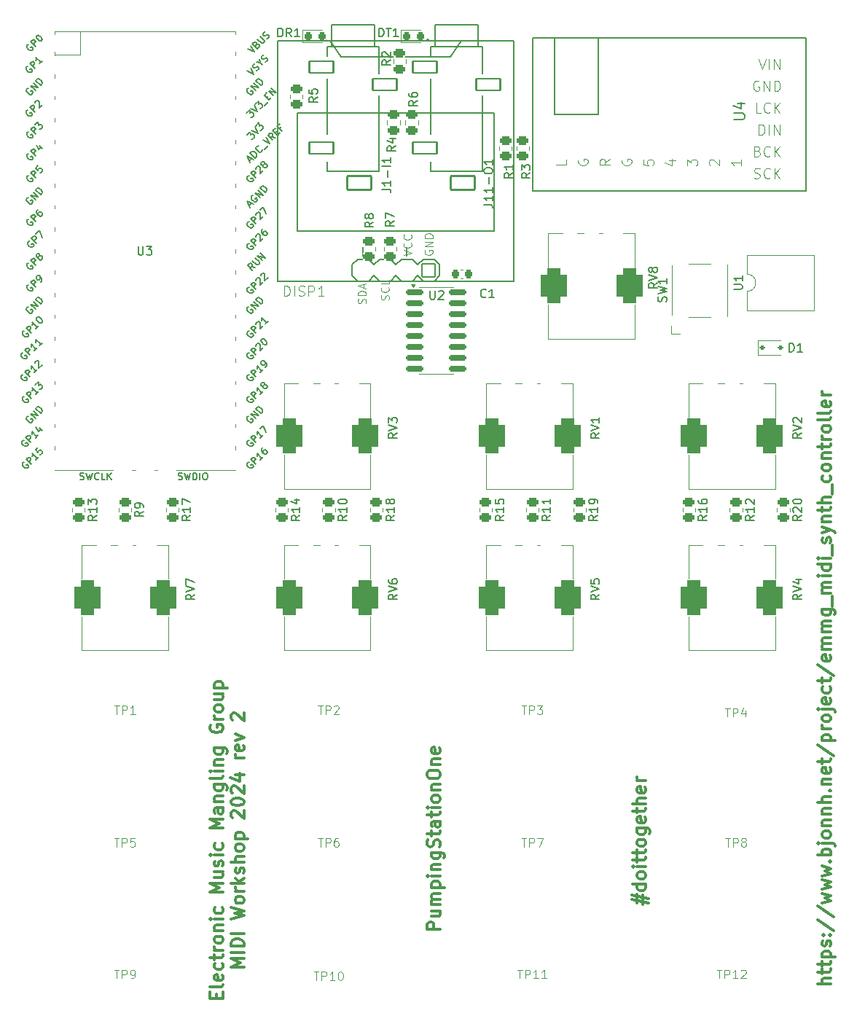
<source format=gto>
%TF.GenerationSoftware,KiCad,Pcbnew,8.0.4*%
%TF.CreationDate,2024-08-26T20:05:07-05:00*%
%TF.ProjectId,controller,636f6e74-726f-46c6-9c65-722e6b696361,2*%
%TF.SameCoordinates,Original*%
%TF.FileFunction,Legend,Top*%
%TF.FilePolarity,Positive*%
%FSLAX46Y46*%
G04 Gerber Fmt 4.6, Leading zero omitted, Abs format (unit mm)*
G04 Created by KiCad (PCBNEW 8.0.4) date 2024-08-26 20:05:07*
%MOMM*%
%LPD*%
G01*
G04 APERTURE LIST*
G04 Aperture macros list*
%AMRoundRect*
0 Rectangle with rounded corners*
0 $1 Rounding radius*
0 $2 $3 $4 $5 $6 $7 $8 $9 X,Y pos of 4 corners*
0 Add a 4 corners polygon primitive as box body*
4,1,4,$2,$3,$4,$5,$6,$7,$8,$9,$2,$3,0*
0 Add four circle primitives for the rounded corners*
1,1,$1+$1,$2,$3*
1,1,$1+$1,$4,$5*
1,1,$1+$1,$6,$7*
1,1,$1+$1,$8,$9*
0 Add four rect primitives between the rounded corners*
20,1,$1+$1,$2,$3,$4,$5,0*
20,1,$1+$1,$4,$5,$6,$7,0*
20,1,$1+$1,$6,$7,$8,$9,0*
20,1,$1+$1,$8,$9,$2,$3,0*%
G04 Aperture macros list end*
%ADD10C,0.300000*%
%ADD11C,0.150000*%
%ADD12C,0.100000*%
%ADD13C,0.101600*%
%ADD14C,0.081280*%
%ADD15C,0.120000*%
%ADD16C,0.127000*%
%ADD17C,0.200000*%
%ADD18RoundRect,0.250000X-0.450000X0.262500X-0.450000X-0.262500X0.450000X-0.262500X0.450000X0.262500X0*%
%ADD19RoundRect,0.250000X0.450000X-0.262500X0.450000X0.262500X-0.450000X0.262500X-0.450000X-0.262500X0*%
%ADD20RoundRect,0.218750X-0.218750X-0.256250X0.218750X-0.256250X0.218750X0.256250X-0.218750X0.256250X0*%
%ADD21C,1.700000*%
%ADD22RoundRect,0.102000X-1.400000X0.700000X-1.400000X-0.700000X1.400000X-0.700000X1.400000X0.700000X0*%
%ADD23RoundRect,0.102000X-1.400000X0.800000X-1.400000X-0.800000X1.400000X-0.800000X1.400000X0.800000X0*%
%ADD24R,1.400000X1.600000*%
%ADD25C,1.879600*%
%ADD26R,1.780000X2.000000*%
%ADD27C,3.200000*%
%ADD28R,1.800000X1.800000*%
%ADD29C,1.800000*%
%ADD30RoundRect,0.750000X-0.750000X1.250000X-0.750000X-1.250000X0.750000X-1.250000X0.750000X1.250000X0*%
%ADD31O,1.800000X1.800000*%
%ADD32O,1.500000X1.500000*%
%ADD33O,1.700000X1.700000*%
%ADD34R,3.500000X1.700000*%
%ADD35R,1.700000X1.700000*%
%ADD36R,1.700000X3.500000*%
%ADD37RoundRect,0.225000X0.225000X0.250000X-0.225000X0.250000X-0.225000X-0.250000X0.225000X-0.250000X0*%
%ADD38RoundRect,0.150000X-0.825000X-0.150000X0.825000X-0.150000X0.825000X0.150000X-0.825000X0.150000X0*%
%ADD39C,2.540000*%
%ADD40RoundRect,0.101600X0.754000X0.754000X-0.754000X0.754000X-0.754000X-0.754000X0.754000X-0.754000X0*%
%ADD41C,1.711200*%
%ADD42RoundRect,0.112500X-0.187500X-0.112500X0.187500X-0.112500X0.187500X0.112500X-0.187500X0.112500X0*%
G04 APERTURE END LIST*
D10*
X87700828Y-138445489D02*
X86200828Y-138445489D01*
X86200828Y-138445489D02*
X86200828Y-137874060D01*
X86200828Y-137874060D02*
X86272257Y-137731203D01*
X86272257Y-137731203D02*
X86343685Y-137659774D01*
X86343685Y-137659774D02*
X86486542Y-137588346D01*
X86486542Y-137588346D02*
X86700828Y-137588346D01*
X86700828Y-137588346D02*
X86843685Y-137659774D01*
X86843685Y-137659774D02*
X86915114Y-137731203D01*
X86915114Y-137731203D02*
X86986542Y-137874060D01*
X86986542Y-137874060D02*
X86986542Y-138445489D01*
X86700828Y-136302632D02*
X87700828Y-136302632D01*
X86700828Y-136945489D02*
X87486542Y-136945489D01*
X87486542Y-136945489D02*
X87629400Y-136874060D01*
X87629400Y-136874060D02*
X87700828Y-136731203D01*
X87700828Y-136731203D02*
X87700828Y-136516917D01*
X87700828Y-136516917D02*
X87629400Y-136374060D01*
X87629400Y-136374060D02*
X87557971Y-136302632D01*
X87700828Y-135588346D02*
X86700828Y-135588346D01*
X86843685Y-135588346D02*
X86772257Y-135516917D01*
X86772257Y-135516917D02*
X86700828Y-135374060D01*
X86700828Y-135374060D02*
X86700828Y-135159774D01*
X86700828Y-135159774D02*
X86772257Y-135016917D01*
X86772257Y-135016917D02*
X86915114Y-134945489D01*
X86915114Y-134945489D02*
X87700828Y-134945489D01*
X86915114Y-134945489D02*
X86772257Y-134874060D01*
X86772257Y-134874060D02*
X86700828Y-134731203D01*
X86700828Y-134731203D02*
X86700828Y-134516917D01*
X86700828Y-134516917D02*
X86772257Y-134374060D01*
X86772257Y-134374060D02*
X86915114Y-134302631D01*
X86915114Y-134302631D02*
X87700828Y-134302631D01*
X86700828Y-133588346D02*
X88200828Y-133588346D01*
X86772257Y-133588346D02*
X86700828Y-133445489D01*
X86700828Y-133445489D02*
X86700828Y-133159774D01*
X86700828Y-133159774D02*
X86772257Y-133016917D01*
X86772257Y-133016917D02*
X86843685Y-132945489D01*
X86843685Y-132945489D02*
X86986542Y-132874060D01*
X86986542Y-132874060D02*
X87415114Y-132874060D01*
X87415114Y-132874060D02*
X87557971Y-132945489D01*
X87557971Y-132945489D02*
X87629400Y-133016917D01*
X87629400Y-133016917D02*
X87700828Y-133159774D01*
X87700828Y-133159774D02*
X87700828Y-133445489D01*
X87700828Y-133445489D02*
X87629400Y-133588346D01*
X87700828Y-132231203D02*
X86700828Y-132231203D01*
X86200828Y-132231203D02*
X86272257Y-132302631D01*
X86272257Y-132302631D02*
X86343685Y-132231203D01*
X86343685Y-132231203D02*
X86272257Y-132159774D01*
X86272257Y-132159774D02*
X86200828Y-132231203D01*
X86200828Y-132231203D02*
X86343685Y-132231203D01*
X86700828Y-131516917D02*
X87700828Y-131516917D01*
X86843685Y-131516917D02*
X86772257Y-131445488D01*
X86772257Y-131445488D02*
X86700828Y-131302631D01*
X86700828Y-131302631D02*
X86700828Y-131088345D01*
X86700828Y-131088345D02*
X86772257Y-130945488D01*
X86772257Y-130945488D02*
X86915114Y-130874060D01*
X86915114Y-130874060D02*
X87700828Y-130874060D01*
X86700828Y-129516917D02*
X87915114Y-129516917D01*
X87915114Y-129516917D02*
X88057971Y-129588345D01*
X88057971Y-129588345D02*
X88129400Y-129659774D01*
X88129400Y-129659774D02*
X88200828Y-129802631D01*
X88200828Y-129802631D02*
X88200828Y-130016917D01*
X88200828Y-130016917D02*
X88129400Y-130159774D01*
X87629400Y-129516917D02*
X87700828Y-129659774D01*
X87700828Y-129659774D02*
X87700828Y-129945488D01*
X87700828Y-129945488D02*
X87629400Y-130088345D01*
X87629400Y-130088345D02*
X87557971Y-130159774D01*
X87557971Y-130159774D02*
X87415114Y-130231202D01*
X87415114Y-130231202D02*
X86986542Y-130231202D01*
X86986542Y-130231202D02*
X86843685Y-130159774D01*
X86843685Y-130159774D02*
X86772257Y-130088345D01*
X86772257Y-130088345D02*
X86700828Y-129945488D01*
X86700828Y-129945488D02*
X86700828Y-129659774D01*
X86700828Y-129659774D02*
X86772257Y-129516917D01*
X87629400Y-128874059D02*
X87700828Y-128659774D01*
X87700828Y-128659774D02*
X87700828Y-128302631D01*
X87700828Y-128302631D02*
X87629400Y-128159774D01*
X87629400Y-128159774D02*
X87557971Y-128088345D01*
X87557971Y-128088345D02*
X87415114Y-128016916D01*
X87415114Y-128016916D02*
X87272257Y-128016916D01*
X87272257Y-128016916D02*
X87129400Y-128088345D01*
X87129400Y-128088345D02*
X87057971Y-128159774D01*
X87057971Y-128159774D02*
X86986542Y-128302631D01*
X86986542Y-128302631D02*
X86915114Y-128588345D01*
X86915114Y-128588345D02*
X86843685Y-128731202D01*
X86843685Y-128731202D02*
X86772257Y-128802631D01*
X86772257Y-128802631D02*
X86629400Y-128874059D01*
X86629400Y-128874059D02*
X86486542Y-128874059D01*
X86486542Y-128874059D02*
X86343685Y-128802631D01*
X86343685Y-128802631D02*
X86272257Y-128731202D01*
X86272257Y-128731202D02*
X86200828Y-128588345D01*
X86200828Y-128588345D02*
X86200828Y-128231202D01*
X86200828Y-128231202D02*
X86272257Y-128016916D01*
X86700828Y-127588345D02*
X86700828Y-127016917D01*
X86200828Y-127374060D02*
X87486542Y-127374060D01*
X87486542Y-127374060D02*
X87629400Y-127302631D01*
X87629400Y-127302631D02*
X87700828Y-127159774D01*
X87700828Y-127159774D02*
X87700828Y-127016917D01*
X87700828Y-125874060D02*
X86915114Y-125874060D01*
X86915114Y-125874060D02*
X86772257Y-125945488D01*
X86772257Y-125945488D02*
X86700828Y-126088345D01*
X86700828Y-126088345D02*
X86700828Y-126374060D01*
X86700828Y-126374060D02*
X86772257Y-126516917D01*
X87629400Y-125874060D02*
X87700828Y-126016917D01*
X87700828Y-126016917D02*
X87700828Y-126374060D01*
X87700828Y-126374060D02*
X87629400Y-126516917D01*
X87629400Y-126516917D02*
X87486542Y-126588345D01*
X87486542Y-126588345D02*
X87343685Y-126588345D01*
X87343685Y-126588345D02*
X87200828Y-126516917D01*
X87200828Y-126516917D02*
X87129400Y-126374060D01*
X87129400Y-126374060D02*
X87129400Y-126016917D01*
X87129400Y-126016917D02*
X87057971Y-125874060D01*
X86700828Y-125374059D02*
X86700828Y-124802631D01*
X86200828Y-125159774D02*
X87486542Y-125159774D01*
X87486542Y-125159774D02*
X87629400Y-125088345D01*
X87629400Y-125088345D02*
X87700828Y-124945488D01*
X87700828Y-124945488D02*
X87700828Y-124802631D01*
X87700828Y-124302631D02*
X86700828Y-124302631D01*
X86200828Y-124302631D02*
X86272257Y-124374059D01*
X86272257Y-124374059D02*
X86343685Y-124302631D01*
X86343685Y-124302631D02*
X86272257Y-124231202D01*
X86272257Y-124231202D02*
X86200828Y-124302631D01*
X86200828Y-124302631D02*
X86343685Y-124302631D01*
X87700828Y-123374059D02*
X87629400Y-123516916D01*
X87629400Y-123516916D02*
X87557971Y-123588345D01*
X87557971Y-123588345D02*
X87415114Y-123659773D01*
X87415114Y-123659773D02*
X86986542Y-123659773D01*
X86986542Y-123659773D02*
X86843685Y-123588345D01*
X86843685Y-123588345D02*
X86772257Y-123516916D01*
X86772257Y-123516916D02*
X86700828Y-123374059D01*
X86700828Y-123374059D02*
X86700828Y-123159773D01*
X86700828Y-123159773D02*
X86772257Y-123016916D01*
X86772257Y-123016916D02*
X86843685Y-122945488D01*
X86843685Y-122945488D02*
X86986542Y-122874059D01*
X86986542Y-122874059D02*
X87415114Y-122874059D01*
X87415114Y-122874059D02*
X87557971Y-122945488D01*
X87557971Y-122945488D02*
X87629400Y-123016916D01*
X87629400Y-123016916D02*
X87700828Y-123159773D01*
X87700828Y-123159773D02*
X87700828Y-123374059D01*
X86700828Y-122231202D02*
X87700828Y-122231202D01*
X86843685Y-122231202D02*
X86772257Y-122159773D01*
X86772257Y-122159773D02*
X86700828Y-122016916D01*
X86700828Y-122016916D02*
X86700828Y-121802630D01*
X86700828Y-121802630D02*
X86772257Y-121659773D01*
X86772257Y-121659773D02*
X86915114Y-121588345D01*
X86915114Y-121588345D02*
X87700828Y-121588345D01*
X86200828Y-120588344D02*
X86200828Y-120302630D01*
X86200828Y-120302630D02*
X86272257Y-120159773D01*
X86272257Y-120159773D02*
X86415114Y-120016916D01*
X86415114Y-120016916D02*
X86700828Y-119945487D01*
X86700828Y-119945487D02*
X87200828Y-119945487D01*
X87200828Y-119945487D02*
X87486542Y-120016916D01*
X87486542Y-120016916D02*
X87629400Y-120159773D01*
X87629400Y-120159773D02*
X87700828Y-120302630D01*
X87700828Y-120302630D02*
X87700828Y-120588344D01*
X87700828Y-120588344D02*
X87629400Y-120731202D01*
X87629400Y-120731202D02*
X87486542Y-120874059D01*
X87486542Y-120874059D02*
X87200828Y-120945487D01*
X87200828Y-120945487D02*
X86700828Y-120945487D01*
X86700828Y-120945487D02*
X86415114Y-120874059D01*
X86415114Y-120874059D02*
X86272257Y-120731202D01*
X86272257Y-120731202D02*
X86200828Y-120588344D01*
X86700828Y-119302630D02*
X87700828Y-119302630D01*
X86843685Y-119302630D02*
X86772257Y-119231201D01*
X86772257Y-119231201D02*
X86700828Y-119088344D01*
X86700828Y-119088344D02*
X86700828Y-118874058D01*
X86700828Y-118874058D02*
X86772257Y-118731201D01*
X86772257Y-118731201D02*
X86915114Y-118659773D01*
X86915114Y-118659773D02*
X87700828Y-118659773D01*
X87629400Y-117374058D02*
X87700828Y-117516915D01*
X87700828Y-117516915D02*
X87700828Y-117802630D01*
X87700828Y-117802630D02*
X87629400Y-117945487D01*
X87629400Y-117945487D02*
X87486542Y-118016915D01*
X87486542Y-118016915D02*
X86915114Y-118016915D01*
X86915114Y-118016915D02*
X86772257Y-117945487D01*
X86772257Y-117945487D02*
X86700828Y-117802630D01*
X86700828Y-117802630D02*
X86700828Y-117516915D01*
X86700828Y-117516915D02*
X86772257Y-117374058D01*
X86772257Y-117374058D02*
X86915114Y-117302630D01*
X86915114Y-117302630D02*
X87057971Y-117302630D01*
X87057971Y-117302630D02*
X87200828Y-118016915D01*
X110600828Y-135416917D02*
X110600828Y-134345489D01*
X109957971Y-134988346D02*
X111886542Y-135416917D01*
X111243685Y-134488346D02*
X111243685Y-135559774D01*
X111886542Y-134916917D02*
X109957971Y-134488346D01*
X111600828Y-133202632D02*
X110100828Y-133202632D01*
X111529400Y-133202632D02*
X111600828Y-133345489D01*
X111600828Y-133345489D02*
X111600828Y-133631203D01*
X111600828Y-133631203D02*
X111529400Y-133774060D01*
X111529400Y-133774060D02*
X111457971Y-133845489D01*
X111457971Y-133845489D02*
X111315114Y-133916917D01*
X111315114Y-133916917D02*
X110886542Y-133916917D01*
X110886542Y-133916917D02*
X110743685Y-133845489D01*
X110743685Y-133845489D02*
X110672257Y-133774060D01*
X110672257Y-133774060D02*
X110600828Y-133631203D01*
X110600828Y-133631203D02*
X110600828Y-133345489D01*
X110600828Y-133345489D02*
X110672257Y-133202632D01*
X111600828Y-132274060D02*
X111529400Y-132416917D01*
X111529400Y-132416917D02*
X111457971Y-132488346D01*
X111457971Y-132488346D02*
X111315114Y-132559774D01*
X111315114Y-132559774D02*
X110886542Y-132559774D01*
X110886542Y-132559774D02*
X110743685Y-132488346D01*
X110743685Y-132488346D02*
X110672257Y-132416917D01*
X110672257Y-132416917D02*
X110600828Y-132274060D01*
X110600828Y-132274060D02*
X110600828Y-132059774D01*
X110600828Y-132059774D02*
X110672257Y-131916917D01*
X110672257Y-131916917D02*
X110743685Y-131845489D01*
X110743685Y-131845489D02*
X110886542Y-131774060D01*
X110886542Y-131774060D02*
X111315114Y-131774060D01*
X111315114Y-131774060D02*
X111457971Y-131845489D01*
X111457971Y-131845489D02*
X111529400Y-131916917D01*
X111529400Y-131916917D02*
X111600828Y-132059774D01*
X111600828Y-132059774D02*
X111600828Y-132274060D01*
X111600828Y-131131203D02*
X110600828Y-131131203D01*
X110100828Y-131131203D02*
X110172257Y-131202631D01*
X110172257Y-131202631D02*
X110243685Y-131131203D01*
X110243685Y-131131203D02*
X110172257Y-131059774D01*
X110172257Y-131059774D02*
X110100828Y-131131203D01*
X110100828Y-131131203D02*
X110243685Y-131131203D01*
X110600828Y-130631202D02*
X110600828Y-130059774D01*
X110100828Y-130416917D02*
X111386542Y-130416917D01*
X111386542Y-130416917D02*
X111529400Y-130345488D01*
X111529400Y-130345488D02*
X111600828Y-130202631D01*
X111600828Y-130202631D02*
X111600828Y-130059774D01*
X110600828Y-129774059D02*
X110600828Y-129202631D01*
X110100828Y-129559774D02*
X111386542Y-129559774D01*
X111386542Y-129559774D02*
X111529400Y-129488345D01*
X111529400Y-129488345D02*
X111600828Y-129345488D01*
X111600828Y-129345488D02*
X111600828Y-129202631D01*
X111600828Y-128488345D02*
X111529400Y-128631202D01*
X111529400Y-128631202D02*
X111457971Y-128702631D01*
X111457971Y-128702631D02*
X111315114Y-128774059D01*
X111315114Y-128774059D02*
X110886542Y-128774059D01*
X110886542Y-128774059D02*
X110743685Y-128702631D01*
X110743685Y-128702631D02*
X110672257Y-128631202D01*
X110672257Y-128631202D02*
X110600828Y-128488345D01*
X110600828Y-128488345D02*
X110600828Y-128274059D01*
X110600828Y-128274059D02*
X110672257Y-128131202D01*
X110672257Y-128131202D02*
X110743685Y-128059774D01*
X110743685Y-128059774D02*
X110886542Y-127988345D01*
X110886542Y-127988345D02*
X111315114Y-127988345D01*
X111315114Y-127988345D02*
X111457971Y-128059774D01*
X111457971Y-128059774D02*
X111529400Y-128131202D01*
X111529400Y-128131202D02*
X111600828Y-128274059D01*
X111600828Y-128274059D02*
X111600828Y-128488345D01*
X110600828Y-126702631D02*
X111815114Y-126702631D01*
X111815114Y-126702631D02*
X111957971Y-126774059D01*
X111957971Y-126774059D02*
X112029400Y-126845488D01*
X112029400Y-126845488D02*
X112100828Y-126988345D01*
X112100828Y-126988345D02*
X112100828Y-127202631D01*
X112100828Y-127202631D02*
X112029400Y-127345488D01*
X111529400Y-126702631D02*
X111600828Y-126845488D01*
X111600828Y-126845488D02*
X111600828Y-127131202D01*
X111600828Y-127131202D02*
X111529400Y-127274059D01*
X111529400Y-127274059D02*
X111457971Y-127345488D01*
X111457971Y-127345488D02*
X111315114Y-127416916D01*
X111315114Y-127416916D02*
X110886542Y-127416916D01*
X110886542Y-127416916D02*
X110743685Y-127345488D01*
X110743685Y-127345488D02*
X110672257Y-127274059D01*
X110672257Y-127274059D02*
X110600828Y-127131202D01*
X110600828Y-127131202D02*
X110600828Y-126845488D01*
X110600828Y-126845488D02*
X110672257Y-126702631D01*
X111529400Y-125416916D02*
X111600828Y-125559773D01*
X111600828Y-125559773D02*
X111600828Y-125845488D01*
X111600828Y-125845488D02*
X111529400Y-125988345D01*
X111529400Y-125988345D02*
X111386542Y-126059773D01*
X111386542Y-126059773D02*
X110815114Y-126059773D01*
X110815114Y-126059773D02*
X110672257Y-125988345D01*
X110672257Y-125988345D02*
X110600828Y-125845488D01*
X110600828Y-125845488D02*
X110600828Y-125559773D01*
X110600828Y-125559773D02*
X110672257Y-125416916D01*
X110672257Y-125416916D02*
X110815114Y-125345488D01*
X110815114Y-125345488D02*
X110957971Y-125345488D01*
X110957971Y-125345488D02*
X111100828Y-126059773D01*
X110600828Y-124916916D02*
X110600828Y-124345488D01*
X110100828Y-124702631D02*
X111386542Y-124702631D01*
X111386542Y-124702631D02*
X111529400Y-124631202D01*
X111529400Y-124631202D02*
X111600828Y-124488345D01*
X111600828Y-124488345D02*
X111600828Y-124345488D01*
X111600828Y-123845488D02*
X110100828Y-123845488D01*
X111600828Y-123202631D02*
X110815114Y-123202631D01*
X110815114Y-123202631D02*
X110672257Y-123274059D01*
X110672257Y-123274059D02*
X110600828Y-123416916D01*
X110600828Y-123416916D02*
X110600828Y-123631202D01*
X110600828Y-123631202D02*
X110672257Y-123774059D01*
X110672257Y-123774059D02*
X110743685Y-123845488D01*
X111529400Y-121916916D02*
X111600828Y-122059773D01*
X111600828Y-122059773D02*
X111600828Y-122345488D01*
X111600828Y-122345488D02*
X111529400Y-122488345D01*
X111529400Y-122488345D02*
X111386542Y-122559773D01*
X111386542Y-122559773D02*
X110815114Y-122559773D01*
X110815114Y-122559773D02*
X110672257Y-122488345D01*
X110672257Y-122488345D02*
X110600828Y-122345488D01*
X110600828Y-122345488D02*
X110600828Y-122059773D01*
X110600828Y-122059773D02*
X110672257Y-121916916D01*
X110672257Y-121916916D02*
X110815114Y-121845488D01*
X110815114Y-121845488D02*
X110957971Y-121845488D01*
X110957971Y-121845488D02*
X111100828Y-122559773D01*
X111600828Y-121202631D02*
X110600828Y-121202631D01*
X110886542Y-121202631D02*
X110743685Y-121131202D01*
X110743685Y-121131202D02*
X110672257Y-121059774D01*
X110672257Y-121059774D02*
X110600828Y-120916916D01*
X110600828Y-120916916D02*
X110600828Y-120774059D01*
X61700198Y-146457143D02*
X61700198Y-145957143D01*
X62485912Y-145742857D02*
X62485912Y-146457143D01*
X62485912Y-146457143D02*
X60985912Y-146457143D01*
X60985912Y-146457143D02*
X60985912Y-145742857D01*
X62485912Y-144885714D02*
X62414484Y-145028571D01*
X62414484Y-145028571D02*
X62271626Y-145100000D01*
X62271626Y-145100000D02*
X60985912Y-145100000D01*
X62414484Y-143742857D02*
X62485912Y-143885714D01*
X62485912Y-143885714D02*
X62485912Y-144171429D01*
X62485912Y-144171429D02*
X62414484Y-144314286D01*
X62414484Y-144314286D02*
X62271626Y-144385714D01*
X62271626Y-144385714D02*
X61700198Y-144385714D01*
X61700198Y-144385714D02*
X61557341Y-144314286D01*
X61557341Y-144314286D02*
X61485912Y-144171429D01*
X61485912Y-144171429D02*
X61485912Y-143885714D01*
X61485912Y-143885714D02*
X61557341Y-143742857D01*
X61557341Y-143742857D02*
X61700198Y-143671429D01*
X61700198Y-143671429D02*
X61843055Y-143671429D01*
X61843055Y-143671429D02*
X61985912Y-144385714D01*
X62414484Y-142385715D02*
X62485912Y-142528572D01*
X62485912Y-142528572D02*
X62485912Y-142814286D01*
X62485912Y-142814286D02*
X62414484Y-142957143D01*
X62414484Y-142957143D02*
X62343055Y-143028572D01*
X62343055Y-143028572D02*
X62200198Y-143100000D01*
X62200198Y-143100000D02*
X61771626Y-143100000D01*
X61771626Y-143100000D02*
X61628769Y-143028572D01*
X61628769Y-143028572D02*
X61557341Y-142957143D01*
X61557341Y-142957143D02*
X61485912Y-142814286D01*
X61485912Y-142814286D02*
X61485912Y-142528572D01*
X61485912Y-142528572D02*
X61557341Y-142385715D01*
X61485912Y-141957143D02*
X61485912Y-141385715D01*
X60985912Y-141742858D02*
X62271626Y-141742858D01*
X62271626Y-141742858D02*
X62414484Y-141671429D01*
X62414484Y-141671429D02*
X62485912Y-141528572D01*
X62485912Y-141528572D02*
X62485912Y-141385715D01*
X62485912Y-140885715D02*
X61485912Y-140885715D01*
X61771626Y-140885715D02*
X61628769Y-140814286D01*
X61628769Y-140814286D02*
X61557341Y-140742858D01*
X61557341Y-140742858D02*
X61485912Y-140600000D01*
X61485912Y-140600000D02*
X61485912Y-140457143D01*
X62485912Y-139742858D02*
X62414484Y-139885715D01*
X62414484Y-139885715D02*
X62343055Y-139957144D01*
X62343055Y-139957144D02*
X62200198Y-140028572D01*
X62200198Y-140028572D02*
X61771626Y-140028572D01*
X61771626Y-140028572D02*
X61628769Y-139957144D01*
X61628769Y-139957144D02*
X61557341Y-139885715D01*
X61557341Y-139885715D02*
X61485912Y-139742858D01*
X61485912Y-139742858D02*
X61485912Y-139528572D01*
X61485912Y-139528572D02*
X61557341Y-139385715D01*
X61557341Y-139385715D02*
X61628769Y-139314287D01*
X61628769Y-139314287D02*
X61771626Y-139242858D01*
X61771626Y-139242858D02*
X62200198Y-139242858D01*
X62200198Y-139242858D02*
X62343055Y-139314287D01*
X62343055Y-139314287D02*
X62414484Y-139385715D01*
X62414484Y-139385715D02*
X62485912Y-139528572D01*
X62485912Y-139528572D02*
X62485912Y-139742858D01*
X61485912Y-138600001D02*
X62485912Y-138600001D01*
X61628769Y-138600001D02*
X61557341Y-138528572D01*
X61557341Y-138528572D02*
X61485912Y-138385715D01*
X61485912Y-138385715D02*
X61485912Y-138171429D01*
X61485912Y-138171429D02*
X61557341Y-138028572D01*
X61557341Y-138028572D02*
X61700198Y-137957144D01*
X61700198Y-137957144D02*
X62485912Y-137957144D01*
X62485912Y-137242858D02*
X61485912Y-137242858D01*
X60985912Y-137242858D02*
X61057341Y-137314286D01*
X61057341Y-137314286D02*
X61128769Y-137242858D01*
X61128769Y-137242858D02*
X61057341Y-137171429D01*
X61057341Y-137171429D02*
X60985912Y-137242858D01*
X60985912Y-137242858D02*
X61128769Y-137242858D01*
X62414484Y-135885715D02*
X62485912Y-136028572D01*
X62485912Y-136028572D02*
X62485912Y-136314286D01*
X62485912Y-136314286D02*
X62414484Y-136457143D01*
X62414484Y-136457143D02*
X62343055Y-136528572D01*
X62343055Y-136528572D02*
X62200198Y-136600000D01*
X62200198Y-136600000D02*
X61771626Y-136600000D01*
X61771626Y-136600000D02*
X61628769Y-136528572D01*
X61628769Y-136528572D02*
X61557341Y-136457143D01*
X61557341Y-136457143D02*
X61485912Y-136314286D01*
X61485912Y-136314286D02*
X61485912Y-136028572D01*
X61485912Y-136028572D02*
X61557341Y-135885715D01*
X62485912Y-134100001D02*
X60985912Y-134100001D01*
X60985912Y-134100001D02*
X62057341Y-133600001D01*
X62057341Y-133600001D02*
X60985912Y-133100001D01*
X60985912Y-133100001D02*
X62485912Y-133100001D01*
X61485912Y-131742858D02*
X62485912Y-131742858D01*
X61485912Y-132385715D02*
X62271626Y-132385715D01*
X62271626Y-132385715D02*
X62414484Y-132314286D01*
X62414484Y-132314286D02*
X62485912Y-132171429D01*
X62485912Y-132171429D02*
X62485912Y-131957143D01*
X62485912Y-131957143D02*
X62414484Y-131814286D01*
X62414484Y-131814286D02*
X62343055Y-131742858D01*
X62414484Y-131100000D02*
X62485912Y-130957143D01*
X62485912Y-130957143D02*
X62485912Y-130671429D01*
X62485912Y-130671429D02*
X62414484Y-130528572D01*
X62414484Y-130528572D02*
X62271626Y-130457143D01*
X62271626Y-130457143D02*
X62200198Y-130457143D01*
X62200198Y-130457143D02*
X62057341Y-130528572D01*
X62057341Y-130528572D02*
X61985912Y-130671429D01*
X61985912Y-130671429D02*
X61985912Y-130885715D01*
X61985912Y-130885715D02*
X61914484Y-131028572D01*
X61914484Y-131028572D02*
X61771626Y-131100000D01*
X61771626Y-131100000D02*
X61700198Y-131100000D01*
X61700198Y-131100000D02*
X61557341Y-131028572D01*
X61557341Y-131028572D02*
X61485912Y-130885715D01*
X61485912Y-130885715D02*
X61485912Y-130671429D01*
X61485912Y-130671429D02*
X61557341Y-130528572D01*
X62485912Y-129814286D02*
X61485912Y-129814286D01*
X60985912Y-129814286D02*
X61057341Y-129885714D01*
X61057341Y-129885714D02*
X61128769Y-129814286D01*
X61128769Y-129814286D02*
X61057341Y-129742857D01*
X61057341Y-129742857D02*
X60985912Y-129814286D01*
X60985912Y-129814286D02*
X61128769Y-129814286D01*
X62414484Y-128457143D02*
X62485912Y-128600000D01*
X62485912Y-128600000D02*
X62485912Y-128885714D01*
X62485912Y-128885714D02*
X62414484Y-129028571D01*
X62414484Y-129028571D02*
X62343055Y-129100000D01*
X62343055Y-129100000D02*
X62200198Y-129171428D01*
X62200198Y-129171428D02*
X61771626Y-129171428D01*
X61771626Y-129171428D02*
X61628769Y-129100000D01*
X61628769Y-129100000D02*
X61557341Y-129028571D01*
X61557341Y-129028571D02*
X61485912Y-128885714D01*
X61485912Y-128885714D02*
X61485912Y-128600000D01*
X61485912Y-128600000D02*
X61557341Y-128457143D01*
X62485912Y-126671429D02*
X60985912Y-126671429D01*
X60985912Y-126671429D02*
X62057341Y-126171429D01*
X62057341Y-126171429D02*
X60985912Y-125671429D01*
X60985912Y-125671429D02*
X62485912Y-125671429D01*
X62485912Y-124314286D02*
X61700198Y-124314286D01*
X61700198Y-124314286D02*
X61557341Y-124385714D01*
X61557341Y-124385714D02*
X61485912Y-124528571D01*
X61485912Y-124528571D02*
X61485912Y-124814286D01*
X61485912Y-124814286D02*
X61557341Y-124957143D01*
X62414484Y-124314286D02*
X62485912Y-124457143D01*
X62485912Y-124457143D02*
X62485912Y-124814286D01*
X62485912Y-124814286D02*
X62414484Y-124957143D01*
X62414484Y-124957143D02*
X62271626Y-125028571D01*
X62271626Y-125028571D02*
X62128769Y-125028571D01*
X62128769Y-125028571D02*
X61985912Y-124957143D01*
X61985912Y-124957143D02*
X61914484Y-124814286D01*
X61914484Y-124814286D02*
X61914484Y-124457143D01*
X61914484Y-124457143D02*
X61843055Y-124314286D01*
X61485912Y-123600000D02*
X62485912Y-123600000D01*
X61628769Y-123600000D02*
X61557341Y-123528571D01*
X61557341Y-123528571D02*
X61485912Y-123385714D01*
X61485912Y-123385714D02*
X61485912Y-123171428D01*
X61485912Y-123171428D02*
X61557341Y-123028571D01*
X61557341Y-123028571D02*
X61700198Y-122957143D01*
X61700198Y-122957143D02*
X62485912Y-122957143D01*
X61485912Y-121600000D02*
X62700198Y-121600000D01*
X62700198Y-121600000D02*
X62843055Y-121671428D01*
X62843055Y-121671428D02*
X62914484Y-121742857D01*
X62914484Y-121742857D02*
X62985912Y-121885714D01*
X62985912Y-121885714D02*
X62985912Y-122100000D01*
X62985912Y-122100000D02*
X62914484Y-122242857D01*
X62414484Y-121600000D02*
X62485912Y-121742857D01*
X62485912Y-121742857D02*
X62485912Y-122028571D01*
X62485912Y-122028571D02*
X62414484Y-122171428D01*
X62414484Y-122171428D02*
X62343055Y-122242857D01*
X62343055Y-122242857D02*
X62200198Y-122314285D01*
X62200198Y-122314285D02*
X61771626Y-122314285D01*
X61771626Y-122314285D02*
X61628769Y-122242857D01*
X61628769Y-122242857D02*
X61557341Y-122171428D01*
X61557341Y-122171428D02*
X61485912Y-122028571D01*
X61485912Y-122028571D02*
X61485912Y-121742857D01*
X61485912Y-121742857D02*
X61557341Y-121600000D01*
X62485912Y-120671428D02*
X62414484Y-120814285D01*
X62414484Y-120814285D02*
X62271626Y-120885714D01*
X62271626Y-120885714D02*
X60985912Y-120885714D01*
X62485912Y-120100000D02*
X61485912Y-120100000D01*
X60985912Y-120100000D02*
X61057341Y-120171428D01*
X61057341Y-120171428D02*
X61128769Y-120100000D01*
X61128769Y-120100000D02*
X61057341Y-120028571D01*
X61057341Y-120028571D02*
X60985912Y-120100000D01*
X60985912Y-120100000D02*
X61128769Y-120100000D01*
X61485912Y-119385714D02*
X62485912Y-119385714D01*
X61628769Y-119385714D02*
X61557341Y-119314285D01*
X61557341Y-119314285D02*
X61485912Y-119171428D01*
X61485912Y-119171428D02*
X61485912Y-118957142D01*
X61485912Y-118957142D02*
X61557341Y-118814285D01*
X61557341Y-118814285D02*
X61700198Y-118742857D01*
X61700198Y-118742857D02*
X62485912Y-118742857D01*
X61485912Y-117385714D02*
X62700198Y-117385714D01*
X62700198Y-117385714D02*
X62843055Y-117457142D01*
X62843055Y-117457142D02*
X62914484Y-117528571D01*
X62914484Y-117528571D02*
X62985912Y-117671428D01*
X62985912Y-117671428D02*
X62985912Y-117885714D01*
X62985912Y-117885714D02*
X62914484Y-118028571D01*
X62414484Y-117385714D02*
X62485912Y-117528571D01*
X62485912Y-117528571D02*
X62485912Y-117814285D01*
X62485912Y-117814285D02*
X62414484Y-117957142D01*
X62414484Y-117957142D02*
X62343055Y-118028571D01*
X62343055Y-118028571D02*
X62200198Y-118099999D01*
X62200198Y-118099999D02*
X61771626Y-118099999D01*
X61771626Y-118099999D02*
X61628769Y-118028571D01*
X61628769Y-118028571D02*
X61557341Y-117957142D01*
X61557341Y-117957142D02*
X61485912Y-117814285D01*
X61485912Y-117814285D02*
X61485912Y-117528571D01*
X61485912Y-117528571D02*
X61557341Y-117385714D01*
X61057341Y-114742856D02*
X60985912Y-114885714D01*
X60985912Y-114885714D02*
X60985912Y-115099999D01*
X60985912Y-115099999D02*
X61057341Y-115314285D01*
X61057341Y-115314285D02*
X61200198Y-115457142D01*
X61200198Y-115457142D02*
X61343055Y-115528571D01*
X61343055Y-115528571D02*
X61628769Y-115599999D01*
X61628769Y-115599999D02*
X61843055Y-115599999D01*
X61843055Y-115599999D02*
X62128769Y-115528571D01*
X62128769Y-115528571D02*
X62271626Y-115457142D01*
X62271626Y-115457142D02*
X62414484Y-115314285D01*
X62414484Y-115314285D02*
X62485912Y-115099999D01*
X62485912Y-115099999D02*
X62485912Y-114957142D01*
X62485912Y-114957142D02*
X62414484Y-114742856D01*
X62414484Y-114742856D02*
X62343055Y-114671428D01*
X62343055Y-114671428D02*
X61843055Y-114671428D01*
X61843055Y-114671428D02*
X61843055Y-114957142D01*
X62485912Y-114028571D02*
X61485912Y-114028571D01*
X61771626Y-114028571D02*
X61628769Y-113957142D01*
X61628769Y-113957142D02*
X61557341Y-113885714D01*
X61557341Y-113885714D02*
X61485912Y-113742856D01*
X61485912Y-113742856D02*
X61485912Y-113599999D01*
X62485912Y-112885714D02*
X62414484Y-113028571D01*
X62414484Y-113028571D02*
X62343055Y-113100000D01*
X62343055Y-113100000D02*
X62200198Y-113171428D01*
X62200198Y-113171428D02*
X61771626Y-113171428D01*
X61771626Y-113171428D02*
X61628769Y-113100000D01*
X61628769Y-113100000D02*
X61557341Y-113028571D01*
X61557341Y-113028571D02*
X61485912Y-112885714D01*
X61485912Y-112885714D02*
X61485912Y-112671428D01*
X61485912Y-112671428D02*
X61557341Y-112528571D01*
X61557341Y-112528571D02*
X61628769Y-112457143D01*
X61628769Y-112457143D02*
X61771626Y-112385714D01*
X61771626Y-112385714D02*
X62200198Y-112385714D01*
X62200198Y-112385714D02*
X62343055Y-112457143D01*
X62343055Y-112457143D02*
X62414484Y-112528571D01*
X62414484Y-112528571D02*
X62485912Y-112671428D01*
X62485912Y-112671428D02*
X62485912Y-112885714D01*
X61485912Y-111100000D02*
X62485912Y-111100000D01*
X61485912Y-111742857D02*
X62271626Y-111742857D01*
X62271626Y-111742857D02*
X62414484Y-111671428D01*
X62414484Y-111671428D02*
X62485912Y-111528571D01*
X62485912Y-111528571D02*
X62485912Y-111314285D01*
X62485912Y-111314285D02*
X62414484Y-111171428D01*
X62414484Y-111171428D02*
X62343055Y-111100000D01*
X61485912Y-110385714D02*
X62985912Y-110385714D01*
X61557341Y-110385714D02*
X61485912Y-110242857D01*
X61485912Y-110242857D02*
X61485912Y-109957142D01*
X61485912Y-109957142D02*
X61557341Y-109814285D01*
X61557341Y-109814285D02*
X61628769Y-109742857D01*
X61628769Y-109742857D02*
X61771626Y-109671428D01*
X61771626Y-109671428D02*
X62200198Y-109671428D01*
X62200198Y-109671428D02*
X62343055Y-109742857D01*
X62343055Y-109742857D02*
X62414484Y-109814285D01*
X62414484Y-109814285D02*
X62485912Y-109957142D01*
X62485912Y-109957142D02*
X62485912Y-110242857D01*
X62485912Y-110242857D02*
X62414484Y-110385714D01*
X64900828Y-142849999D02*
X63400828Y-142849999D01*
X63400828Y-142849999D02*
X64472257Y-142349999D01*
X64472257Y-142349999D02*
X63400828Y-141849999D01*
X63400828Y-141849999D02*
X64900828Y-141849999D01*
X64900828Y-141135713D02*
X63400828Y-141135713D01*
X64900828Y-140421427D02*
X63400828Y-140421427D01*
X63400828Y-140421427D02*
X63400828Y-140064284D01*
X63400828Y-140064284D02*
X63472257Y-139849998D01*
X63472257Y-139849998D02*
X63615114Y-139707141D01*
X63615114Y-139707141D02*
X63757971Y-139635712D01*
X63757971Y-139635712D02*
X64043685Y-139564284D01*
X64043685Y-139564284D02*
X64257971Y-139564284D01*
X64257971Y-139564284D02*
X64543685Y-139635712D01*
X64543685Y-139635712D02*
X64686542Y-139707141D01*
X64686542Y-139707141D02*
X64829400Y-139849998D01*
X64829400Y-139849998D02*
X64900828Y-140064284D01*
X64900828Y-140064284D02*
X64900828Y-140421427D01*
X64900828Y-138921427D02*
X63400828Y-138921427D01*
X63400828Y-137207141D02*
X64900828Y-136849998D01*
X64900828Y-136849998D02*
X63829400Y-136564284D01*
X63829400Y-136564284D02*
X64900828Y-136278569D01*
X64900828Y-136278569D02*
X63400828Y-135921427D01*
X64900828Y-135135712D02*
X64829400Y-135278569D01*
X64829400Y-135278569D02*
X64757971Y-135349998D01*
X64757971Y-135349998D02*
X64615114Y-135421426D01*
X64615114Y-135421426D02*
X64186542Y-135421426D01*
X64186542Y-135421426D02*
X64043685Y-135349998D01*
X64043685Y-135349998D02*
X63972257Y-135278569D01*
X63972257Y-135278569D02*
X63900828Y-135135712D01*
X63900828Y-135135712D02*
X63900828Y-134921426D01*
X63900828Y-134921426D02*
X63972257Y-134778569D01*
X63972257Y-134778569D02*
X64043685Y-134707141D01*
X64043685Y-134707141D02*
X64186542Y-134635712D01*
X64186542Y-134635712D02*
X64615114Y-134635712D01*
X64615114Y-134635712D02*
X64757971Y-134707141D01*
X64757971Y-134707141D02*
X64829400Y-134778569D01*
X64829400Y-134778569D02*
X64900828Y-134921426D01*
X64900828Y-134921426D02*
X64900828Y-135135712D01*
X64900828Y-133992855D02*
X63900828Y-133992855D01*
X64186542Y-133992855D02*
X64043685Y-133921426D01*
X64043685Y-133921426D02*
X63972257Y-133849998D01*
X63972257Y-133849998D02*
X63900828Y-133707140D01*
X63900828Y-133707140D02*
X63900828Y-133564283D01*
X64900828Y-133064284D02*
X63400828Y-133064284D01*
X64329400Y-132921427D02*
X64900828Y-132492855D01*
X63900828Y-132492855D02*
X64472257Y-133064284D01*
X64829400Y-131921426D02*
X64900828Y-131778569D01*
X64900828Y-131778569D02*
X64900828Y-131492855D01*
X64900828Y-131492855D02*
X64829400Y-131349998D01*
X64829400Y-131349998D02*
X64686542Y-131278569D01*
X64686542Y-131278569D02*
X64615114Y-131278569D01*
X64615114Y-131278569D02*
X64472257Y-131349998D01*
X64472257Y-131349998D02*
X64400828Y-131492855D01*
X64400828Y-131492855D02*
X64400828Y-131707141D01*
X64400828Y-131707141D02*
X64329400Y-131849998D01*
X64329400Y-131849998D02*
X64186542Y-131921426D01*
X64186542Y-131921426D02*
X64115114Y-131921426D01*
X64115114Y-131921426D02*
X63972257Y-131849998D01*
X63972257Y-131849998D02*
X63900828Y-131707141D01*
X63900828Y-131707141D02*
X63900828Y-131492855D01*
X63900828Y-131492855D02*
X63972257Y-131349998D01*
X64900828Y-130635712D02*
X63400828Y-130635712D01*
X64900828Y-129992855D02*
X64115114Y-129992855D01*
X64115114Y-129992855D02*
X63972257Y-130064283D01*
X63972257Y-130064283D02*
X63900828Y-130207140D01*
X63900828Y-130207140D02*
X63900828Y-130421426D01*
X63900828Y-130421426D02*
X63972257Y-130564283D01*
X63972257Y-130564283D02*
X64043685Y-130635712D01*
X64900828Y-129064283D02*
X64829400Y-129207140D01*
X64829400Y-129207140D02*
X64757971Y-129278569D01*
X64757971Y-129278569D02*
X64615114Y-129349997D01*
X64615114Y-129349997D02*
X64186542Y-129349997D01*
X64186542Y-129349997D02*
X64043685Y-129278569D01*
X64043685Y-129278569D02*
X63972257Y-129207140D01*
X63972257Y-129207140D02*
X63900828Y-129064283D01*
X63900828Y-129064283D02*
X63900828Y-128849997D01*
X63900828Y-128849997D02*
X63972257Y-128707140D01*
X63972257Y-128707140D02*
X64043685Y-128635712D01*
X64043685Y-128635712D02*
X64186542Y-128564283D01*
X64186542Y-128564283D02*
X64615114Y-128564283D01*
X64615114Y-128564283D02*
X64757971Y-128635712D01*
X64757971Y-128635712D02*
X64829400Y-128707140D01*
X64829400Y-128707140D02*
X64900828Y-128849997D01*
X64900828Y-128849997D02*
X64900828Y-129064283D01*
X63900828Y-127921426D02*
X65400828Y-127921426D01*
X63972257Y-127921426D02*
X63900828Y-127778569D01*
X63900828Y-127778569D02*
X63900828Y-127492854D01*
X63900828Y-127492854D02*
X63972257Y-127349997D01*
X63972257Y-127349997D02*
X64043685Y-127278569D01*
X64043685Y-127278569D02*
X64186542Y-127207140D01*
X64186542Y-127207140D02*
X64615114Y-127207140D01*
X64615114Y-127207140D02*
X64757971Y-127278569D01*
X64757971Y-127278569D02*
X64829400Y-127349997D01*
X64829400Y-127349997D02*
X64900828Y-127492854D01*
X64900828Y-127492854D02*
X64900828Y-127778569D01*
X64900828Y-127778569D02*
X64829400Y-127921426D01*
X63543685Y-125492854D02*
X63472257Y-125421426D01*
X63472257Y-125421426D02*
X63400828Y-125278569D01*
X63400828Y-125278569D02*
X63400828Y-124921426D01*
X63400828Y-124921426D02*
X63472257Y-124778569D01*
X63472257Y-124778569D02*
X63543685Y-124707140D01*
X63543685Y-124707140D02*
X63686542Y-124635711D01*
X63686542Y-124635711D02*
X63829400Y-124635711D01*
X63829400Y-124635711D02*
X64043685Y-124707140D01*
X64043685Y-124707140D02*
X64900828Y-125564283D01*
X64900828Y-125564283D02*
X64900828Y-124635711D01*
X63400828Y-123707140D02*
X63400828Y-123564283D01*
X63400828Y-123564283D02*
X63472257Y-123421426D01*
X63472257Y-123421426D02*
X63543685Y-123349998D01*
X63543685Y-123349998D02*
X63686542Y-123278569D01*
X63686542Y-123278569D02*
X63972257Y-123207140D01*
X63972257Y-123207140D02*
X64329400Y-123207140D01*
X64329400Y-123207140D02*
X64615114Y-123278569D01*
X64615114Y-123278569D02*
X64757971Y-123349998D01*
X64757971Y-123349998D02*
X64829400Y-123421426D01*
X64829400Y-123421426D02*
X64900828Y-123564283D01*
X64900828Y-123564283D02*
X64900828Y-123707140D01*
X64900828Y-123707140D02*
X64829400Y-123849998D01*
X64829400Y-123849998D02*
X64757971Y-123921426D01*
X64757971Y-123921426D02*
X64615114Y-123992855D01*
X64615114Y-123992855D02*
X64329400Y-124064283D01*
X64329400Y-124064283D02*
X63972257Y-124064283D01*
X63972257Y-124064283D02*
X63686542Y-123992855D01*
X63686542Y-123992855D02*
X63543685Y-123921426D01*
X63543685Y-123921426D02*
X63472257Y-123849998D01*
X63472257Y-123849998D02*
X63400828Y-123707140D01*
X63543685Y-122635712D02*
X63472257Y-122564284D01*
X63472257Y-122564284D02*
X63400828Y-122421427D01*
X63400828Y-122421427D02*
X63400828Y-122064284D01*
X63400828Y-122064284D02*
X63472257Y-121921427D01*
X63472257Y-121921427D02*
X63543685Y-121849998D01*
X63543685Y-121849998D02*
X63686542Y-121778569D01*
X63686542Y-121778569D02*
X63829400Y-121778569D01*
X63829400Y-121778569D02*
X64043685Y-121849998D01*
X64043685Y-121849998D02*
X64900828Y-122707141D01*
X64900828Y-122707141D02*
X64900828Y-121778569D01*
X63900828Y-120492856D02*
X64900828Y-120492856D01*
X63329400Y-120849998D02*
X64400828Y-121207141D01*
X64400828Y-121207141D02*
X64400828Y-120278570D01*
X64900828Y-118564285D02*
X63900828Y-118564285D01*
X64186542Y-118564285D02*
X64043685Y-118492856D01*
X64043685Y-118492856D02*
X63972257Y-118421428D01*
X63972257Y-118421428D02*
X63900828Y-118278570D01*
X63900828Y-118278570D02*
X63900828Y-118135713D01*
X64829400Y-117064285D02*
X64900828Y-117207142D01*
X64900828Y-117207142D02*
X64900828Y-117492857D01*
X64900828Y-117492857D02*
X64829400Y-117635714D01*
X64829400Y-117635714D02*
X64686542Y-117707142D01*
X64686542Y-117707142D02*
X64115114Y-117707142D01*
X64115114Y-117707142D02*
X63972257Y-117635714D01*
X63972257Y-117635714D02*
X63900828Y-117492857D01*
X63900828Y-117492857D02*
X63900828Y-117207142D01*
X63900828Y-117207142D02*
X63972257Y-117064285D01*
X63972257Y-117064285D02*
X64115114Y-116992857D01*
X64115114Y-116992857D02*
X64257971Y-116992857D01*
X64257971Y-116992857D02*
X64400828Y-117707142D01*
X63900828Y-116492857D02*
X64900828Y-116135714D01*
X64900828Y-116135714D02*
X63900828Y-115778571D01*
X63543685Y-114135714D02*
X63472257Y-114064286D01*
X63472257Y-114064286D02*
X63400828Y-113921429D01*
X63400828Y-113921429D02*
X63400828Y-113564286D01*
X63400828Y-113564286D02*
X63472257Y-113421429D01*
X63472257Y-113421429D02*
X63543685Y-113350000D01*
X63543685Y-113350000D02*
X63686542Y-113278571D01*
X63686542Y-113278571D02*
X63829400Y-113278571D01*
X63829400Y-113278571D02*
X64043685Y-113350000D01*
X64043685Y-113350000D02*
X64900828Y-114207143D01*
X64900828Y-114207143D02*
X64900828Y-113278571D01*
X133100828Y-144745489D02*
X131600828Y-144745489D01*
X133100828Y-144102632D02*
X132315114Y-144102632D01*
X132315114Y-144102632D02*
X132172257Y-144174060D01*
X132172257Y-144174060D02*
X132100828Y-144316917D01*
X132100828Y-144316917D02*
X132100828Y-144531203D01*
X132100828Y-144531203D02*
X132172257Y-144674060D01*
X132172257Y-144674060D02*
X132243685Y-144745489D01*
X132100828Y-143602631D02*
X132100828Y-143031203D01*
X131600828Y-143388346D02*
X132886542Y-143388346D01*
X132886542Y-143388346D02*
X133029400Y-143316917D01*
X133029400Y-143316917D02*
X133100828Y-143174060D01*
X133100828Y-143174060D02*
X133100828Y-143031203D01*
X132100828Y-142745488D02*
X132100828Y-142174060D01*
X131600828Y-142531203D02*
X132886542Y-142531203D01*
X132886542Y-142531203D02*
X133029400Y-142459774D01*
X133029400Y-142459774D02*
X133100828Y-142316917D01*
X133100828Y-142316917D02*
X133100828Y-142174060D01*
X132100828Y-141674060D02*
X133600828Y-141674060D01*
X132172257Y-141674060D02*
X132100828Y-141531203D01*
X132100828Y-141531203D02*
X132100828Y-141245488D01*
X132100828Y-141245488D02*
X132172257Y-141102631D01*
X132172257Y-141102631D02*
X132243685Y-141031203D01*
X132243685Y-141031203D02*
X132386542Y-140959774D01*
X132386542Y-140959774D02*
X132815114Y-140959774D01*
X132815114Y-140959774D02*
X132957971Y-141031203D01*
X132957971Y-141031203D02*
X133029400Y-141102631D01*
X133029400Y-141102631D02*
X133100828Y-141245488D01*
X133100828Y-141245488D02*
X133100828Y-141531203D01*
X133100828Y-141531203D02*
X133029400Y-141674060D01*
X133029400Y-140388345D02*
X133100828Y-140245488D01*
X133100828Y-140245488D02*
X133100828Y-139959774D01*
X133100828Y-139959774D02*
X133029400Y-139816917D01*
X133029400Y-139816917D02*
X132886542Y-139745488D01*
X132886542Y-139745488D02*
X132815114Y-139745488D01*
X132815114Y-139745488D02*
X132672257Y-139816917D01*
X132672257Y-139816917D02*
X132600828Y-139959774D01*
X132600828Y-139959774D02*
X132600828Y-140174060D01*
X132600828Y-140174060D02*
X132529400Y-140316917D01*
X132529400Y-140316917D02*
X132386542Y-140388345D01*
X132386542Y-140388345D02*
X132315114Y-140388345D01*
X132315114Y-140388345D02*
X132172257Y-140316917D01*
X132172257Y-140316917D02*
X132100828Y-140174060D01*
X132100828Y-140174060D02*
X132100828Y-139959774D01*
X132100828Y-139959774D02*
X132172257Y-139816917D01*
X132957971Y-139102631D02*
X133029400Y-139031202D01*
X133029400Y-139031202D02*
X133100828Y-139102631D01*
X133100828Y-139102631D02*
X133029400Y-139174059D01*
X133029400Y-139174059D02*
X132957971Y-139102631D01*
X132957971Y-139102631D02*
X133100828Y-139102631D01*
X132172257Y-139102631D02*
X132243685Y-139031202D01*
X132243685Y-139031202D02*
X132315114Y-139102631D01*
X132315114Y-139102631D02*
X132243685Y-139174059D01*
X132243685Y-139174059D02*
X132172257Y-139102631D01*
X132172257Y-139102631D02*
X132315114Y-139102631D01*
X131529400Y-137316916D02*
X133457971Y-138602630D01*
X131529400Y-135745487D02*
X133457971Y-137031201D01*
X132100828Y-135388344D02*
X133100828Y-135102630D01*
X133100828Y-135102630D02*
X132386542Y-134816915D01*
X132386542Y-134816915D02*
X133100828Y-134531201D01*
X133100828Y-134531201D02*
X132100828Y-134245487D01*
X132100828Y-133816915D02*
X133100828Y-133531201D01*
X133100828Y-133531201D02*
X132386542Y-133245486D01*
X132386542Y-133245486D02*
X133100828Y-132959772D01*
X133100828Y-132959772D02*
X132100828Y-132674058D01*
X132100828Y-132245486D02*
X133100828Y-131959772D01*
X133100828Y-131959772D02*
X132386542Y-131674057D01*
X132386542Y-131674057D02*
X133100828Y-131388343D01*
X133100828Y-131388343D02*
X132100828Y-131102629D01*
X132957971Y-130531200D02*
X133029400Y-130459771D01*
X133029400Y-130459771D02*
X133100828Y-130531200D01*
X133100828Y-130531200D02*
X133029400Y-130602628D01*
X133029400Y-130602628D02*
X132957971Y-130531200D01*
X132957971Y-130531200D02*
X133100828Y-130531200D01*
X133100828Y-129816914D02*
X131600828Y-129816914D01*
X132172257Y-129816914D02*
X132100828Y-129674057D01*
X132100828Y-129674057D02*
X132100828Y-129388342D01*
X132100828Y-129388342D02*
X132172257Y-129245485D01*
X132172257Y-129245485D02*
X132243685Y-129174057D01*
X132243685Y-129174057D02*
X132386542Y-129102628D01*
X132386542Y-129102628D02*
X132815114Y-129102628D01*
X132815114Y-129102628D02*
X132957971Y-129174057D01*
X132957971Y-129174057D02*
X133029400Y-129245485D01*
X133029400Y-129245485D02*
X133100828Y-129388342D01*
X133100828Y-129388342D02*
X133100828Y-129674057D01*
X133100828Y-129674057D02*
X133029400Y-129816914D01*
X132100828Y-128459771D02*
X133386542Y-128459771D01*
X133386542Y-128459771D02*
X133529400Y-128531199D01*
X133529400Y-128531199D02*
X133600828Y-128674056D01*
X133600828Y-128674056D02*
X133600828Y-128745485D01*
X131600828Y-128459771D02*
X131672257Y-128531199D01*
X131672257Y-128531199D02*
X131743685Y-128459771D01*
X131743685Y-128459771D02*
X131672257Y-128388342D01*
X131672257Y-128388342D02*
X131600828Y-128459771D01*
X131600828Y-128459771D02*
X131743685Y-128459771D01*
X133100828Y-127531199D02*
X133029400Y-127674056D01*
X133029400Y-127674056D02*
X132957971Y-127745485D01*
X132957971Y-127745485D02*
X132815114Y-127816913D01*
X132815114Y-127816913D02*
X132386542Y-127816913D01*
X132386542Y-127816913D02*
X132243685Y-127745485D01*
X132243685Y-127745485D02*
X132172257Y-127674056D01*
X132172257Y-127674056D02*
X132100828Y-127531199D01*
X132100828Y-127531199D02*
X132100828Y-127316913D01*
X132100828Y-127316913D02*
X132172257Y-127174056D01*
X132172257Y-127174056D02*
X132243685Y-127102628D01*
X132243685Y-127102628D02*
X132386542Y-127031199D01*
X132386542Y-127031199D02*
X132815114Y-127031199D01*
X132815114Y-127031199D02*
X132957971Y-127102628D01*
X132957971Y-127102628D02*
X133029400Y-127174056D01*
X133029400Y-127174056D02*
X133100828Y-127316913D01*
X133100828Y-127316913D02*
X133100828Y-127531199D01*
X132100828Y-126388342D02*
X133100828Y-126388342D01*
X132243685Y-126388342D02*
X132172257Y-126316913D01*
X132172257Y-126316913D02*
X132100828Y-126174056D01*
X132100828Y-126174056D02*
X132100828Y-125959770D01*
X132100828Y-125959770D02*
X132172257Y-125816913D01*
X132172257Y-125816913D02*
X132315114Y-125745485D01*
X132315114Y-125745485D02*
X133100828Y-125745485D01*
X132100828Y-125031199D02*
X133100828Y-125031199D01*
X132243685Y-125031199D02*
X132172257Y-124959770D01*
X132172257Y-124959770D02*
X132100828Y-124816913D01*
X132100828Y-124816913D02*
X132100828Y-124602627D01*
X132100828Y-124602627D02*
X132172257Y-124459770D01*
X132172257Y-124459770D02*
X132315114Y-124388342D01*
X132315114Y-124388342D02*
X133100828Y-124388342D01*
X133100828Y-123674056D02*
X131600828Y-123674056D01*
X133100828Y-123031199D02*
X132315114Y-123031199D01*
X132315114Y-123031199D02*
X132172257Y-123102627D01*
X132172257Y-123102627D02*
X132100828Y-123245484D01*
X132100828Y-123245484D02*
X132100828Y-123459770D01*
X132100828Y-123459770D02*
X132172257Y-123602627D01*
X132172257Y-123602627D02*
X132243685Y-123674056D01*
X132957971Y-122316913D02*
X133029400Y-122245484D01*
X133029400Y-122245484D02*
X133100828Y-122316913D01*
X133100828Y-122316913D02*
X133029400Y-122388341D01*
X133029400Y-122388341D02*
X132957971Y-122316913D01*
X132957971Y-122316913D02*
X133100828Y-122316913D01*
X132100828Y-121602627D02*
X133100828Y-121602627D01*
X132243685Y-121602627D02*
X132172257Y-121531198D01*
X132172257Y-121531198D02*
X132100828Y-121388341D01*
X132100828Y-121388341D02*
X132100828Y-121174055D01*
X132100828Y-121174055D02*
X132172257Y-121031198D01*
X132172257Y-121031198D02*
X132315114Y-120959770D01*
X132315114Y-120959770D02*
X133100828Y-120959770D01*
X133029400Y-119674055D02*
X133100828Y-119816912D01*
X133100828Y-119816912D02*
X133100828Y-120102627D01*
X133100828Y-120102627D02*
X133029400Y-120245484D01*
X133029400Y-120245484D02*
X132886542Y-120316912D01*
X132886542Y-120316912D02*
X132315114Y-120316912D01*
X132315114Y-120316912D02*
X132172257Y-120245484D01*
X132172257Y-120245484D02*
X132100828Y-120102627D01*
X132100828Y-120102627D02*
X132100828Y-119816912D01*
X132100828Y-119816912D02*
X132172257Y-119674055D01*
X132172257Y-119674055D02*
X132315114Y-119602627D01*
X132315114Y-119602627D02*
X132457971Y-119602627D01*
X132457971Y-119602627D02*
X132600828Y-120316912D01*
X132100828Y-119174055D02*
X132100828Y-118602627D01*
X131600828Y-118959770D02*
X132886542Y-118959770D01*
X132886542Y-118959770D02*
X133029400Y-118888341D01*
X133029400Y-118888341D02*
X133100828Y-118745484D01*
X133100828Y-118745484D02*
X133100828Y-118602627D01*
X131529400Y-117031198D02*
X133457971Y-118316912D01*
X132100828Y-116531198D02*
X133600828Y-116531198D01*
X132172257Y-116531198D02*
X132100828Y-116388341D01*
X132100828Y-116388341D02*
X132100828Y-116102626D01*
X132100828Y-116102626D02*
X132172257Y-115959769D01*
X132172257Y-115959769D02*
X132243685Y-115888341D01*
X132243685Y-115888341D02*
X132386542Y-115816912D01*
X132386542Y-115816912D02*
X132815114Y-115816912D01*
X132815114Y-115816912D02*
X132957971Y-115888341D01*
X132957971Y-115888341D02*
X133029400Y-115959769D01*
X133029400Y-115959769D02*
X133100828Y-116102626D01*
X133100828Y-116102626D02*
X133100828Y-116388341D01*
X133100828Y-116388341D02*
X133029400Y-116531198D01*
X133100828Y-115174055D02*
X132100828Y-115174055D01*
X132386542Y-115174055D02*
X132243685Y-115102626D01*
X132243685Y-115102626D02*
X132172257Y-115031198D01*
X132172257Y-115031198D02*
X132100828Y-114888340D01*
X132100828Y-114888340D02*
X132100828Y-114745483D01*
X133100828Y-114031198D02*
X133029400Y-114174055D01*
X133029400Y-114174055D02*
X132957971Y-114245484D01*
X132957971Y-114245484D02*
X132815114Y-114316912D01*
X132815114Y-114316912D02*
X132386542Y-114316912D01*
X132386542Y-114316912D02*
X132243685Y-114245484D01*
X132243685Y-114245484D02*
X132172257Y-114174055D01*
X132172257Y-114174055D02*
X132100828Y-114031198D01*
X132100828Y-114031198D02*
X132100828Y-113816912D01*
X132100828Y-113816912D02*
X132172257Y-113674055D01*
X132172257Y-113674055D02*
X132243685Y-113602627D01*
X132243685Y-113602627D02*
X132386542Y-113531198D01*
X132386542Y-113531198D02*
X132815114Y-113531198D01*
X132815114Y-113531198D02*
X132957971Y-113602627D01*
X132957971Y-113602627D02*
X133029400Y-113674055D01*
X133029400Y-113674055D02*
X133100828Y-113816912D01*
X133100828Y-113816912D02*
X133100828Y-114031198D01*
X132100828Y-112888341D02*
X133386542Y-112888341D01*
X133386542Y-112888341D02*
X133529400Y-112959769D01*
X133529400Y-112959769D02*
X133600828Y-113102626D01*
X133600828Y-113102626D02*
X133600828Y-113174055D01*
X131600828Y-112888341D02*
X131672257Y-112959769D01*
X131672257Y-112959769D02*
X131743685Y-112888341D01*
X131743685Y-112888341D02*
X131672257Y-112816912D01*
X131672257Y-112816912D02*
X131600828Y-112888341D01*
X131600828Y-112888341D02*
X131743685Y-112888341D01*
X133029400Y-111602626D02*
X133100828Y-111745483D01*
X133100828Y-111745483D02*
X133100828Y-112031198D01*
X133100828Y-112031198D02*
X133029400Y-112174055D01*
X133029400Y-112174055D02*
X132886542Y-112245483D01*
X132886542Y-112245483D02*
X132315114Y-112245483D01*
X132315114Y-112245483D02*
X132172257Y-112174055D01*
X132172257Y-112174055D02*
X132100828Y-112031198D01*
X132100828Y-112031198D02*
X132100828Y-111745483D01*
X132100828Y-111745483D02*
X132172257Y-111602626D01*
X132172257Y-111602626D02*
X132315114Y-111531198D01*
X132315114Y-111531198D02*
X132457971Y-111531198D01*
X132457971Y-111531198D02*
X132600828Y-112245483D01*
X133029400Y-110245484D02*
X133100828Y-110388341D01*
X133100828Y-110388341D02*
X133100828Y-110674055D01*
X133100828Y-110674055D02*
X133029400Y-110816912D01*
X133029400Y-110816912D02*
X132957971Y-110888341D01*
X132957971Y-110888341D02*
X132815114Y-110959769D01*
X132815114Y-110959769D02*
X132386542Y-110959769D01*
X132386542Y-110959769D02*
X132243685Y-110888341D01*
X132243685Y-110888341D02*
X132172257Y-110816912D01*
X132172257Y-110816912D02*
X132100828Y-110674055D01*
X132100828Y-110674055D02*
X132100828Y-110388341D01*
X132100828Y-110388341D02*
X132172257Y-110245484D01*
X132100828Y-109816912D02*
X132100828Y-109245484D01*
X131600828Y-109602627D02*
X132886542Y-109602627D01*
X132886542Y-109602627D02*
X133029400Y-109531198D01*
X133029400Y-109531198D02*
X133100828Y-109388341D01*
X133100828Y-109388341D02*
X133100828Y-109245484D01*
X131529400Y-107674055D02*
X133457971Y-108959769D01*
X133029400Y-106602626D02*
X133100828Y-106745483D01*
X133100828Y-106745483D02*
X133100828Y-107031198D01*
X133100828Y-107031198D02*
X133029400Y-107174055D01*
X133029400Y-107174055D02*
X132886542Y-107245483D01*
X132886542Y-107245483D02*
X132315114Y-107245483D01*
X132315114Y-107245483D02*
X132172257Y-107174055D01*
X132172257Y-107174055D02*
X132100828Y-107031198D01*
X132100828Y-107031198D02*
X132100828Y-106745483D01*
X132100828Y-106745483D02*
X132172257Y-106602626D01*
X132172257Y-106602626D02*
X132315114Y-106531198D01*
X132315114Y-106531198D02*
X132457971Y-106531198D01*
X132457971Y-106531198D02*
X132600828Y-107245483D01*
X133100828Y-105888341D02*
X132100828Y-105888341D01*
X132243685Y-105888341D02*
X132172257Y-105816912D01*
X132172257Y-105816912D02*
X132100828Y-105674055D01*
X132100828Y-105674055D02*
X132100828Y-105459769D01*
X132100828Y-105459769D02*
X132172257Y-105316912D01*
X132172257Y-105316912D02*
X132315114Y-105245484D01*
X132315114Y-105245484D02*
X133100828Y-105245484D01*
X132315114Y-105245484D02*
X132172257Y-105174055D01*
X132172257Y-105174055D02*
X132100828Y-105031198D01*
X132100828Y-105031198D02*
X132100828Y-104816912D01*
X132100828Y-104816912D02*
X132172257Y-104674055D01*
X132172257Y-104674055D02*
X132315114Y-104602626D01*
X132315114Y-104602626D02*
X133100828Y-104602626D01*
X133100828Y-103888341D02*
X132100828Y-103888341D01*
X132243685Y-103888341D02*
X132172257Y-103816912D01*
X132172257Y-103816912D02*
X132100828Y-103674055D01*
X132100828Y-103674055D02*
X132100828Y-103459769D01*
X132100828Y-103459769D02*
X132172257Y-103316912D01*
X132172257Y-103316912D02*
X132315114Y-103245484D01*
X132315114Y-103245484D02*
X133100828Y-103245484D01*
X132315114Y-103245484D02*
X132172257Y-103174055D01*
X132172257Y-103174055D02*
X132100828Y-103031198D01*
X132100828Y-103031198D02*
X132100828Y-102816912D01*
X132100828Y-102816912D02*
X132172257Y-102674055D01*
X132172257Y-102674055D02*
X132315114Y-102602626D01*
X132315114Y-102602626D02*
X133100828Y-102602626D01*
X132100828Y-101245484D02*
X133315114Y-101245484D01*
X133315114Y-101245484D02*
X133457971Y-101316912D01*
X133457971Y-101316912D02*
X133529400Y-101388341D01*
X133529400Y-101388341D02*
X133600828Y-101531198D01*
X133600828Y-101531198D02*
X133600828Y-101745484D01*
X133600828Y-101745484D02*
X133529400Y-101888341D01*
X133029400Y-101245484D02*
X133100828Y-101388341D01*
X133100828Y-101388341D02*
X133100828Y-101674055D01*
X133100828Y-101674055D02*
X133029400Y-101816912D01*
X133029400Y-101816912D02*
X132957971Y-101888341D01*
X132957971Y-101888341D02*
X132815114Y-101959769D01*
X132815114Y-101959769D02*
X132386542Y-101959769D01*
X132386542Y-101959769D02*
X132243685Y-101888341D01*
X132243685Y-101888341D02*
X132172257Y-101816912D01*
X132172257Y-101816912D02*
X132100828Y-101674055D01*
X132100828Y-101674055D02*
X132100828Y-101388341D01*
X132100828Y-101388341D02*
X132172257Y-101245484D01*
X133243685Y-100888341D02*
X133243685Y-99745483D01*
X133100828Y-99388341D02*
X132100828Y-99388341D01*
X132243685Y-99388341D02*
X132172257Y-99316912D01*
X132172257Y-99316912D02*
X132100828Y-99174055D01*
X132100828Y-99174055D02*
X132100828Y-98959769D01*
X132100828Y-98959769D02*
X132172257Y-98816912D01*
X132172257Y-98816912D02*
X132315114Y-98745484D01*
X132315114Y-98745484D02*
X133100828Y-98745484D01*
X132315114Y-98745484D02*
X132172257Y-98674055D01*
X132172257Y-98674055D02*
X132100828Y-98531198D01*
X132100828Y-98531198D02*
X132100828Y-98316912D01*
X132100828Y-98316912D02*
X132172257Y-98174055D01*
X132172257Y-98174055D02*
X132315114Y-98102626D01*
X132315114Y-98102626D02*
X133100828Y-98102626D01*
X133100828Y-97388341D02*
X132100828Y-97388341D01*
X131600828Y-97388341D02*
X131672257Y-97459769D01*
X131672257Y-97459769D02*
X131743685Y-97388341D01*
X131743685Y-97388341D02*
X131672257Y-97316912D01*
X131672257Y-97316912D02*
X131600828Y-97388341D01*
X131600828Y-97388341D02*
X131743685Y-97388341D01*
X133100828Y-96031198D02*
X131600828Y-96031198D01*
X133029400Y-96031198D02*
X133100828Y-96174055D01*
X133100828Y-96174055D02*
X133100828Y-96459769D01*
X133100828Y-96459769D02*
X133029400Y-96602626D01*
X133029400Y-96602626D02*
X132957971Y-96674055D01*
X132957971Y-96674055D02*
X132815114Y-96745483D01*
X132815114Y-96745483D02*
X132386542Y-96745483D01*
X132386542Y-96745483D02*
X132243685Y-96674055D01*
X132243685Y-96674055D02*
X132172257Y-96602626D01*
X132172257Y-96602626D02*
X132100828Y-96459769D01*
X132100828Y-96459769D02*
X132100828Y-96174055D01*
X132100828Y-96174055D02*
X132172257Y-96031198D01*
X133100828Y-95316912D02*
X132100828Y-95316912D01*
X131600828Y-95316912D02*
X131672257Y-95388340D01*
X131672257Y-95388340D02*
X131743685Y-95316912D01*
X131743685Y-95316912D02*
X131672257Y-95245483D01*
X131672257Y-95245483D02*
X131600828Y-95316912D01*
X131600828Y-95316912D02*
X131743685Y-95316912D01*
X133243685Y-94959769D02*
X133243685Y-93816911D01*
X133029400Y-93531197D02*
X133100828Y-93388340D01*
X133100828Y-93388340D02*
X133100828Y-93102626D01*
X133100828Y-93102626D02*
X133029400Y-92959769D01*
X133029400Y-92959769D02*
X132886542Y-92888340D01*
X132886542Y-92888340D02*
X132815114Y-92888340D01*
X132815114Y-92888340D02*
X132672257Y-92959769D01*
X132672257Y-92959769D02*
X132600828Y-93102626D01*
X132600828Y-93102626D02*
X132600828Y-93316912D01*
X132600828Y-93316912D02*
X132529400Y-93459769D01*
X132529400Y-93459769D02*
X132386542Y-93531197D01*
X132386542Y-93531197D02*
X132315114Y-93531197D01*
X132315114Y-93531197D02*
X132172257Y-93459769D01*
X132172257Y-93459769D02*
X132100828Y-93316912D01*
X132100828Y-93316912D02*
X132100828Y-93102626D01*
X132100828Y-93102626D02*
X132172257Y-92959769D01*
X132100828Y-92388340D02*
X133100828Y-92031197D01*
X132100828Y-91674054D02*
X133100828Y-92031197D01*
X133100828Y-92031197D02*
X133457971Y-92174054D01*
X133457971Y-92174054D02*
X133529400Y-92245483D01*
X133529400Y-92245483D02*
X133600828Y-92388340D01*
X132100828Y-91102626D02*
X133100828Y-91102626D01*
X132243685Y-91102626D02*
X132172257Y-91031197D01*
X132172257Y-91031197D02*
X132100828Y-90888340D01*
X132100828Y-90888340D02*
X132100828Y-90674054D01*
X132100828Y-90674054D02*
X132172257Y-90531197D01*
X132172257Y-90531197D02*
X132315114Y-90459769D01*
X132315114Y-90459769D02*
X133100828Y-90459769D01*
X132100828Y-89959768D02*
X132100828Y-89388340D01*
X131600828Y-89745483D02*
X132886542Y-89745483D01*
X132886542Y-89745483D02*
X133029400Y-89674054D01*
X133029400Y-89674054D02*
X133100828Y-89531197D01*
X133100828Y-89531197D02*
X133100828Y-89388340D01*
X133100828Y-88888340D02*
X131600828Y-88888340D01*
X133100828Y-88245483D02*
X132315114Y-88245483D01*
X132315114Y-88245483D02*
X132172257Y-88316911D01*
X132172257Y-88316911D02*
X132100828Y-88459768D01*
X132100828Y-88459768D02*
X132100828Y-88674054D01*
X132100828Y-88674054D02*
X132172257Y-88816911D01*
X132172257Y-88816911D02*
X132243685Y-88888340D01*
X133243685Y-87888340D02*
X133243685Y-86745482D01*
X133029400Y-85745483D02*
X133100828Y-85888340D01*
X133100828Y-85888340D02*
X133100828Y-86174054D01*
X133100828Y-86174054D02*
X133029400Y-86316911D01*
X133029400Y-86316911D02*
X132957971Y-86388340D01*
X132957971Y-86388340D02*
X132815114Y-86459768D01*
X132815114Y-86459768D02*
X132386542Y-86459768D01*
X132386542Y-86459768D02*
X132243685Y-86388340D01*
X132243685Y-86388340D02*
X132172257Y-86316911D01*
X132172257Y-86316911D02*
X132100828Y-86174054D01*
X132100828Y-86174054D02*
X132100828Y-85888340D01*
X132100828Y-85888340D02*
X132172257Y-85745483D01*
X133100828Y-84888340D02*
X133029400Y-85031197D01*
X133029400Y-85031197D02*
X132957971Y-85102626D01*
X132957971Y-85102626D02*
X132815114Y-85174054D01*
X132815114Y-85174054D02*
X132386542Y-85174054D01*
X132386542Y-85174054D02*
X132243685Y-85102626D01*
X132243685Y-85102626D02*
X132172257Y-85031197D01*
X132172257Y-85031197D02*
X132100828Y-84888340D01*
X132100828Y-84888340D02*
X132100828Y-84674054D01*
X132100828Y-84674054D02*
X132172257Y-84531197D01*
X132172257Y-84531197D02*
X132243685Y-84459769D01*
X132243685Y-84459769D02*
X132386542Y-84388340D01*
X132386542Y-84388340D02*
X132815114Y-84388340D01*
X132815114Y-84388340D02*
X132957971Y-84459769D01*
X132957971Y-84459769D02*
X133029400Y-84531197D01*
X133029400Y-84531197D02*
X133100828Y-84674054D01*
X133100828Y-84674054D02*
X133100828Y-84888340D01*
X132100828Y-83745483D02*
X133100828Y-83745483D01*
X132243685Y-83745483D02*
X132172257Y-83674054D01*
X132172257Y-83674054D02*
X132100828Y-83531197D01*
X132100828Y-83531197D02*
X132100828Y-83316911D01*
X132100828Y-83316911D02*
X132172257Y-83174054D01*
X132172257Y-83174054D02*
X132315114Y-83102626D01*
X132315114Y-83102626D02*
X133100828Y-83102626D01*
X132100828Y-82602625D02*
X132100828Y-82031197D01*
X131600828Y-82388340D02*
X132886542Y-82388340D01*
X132886542Y-82388340D02*
X133029400Y-82316911D01*
X133029400Y-82316911D02*
X133100828Y-82174054D01*
X133100828Y-82174054D02*
X133100828Y-82031197D01*
X133100828Y-81531197D02*
X132100828Y-81531197D01*
X132386542Y-81531197D02*
X132243685Y-81459768D01*
X132243685Y-81459768D02*
X132172257Y-81388340D01*
X132172257Y-81388340D02*
X132100828Y-81245482D01*
X132100828Y-81245482D02*
X132100828Y-81102625D01*
X133100828Y-80388340D02*
X133029400Y-80531197D01*
X133029400Y-80531197D02*
X132957971Y-80602626D01*
X132957971Y-80602626D02*
X132815114Y-80674054D01*
X132815114Y-80674054D02*
X132386542Y-80674054D01*
X132386542Y-80674054D02*
X132243685Y-80602626D01*
X132243685Y-80602626D02*
X132172257Y-80531197D01*
X132172257Y-80531197D02*
X132100828Y-80388340D01*
X132100828Y-80388340D02*
X132100828Y-80174054D01*
X132100828Y-80174054D02*
X132172257Y-80031197D01*
X132172257Y-80031197D02*
X132243685Y-79959769D01*
X132243685Y-79959769D02*
X132386542Y-79888340D01*
X132386542Y-79888340D02*
X132815114Y-79888340D01*
X132815114Y-79888340D02*
X132957971Y-79959769D01*
X132957971Y-79959769D02*
X133029400Y-80031197D01*
X133029400Y-80031197D02*
X133100828Y-80174054D01*
X133100828Y-80174054D02*
X133100828Y-80388340D01*
X133100828Y-79031197D02*
X133029400Y-79174054D01*
X133029400Y-79174054D02*
X132886542Y-79245483D01*
X132886542Y-79245483D02*
X131600828Y-79245483D01*
X133100828Y-78245483D02*
X133029400Y-78388340D01*
X133029400Y-78388340D02*
X132886542Y-78459769D01*
X132886542Y-78459769D02*
X131600828Y-78459769D01*
X133029400Y-77102626D02*
X133100828Y-77245483D01*
X133100828Y-77245483D02*
X133100828Y-77531198D01*
X133100828Y-77531198D02*
X133029400Y-77674055D01*
X133029400Y-77674055D02*
X132886542Y-77745483D01*
X132886542Y-77745483D02*
X132315114Y-77745483D01*
X132315114Y-77745483D02*
X132172257Y-77674055D01*
X132172257Y-77674055D02*
X132100828Y-77531198D01*
X132100828Y-77531198D02*
X132100828Y-77245483D01*
X132100828Y-77245483D02*
X132172257Y-77102626D01*
X132172257Y-77102626D02*
X132315114Y-77031198D01*
X132315114Y-77031198D02*
X132457971Y-77031198D01*
X132457971Y-77031198D02*
X132600828Y-77745483D01*
X133100828Y-76388341D02*
X132100828Y-76388341D01*
X132386542Y-76388341D02*
X132243685Y-76316912D01*
X132243685Y-76316912D02*
X132172257Y-76245484D01*
X132172257Y-76245484D02*
X132100828Y-76102626D01*
X132100828Y-76102626D02*
X132100828Y-75959769D01*
D11*
X100532396Y-90355357D02*
X100056205Y-90688690D01*
X100532396Y-90926785D02*
X99532396Y-90926785D01*
X99532396Y-90926785D02*
X99532396Y-90545833D01*
X99532396Y-90545833D02*
X99580015Y-90450595D01*
X99580015Y-90450595D02*
X99627634Y-90402976D01*
X99627634Y-90402976D02*
X99722872Y-90355357D01*
X99722872Y-90355357D02*
X99865729Y-90355357D01*
X99865729Y-90355357D02*
X99960967Y-90402976D01*
X99960967Y-90402976D02*
X100008586Y-90450595D01*
X100008586Y-90450595D02*
X100056205Y-90545833D01*
X100056205Y-90545833D02*
X100056205Y-90926785D01*
X100532396Y-89402976D02*
X100532396Y-89974404D01*
X100532396Y-89688690D02*
X99532396Y-89688690D01*
X99532396Y-89688690D02*
X99675253Y-89783928D01*
X99675253Y-89783928D02*
X99770491Y-89879166D01*
X99770491Y-89879166D02*
X99818110Y-89974404D01*
X100532396Y-88450595D02*
X100532396Y-89022023D01*
X100532396Y-88736309D02*
X99532396Y-88736309D01*
X99532396Y-88736309D02*
X99675253Y-88831547D01*
X99675253Y-88831547D02*
X99770491Y-88926785D01*
X99770491Y-88926785D02*
X99818110Y-89022023D01*
D12*
X49838095Y-143140453D02*
X50409523Y-143140453D01*
X50123809Y-144140453D02*
X50123809Y-143140453D01*
X50742857Y-144140453D02*
X50742857Y-143140453D01*
X50742857Y-143140453D02*
X51123809Y-143140453D01*
X51123809Y-143140453D02*
X51219047Y-143188072D01*
X51219047Y-143188072D02*
X51266666Y-143235691D01*
X51266666Y-143235691D02*
X51314285Y-143330929D01*
X51314285Y-143330929D02*
X51314285Y-143473786D01*
X51314285Y-143473786D02*
X51266666Y-143569024D01*
X51266666Y-143569024D02*
X51219047Y-143616643D01*
X51219047Y-143616643D02*
X51123809Y-143664262D01*
X51123809Y-143664262D02*
X50742857Y-143664262D01*
X51790476Y-144140453D02*
X51980952Y-144140453D01*
X51980952Y-144140453D02*
X52076190Y-144092834D01*
X52076190Y-144092834D02*
X52123809Y-144045214D01*
X52123809Y-144045214D02*
X52219047Y-143902357D01*
X52219047Y-143902357D02*
X52266666Y-143711881D01*
X52266666Y-143711881D02*
X52266666Y-143330929D01*
X52266666Y-143330929D02*
X52219047Y-143235691D01*
X52219047Y-143235691D02*
X52171428Y-143188072D01*
X52171428Y-143188072D02*
X52076190Y-143140453D01*
X52076190Y-143140453D02*
X51885714Y-143140453D01*
X51885714Y-143140453D02*
X51790476Y-143188072D01*
X51790476Y-143188072D02*
X51742857Y-143235691D01*
X51742857Y-143235691D02*
X51695238Y-143330929D01*
X51695238Y-143330929D02*
X51695238Y-143569024D01*
X51695238Y-143569024D02*
X51742857Y-143664262D01*
X51742857Y-143664262D02*
X51790476Y-143711881D01*
X51790476Y-143711881D02*
X51885714Y-143759500D01*
X51885714Y-143759500D02*
X52076190Y-143759500D01*
X52076190Y-143759500D02*
X52171428Y-143711881D01*
X52171428Y-143711881D02*
X52219047Y-143664262D01*
X52219047Y-143664262D02*
X52266666Y-143569024D01*
D11*
X85054819Y-42166666D02*
X84578628Y-42499999D01*
X85054819Y-42738094D02*
X84054819Y-42738094D01*
X84054819Y-42738094D02*
X84054819Y-42357142D01*
X84054819Y-42357142D02*
X84102438Y-42261904D01*
X84102438Y-42261904D02*
X84150057Y-42214285D01*
X84150057Y-42214285D02*
X84245295Y-42166666D01*
X84245295Y-42166666D02*
X84388152Y-42166666D01*
X84388152Y-42166666D02*
X84483390Y-42214285D01*
X84483390Y-42214285D02*
X84531009Y-42261904D01*
X84531009Y-42261904D02*
X84578628Y-42357142D01*
X84578628Y-42357142D02*
X84578628Y-42738094D01*
X84054819Y-41309523D02*
X84054819Y-41499999D01*
X84054819Y-41499999D02*
X84102438Y-41595237D01*
X84102438Y-41595237D02*
X84150057Y-41642856D01*
X84150057Y-41642856D02*
X84292914Y-41738094D01*
X84292914Y-41738094D02*
X84483390Y-41785713D01*
X84483390Y-41785713D02*
X84864342Y-41785713D01*
X84864342Y-41785713D02*
X84959580Y-41738094D01*
X84959580Y-41738094D02*
X85007200Y-41690475D01*
X85007200Y-41690475D02*
X85054819Y-41595237D01*
X85054819Y-41595237D02*
X85054819Y-41404761D01*
X85054819Y-41404761D02*
X85007200Y-41309523D01*
X85007200Y-41309523D02*
X84959580Y-41261904D01*
X84959580Y-41261904D02*
X84864342Y-41214285D01*
X84864342Y-41214285D02*
X84626247Y-41214285D01*
X84626247Y-41214285D02*
X84531009Y-41261904D01*
X84531009Y-41261904D02*
X84483390Y-41309523D01*
X84483390Y-41309523D02*
X84435771Y-41404761D01*
X84435771Y-41404761D02*
X84435771Y-41595237D01*
X84435771Y-41595237D02*
X84483390Y-41690475D01*
X84483390Y-41690475D02*
X84531009Y-41738094D01*
X84531009Y-41738094D02*
X84626247Y-41785713D01*
X80580952Y-34754819D02*
X80580952Y-33754819D01*
X80580952Y-33754819D02*
X80819047Y-33754819D01*
X80819047Y-33754819D02*
X80961904Y-33802438D01*
X80961904Y-33802438D02*
X81057142Y-33897676D01*
X81057142Y-33897676D02*
X81104761Y-33992914D01*
X81104761Y-33992914D02*
X81152380Y-34183390D01*
X81152380Y-34183390D02*
X81152380Y-34326247D01*
X81152380Y-34326247D02*
X81104761Y-34516723D01*
X81104761Y-34516723D02*
X81057142Y-34611961D01*
X81057142Y-34611961D02*
X80961904Y-34707200D01*
X80961904Y-34707200D02*
X80819047Y-34754819D01*
X80819047Y-34754819D02*
X80580952Y-34754819D01*
X81438095Y-33754819D02*
X82009523Y-33754819D01*
X81723809Y-34754819D02*
X81723809Y-33754819D01*
X82866666Y-34754819D02*
X82295238Y-34754819D01*
X82580952Y-34754819D02*
X82580952Y-33754819D01*
X82580952Y-33754819D02*
X82485714Y-33897676D01*
X82485714Y-33897676D02*
X82390476Y-33992914D01*
X82390476Y-33992914D02*
X82295238Y-34040533D01*
X80971909Y-52469487D02*
X81687404Y-52469487D01*
X81687404Y-52469487D02*
X81830503Y-52517187D01*
X81830503Y-52517187D02*
X81925903Y-52612586D01*
X81925903Y-52612586D02*
X81973602Y-52755685D01*
X81973602Y-52755685D02*
X81973602Y-52851085D01*
X81973602Y-51467794D02*
X81973602Y-52040190D01*
X81973602Y-51753992D02*
X80971909Y-51753992D01*
X80971909Y-51753992D02*
X81115008Y-51849391D01*
X81115008Y-51849391D02*
X81210408Y-51944791D01*
X81210408Y-51944791D02*
X81258107Y-52040190D01*
X81592005Y-51038497D02*
X81592005Y-50275303D01*
X81973602Y-49798306D02*
X80971909Y-49798306D01*
X81973602Y-48796613D02*
X81973602Y-49369009D01*
X81973602Y-49082811D02*
X80971909Y-49082811D01*
X80971909Y-49082811D02*
X81115008Y-49178210D01*
X81115008Y-49178210D02*
X81210408Y-49273610D01*
X81210408Y-49273610D02*
X81258107Y-49369009D01*
X113957200Y-65533332D02*
X114004819Y-65390475D01*
X114004819Y-65390475D02*
X114004819Y-65152380D01*
X114004819Y-65152380D02*
X113957200Y-65057142D01*
X113957200Y-65057142D02*
X113909580Y-65009523D01*
X113909580Y-65009523D02*
X113814342Y-64961904D01*
X113814342Y-64961904D02*
X113719104Y-64961904D01*
X113719104Y-64961904D02*
X113623866Y-65009523D01*
X113623866Y-65009523D02*
X113576247Y-65057142D01*
X113576247Y-65057142D02*
X113528628Y-65152380D01*
X113528628Y-65152380D02*
X113481009Y-65342856D01*
X113481009Y-65342856D02*
X113433390Y-65438094D01*
X113433390Y-65438094D02*
X113385771Y-65485713D01*
X113385771Y-65485713D02*
X113290533Y-65533332D01*
X113290533Y-65533332D02*
X113195295Y-65533332D01*
X113195295Y-65533332D02*
X113100057Y-65485713D01*
X113100057Y-65485713D02*
X113052438Y-65438094D01*
X113052438Y-65438094D02*
X113004819Y-65342856D01*
X113004819Y-65342856D02*
X113004819Y-65104761D01*
X113004819Y-65104761D02*
X113052438Y-64961904D01*
X113004819Y-64628570D02*
X114004819Y-64390475D01*
X114004819Y-64390475D02*
X113290533Y-64199999D01*
X113290533Y-64199999D02*
X114004819Y-64009523D01*
X114004819Y-64009523D02*
X113004819Y-63771428D01*
X114004819Y-62866666D02*
X114004819Y-63438094D01*
X114004819Y-63152380D02*
X113004819Y-63152380D01*
X113004819Y-63152380D02*
X113147676Y-63247618D01*
X113147676Y-63247618D02*
X113242914Y-63342856D01*
X113242914Y-63342856D02*
X113290533Y-63438094D01*
X95104819Y-90355357D02*
X94628628Y-90688690D01*
X95104819Y-90926785D02*
X94104819Y-90926785D01*
X94104819Y-90926785D02*
X94104819Y-90545833D01*
X94104819Y-90545833D02*
X94152438Y-90450595D01*
X94152438Y-90450595D02*
X94200057Y-90402976D01*
X94200057Y-90402976D02*
X94295295Y-90355357D01*
X94295295Y-90355357D02*
X94438152Y-90355357D01*
X94438152Y-90355357D02*
X94533390Y-90402976D01*
X94533390Y-90402976D02*
X94581009Y-90450595D01*
X94581009Y-90450595D02*
X94628628Y-90545833D01*
X94628628Y-90545833D02*
X94628628Y-90926785D01*
X95104819Y-89402976D02*
X95104819Y-89974404D01*
X95104819Y-89688690D02*
X94104819Y-89688690D01*
X94104819Y-89688690D02*
X94247676Y-89783928D01*
X94247676Y-89783928D02*
X94342914Y-89879166D01*
X94342914Y-89879166D02*
X94390533Y-89974404D01*
X94104819Y-88498214D02*
X94104819Y-88974404D01*
X94104819Y-88974404D02*
X94581009Y-89022023D01*
X94581009Y-89022023D02*
X94533390Y-88974404D01*
X94533390Y-88974404D02*
X94485771Y-88879166D01*
X94485771Y-88879166D02*
X94485771Y-88641071D01*
X94485771Y-88641071D02*
X94533390Y-88545833D01*
X94533390Y-88545833D02*
X94581009Y-88498214D01*
X94581009Y-88498214D02*
X94676247Y-88450595D01*
X94676247Y-88450595D02*
X94914342Y-88450595D01*
X94914342Y-88450595D02*
X95009580Y-88498214D01*
X95009580Y-88498214D02*
X95057200Y-88545833D01*
X95057200Y-88545833D02*
X95104819Y-88641071D01*
X95104819Y-88641071D02*
X95104819Y-88879166D01*
X95104819Y-88879166D02*
X95057200Y-88974404D01*
X95057200Y-88974404D02*
X95009580Y-89022023D01*
X53221482Y-89879166D02*
X52745291Y-90212499D01*
X53221482Y-90450594D02*
X52221482Y-90450594D01*
X52221482Y-90450594D02*
X52221482Y-90069642D01*
X52221482Y-90069642D02*
X52269101Y-89974404D01*
X52269101Y-89974404D02*
X52316720Y-89926785D01*
X52316720Y-89926785D02*
X52411958Y-89879166D01*
X52411958Y-89879166D02*
X52554815Y-89879166D01*
X52554815Y-89879166D02*
X52650053Y-89926785D01*
X52650053Y-89926785D02*
X52697672Y-89974404D01*
X52697672Y-89974404D02*
X52745291Y-90069642D01*
X52745291Y-90069642D02*
X52745291Y-90450594D01*
X53221482Y-89402975D02*
X53221482Y-89212499D01*
X53221482Y-89212499D02*
X53173863Y-89117261D01*
X53173863Y-89117261D02*
X53126243Y-89069642D01*
X53126243Y-89069642D02*
X52983386Y-88974404D01*
X52983386Y-88974404D02*
X52792910Y-88926785D01*
X52792910Y-88926785D02*
X52411958Y-88926785D01*
X52411958Y-88926785D02*
X52316720Y-88974404D01*
X52316720Y-88974404D02*
X52269101Y-89022023D01*
X52269101Y-89022023D02*
X52221482Y-89117261D01*
X52221482Y-89117261D02*
X52221482Y-89307737D01*
X52221482Y-89307737D02*
X52269101Y-89402975D01*
X52269101Y-89402975D02*
X52316720Y-89450594D01*
X52316720Y-89450594D02*
X52411958Y-89498213D01*
X52411958Y-89498213D02*
X52650053Y-89498213D01*
X52650053Y-89498213D02*
X52745291Y-89450594D01*
X52745291Y-89450594D02*
X52792910Y-89402975D01*
X52792910Y-89402975D02*
X52840529Y-89307737D01*
X52840529Y-89307737D02*
X52840529Y-89117261D01*
X52840529Y-89117261D02*
X52792910Y-89022023D01*
X52792910Y-89022023D02*
X52745291Y-88974404D01*
X52745291Y-88974404D02*
X52650053Y-88926785D01*
X121809726Y-44367619D02*
X122837821Y-44367619D01*
X122837821Y-44367619D02*
X122958773Y-44307142D01*
X122958773Y-44307142D02*
X123019250Y-44246666D01*
X123019250Y-44246666D02*
X123079726Y-44125714D01*
X123079726Y-44125714D02*
X123079726Y-43883809D01*
X123079726Y-43883809D02*
X123019250Y-43762857D01*
X123019250Y-43762857D02*
X122958773Y-43702380D01*
X122958773Y-43702380D02*
X122837821Y-43641904D01*
X122837821Y-43641904D02*
X121809726Y-43641904D01*
X122233059Y-42492857D02*
X123079726Y-42492857D01*
X121749250Y-42795238D02*
X122656392Y-43097619D01*
X122656392Y-43097619D02*
X122656392Y-42311428D01*
D13*
X114262792Y-49104224D02*
X115041726Y-49104224D01*
X113817688Y-49382415D02*
X114652259Y-49660605D01*
X114652259Y-49660605D02*
X114652259Y-48937310D01*
X124752529Y-46108754D02*
X124752529Y-44940354D01*
X124752529Y-44940354D02*
X125030719Y-44940354D01*
X125030719Y-44940354D02*
X125197634Y-44995992D01*
X125197634Y-44995992D02*
X125308910Y-45107268D01*
X125308910Y-45107268D02*
X125364548Y-45218544D01*
X125364548Y-45218544D02*
X125420186Y-45441096D01*
X125420186Y-45441096D02*
X125420186Y-45608011D01*
X125420186Y-45608011D02*
X125364548Y-45830563D01*
X125364548Y-45830563D02*
X125308910Y-45941839D01*
X125308910Y-45941839D02*
X125197634Y-46053116D01*
X125197634Y-46053116D02*
X125030719Y-46108754D01*
X125030719Y-46108754D02*
X124752529Y-46108754D01*
X125920929Y-46108754D02*
X125920929Y-44940354D01*
X126477310Y-46108754D02*
X126477310Y-44940354D01*
X126477310Y-44940354D02*
X127144967Y-46108754D01*
X127144967Y-46108754D02*
X127144967Y-44940354D01*
X108848964Y-48992948D02*
X108793326Y-49104224D01*
X108793326Y-49104224D02*
X108793326Y-49271138D01*
X108793326Y-49271138D02*
X108848964Y-49438053D01*
X108848964Y-49438053D02*
X108960240Y-49549329D01*
X108960240Y-49549329D02*
X109071516Y-49604967D01*
X109071516Y-49604967D02*
X109294068Y-49660605D01*
X109294068Y-49660605D02*
X109460983Y-49660605D01*
X109460983Y-49660605D02*
X109683535Y-49604967D01*
X109683535Y-49604967D02*
X109794811Y-49549329D01*
X109794811Y-49549329D02*
X109906088Y-49438053D01*
X109906088Y-49438053D02*
X109961726Y-49271138D01*
X109961726Y-49271138D02*
X109961726Y-49159862D01*
X109961726Y-49159862D02*
X109906088Y-48992948D01*
X109906088Y-48992948D02*
X109850449Y-48937310D01*
X109850449Y-48937310D02*
X109460983Y-48937310D01*
X109460983Y-48937310D02*
X109460983Y-49159862D01*
X107421726Y-48937310D02*
X106865345Y-49326777D01*
X107421726Y-49604967D02*
X106253326Y-49604967D01*
X106253326Y-49604967D02*
X106253326Y-49159862D01*
X106253326Y-49159862D02*
X106308964Y-49048586D01*
X106308964Y-49048586D02*
X106364602Y-48992948D01*
X106364602Y-48992948D02*
X106475878Y-48937310D01*
X106475878Y-48937310D02*
X106642792Y-48937310D01*
X106642792Y-48937310D02*
X106754068Y-48992948D01*
X106754068Y-48992948D02*
X106809707Y-49048586D01*
X106809707Y-49048586D02*
X106865345Y-49159862D01*
X106865345Y-49159862D02*
X106865345Y-49604967D01*
X116413326Y-49716243D02*
X116413326Y-48992948D01*
X116413326Y-48992948D02*
X116858430Y-49382415D01*
X116858430Y-49382415D02*
X116858430Y-49215500D01*
X116858430Y-49215500D02*
X116914068Y-49104224D01*
X116914068Y-49104224D02*
X116969707Y-49048586D01*
X116969707Y-49048586D02*
X117080983Y-48992948D01*
X117080983Y-48992948D02*
X117359173Y-48992948D01*
X117359173Y-48992948D02*
X117470449Y-49048586D01*
X117470449Y-49048586D02*
X117526088Y-49104224D01*
X117526088Y-49104224D02*
X117581726Y-49215500D01*
X117581726Y-49215500D02*
X117581726Y-49549329D01*
X117581726Y-49549329D02*
X117526088Y-49660605D01*
X117526088Y-49660605D02*
X117470449Y-49716243D01*
X124975081Y-43568754D02*
X124418700Y-43568754D01*
X124418700Y-43568754D02*
X124418700Y-42400354D01*
X126032205Y-43457477D02*
X125976567Y-43513116D01*
X125976567Y-43513116D02*
X125809653Y-43568754D01*
X125809653Y-43568754D02*
X125698377Y-43568754D01*
X125698377Y-43568754D02*
X125531462Y-43513116D01*
X125531462Y-43513116D02*
X125420186Y-43401839D01*
X125420186Y-43401839D02*
X125364548Y-43290563D01*
X125364548Y-43290563D02*
X125308910Y-43068011D01*
X125308910Y-43068011D02*
X125308910Y-42901096D01*
X125308910Y-42901096D02*
X125364548Y-42678544D01*
X125364548Y-42678544D02*
X125420186Y-42567268D01*
X125420186Y-42567268D02*
X125531462Y-42455992D01*
X125531462Y-42455992D02*
X125698377Y-42400354D01*
X125698377Y-42400354D02*
X125809653Y-42400354D01*
X125809653Y-42400354D02*
X125976567Y-42455992D01*
X125976567Y-42455992D02*
X126032205Y-42511630D01*
X126532948Y-43568754D02*
X126532948Y-42400354D01*
X127200605Y-43568754D02*
X126699862Y-42901096D01*
X127200605Y-42400354D02*
X126532948Y-43068011D01*
X124196148Y-51133116D02*
X124363062Y-51188754D01*
X124363062Y-51188754D02*
X124641253Y-51188754D01*
X124641253Y-51188754D02*
X124752529Y-51133116D01*
X124752529Y-51133116D02*
X124808167Y-51077477D01*
X124808167Y-51077477D02*
X124863805Y-50966201D01*
X124863805Y-50966201D02*
X124863805Y-50854925D01*
X124863805Y-50854925D02*
X124808167Y-50743649D01*
X124808167Y-50743649D02*
X124752529Y-50688011D01*
X124752529Y-50688011D02*
X124641253Y-50632373D01*
X124641253Y-50632373D02*
X124418700Y-50576735D01*
X124418700Y-50576735D02*
X124307424Y-50521096D01*
X124307424Y-50521096D02*
X124251786Y-50465458D01*
X124251786Y-50465458D02*
X124196148Y-50354182D01*
X124196148Y-50354182D02*
X124196148Y-50242906D01*
X124196148Y-50242906D02*
X124251786Y-50131630D01*
X124251786Y-50131630D02*
X124307424Y-50075992D01*
X124307424Y-50075992D02*
X124418700Y-50020354D01*
X124418700Y-50020354D02*
X124696891Y-50020354D01*
X124696891Y-50020354D02*
X124863805Y-50075992D01*
X126032205Y-51077477D02*
X125976567Y-51133116D01*
X125976567Y-51133116D02*
X125809653Y-51188754D01*
X125809653Y-51188754D02*
X125698377Y-51188754D01*
X125698377Y-51188754D02*
X125531462Y-51133116D01*
X125531462Y-51133116D02*
X125420186Y-51021839D01*
X125420186Y-51021839D02*
X125364548Y-50910563D01*
X125364548Y-50910563D02*
X125308910Y-50688011D01*
X125308910Y-50688011D02*
X125308910Y-50521096D01*
X125308910Y-50521096D02*
X125364548Y-50298544D01*
X125364548Y-50298544D02*
X125420186Y-50187268D01*
X125420186Y-50187268D02*
X125531462Y-50075992D01*
X125531462Y-50075992D02*
X125698377Y-50020354D01*
X125698377Y-50020354D02*
X125809653Y-50020354D01*
X125809653Y-50020354D02*
X125976567Y-50075992D01*
X125976567Y-50075992D02*
X126032205Y-50131630D01*
X126532948Y-51188754D02*
X126532948Y-50020354D01*
X127200605Y-51188754D02*
X126699862Y-50521096D01*
X127200605Y-50020354D02*
X126532948Y-50688011D01*
X122661726Y-48992948D02*
X122661726Y-49660605D01*
X122661726Y-49326777D02*
X121493326Y-49326777D01*
X121493326Y-49326777D02*
X121660240Y-49438053D01*
X121660240Y-49438053D02*
X121771516Y-49549329D01*
X121771516Y-49549329D02*
X121827154Y-49660605D01*
X124585615Y-48036735D02*
X124752529Y-48092373D01*
X124752529Y-48092373D02*
X124808167Y-48148011D01*
X124808167Y-48148011D02*
X124863805Y-48259287D01*
X124863805Y-48259287D02*
X124863805Y-48426201D01*
X124863805Y-48426201D02*
X124808167Y-48537477D01*
X124808167Y-48537477D02*
X124752529Y-48593116D01*
X124752529Y-48593116D02*
X124641253Y-48648754D01*
X124641253Y-48648754D02*
X124196148Y-48648754D01*
X124196148Y-48648754D02*
X124196148Y-47480354D01*
X124196148Y-47480354D02*
X124585615Y-47480354D01*
X124585615Y-47480354D02*
X124696891Y-47535992D01*
X124696891Y-47535992D02*
X124752529Y-47591630D01*
X124752529Y-47591630D02*
X124808167Y-47702906D01*
X124808167Y-47702906D02*
X124808167Y-47814182D01*
X124808167Y-47814182D02*
X124752529Y-47925458D01*
X124752529Y-47925458D02*
X124696891Y-47981096D01*
X124696891Y-47981096D02*
X124585615Y-48036735D01*
X124585615Y-48036735D02*
X124196148Y-48036735D01*
X126032205Y-48537477D02*
X125976567Y-48593116D01*
X125976567Y-48593116D02*
X125809653Y-48648754D01*
X125809653Y-48648754D02*
X125698377Y-48648754D01*
X125698377Y-48648754D02*
X125531462Y-48593116D01*
X125531462Y-48593116D02*
X125420186Y-48481839D01*
X125420186Y-48481839D02*
X125364548Y-48370563D01*
X125364548Y-48370563D02*
X125308910Y-48148011D01*
X125308910Y-48148011D02*
X125308910Y-47981096D01*
X125308910Y-47981096D02*
X125364548Y-47758544D01*
X125364548Y-47758544D02*
X125420186Y-47647268D01*
X125420186Y-47647268D02*
X125531462Y-47535992D01*
X125531462Y-47535992D02*
X125698377Y-47480354D01*
X125698377Y-47480354D02*
X125809653Y-47480354D01*
X125809653Y-47480354D02*
X125976567Y-47535992D01*
X125976567Y-47535992D02*
X126032205Y-47591630D01*
X126532948Y-48648754D02*
X126532948Y-47480354D01*
X127200605Y-48648754D02*
X126699862Y-47981096D01*
X127200605Y-47480354D02*
X126532948Y-48148011D01*
X124752529Y-37320354D02*
X125141995Y-38488754D01*
X125141995Y-38488754D02*
X125531462Y-37320354D01*
X125920929Y-38488754D02*
X125920929Y-37320354D01*
X126477310Y-38488754D02*
X126477310Y-37320354D01*
X126477310Y-37320354D02*
X127144967Y-38488754D01*
X127144967Y-38488754D02*
X127144967Y-37320354D01*
X103768964Y-48992948D02*
X103713326Y-49104224D01*
X103713326Y-49104224D02*
X103713326Y-49271138D01*
X103713326Y-49271138D02*
X103768964Y-49438053D01*
X103768964Y-49438053D02*
X103880240Y-49549329D01*
X103880240Y-49549329D02*
X103991516Y-49604967D01*
X103991516Y-49604967D02*
X104214068Y-49660605D01*
X104214068Y-49660605D02*
X104380983Y-49660605D01*
X104380983Y-49660605D02*
X104603535Y-49604967D01*
X104603535Y-49604967D02*
X104714811Y-49549329D01*
X104714811Y-49549329D02*
X104826088Y-49438053D01*
X104826088Y-49438053D02*
X104881726Y-49271138D01*
X104881726Y-49271138D02*
X104881726Y-49159862D01*
X104881726Y-49159862D02*
X104826088Y-48992948D01*
X104826088Y-48992948D02*
X104770449Y-48937310D01*
X104770449Y-48937310D02*
X104380983Y-48937310D01*
X104380983Y-48937310D02*
X104380983Y-49159862D01*
X102341726Y-49048586D02*
X102341726Y-49604967D01*
X102341726Y-49604967D02*
X101173326Y-49604967D01*
X124752529Y-39915992D02*
X124641253Y-39860354D01*
X124641253Y-39860354D02*
X124474339Y-39860354D01*
X124474339Y-39860354D02*
X124307424Y-39915992D01*
X124307424Y-39915992D02*
X124196148Y-40027268D01*
X124196148Y-40027268D02*
X124140510Y-40138544D01*
X124140510Y-40138544D02*
X124084872Y-40361096D01*
X124084872Y-40361096D02*
X124084872Y-40528011D01*
X124084872Y-40528011D02*
X124140510Y-40750563D01*
X124140510Y-40750563D02*
X124196148Y-40861839D01*
X124196148Y-40861839D02*
X124307424Y-40973116D01*
X124307424Y-40973116D02*
X124474339Y-41028754D01*
X124474339Y-41028754D02*
X124585615Y-41028754D01*
X124585615Y-41028754D02*
X124752529Y-40973116D01*
X124752529Y-40973116D02*
X124808167Y-40917477D01*
X124808167Y-40917477D02*
X124808167Y-40528011D01*
X124808167Y-40528011D02*
X124585615Y-40528011D01*
X125308910Y-41028754D02*
X125308910Y-39860354D01*
X125308910Y-39860354D02*
X125976567Y-41028754D01*
X125976567Y-41028754D02*
X125976567Y-39860354D01*
X126532948Y-41028754D02*
X126532948Y-39860354D01*
X126532948Y-39860354D02*
X126811138Y-39860354D01*
X126811138Y-39860354D02*
X126978053Y-39915992D01*
X126978053Y-39915992D02*
X127089329Y-40027268D01*
X127089329Y-40027268D02*
X127144967Y-40138544D01*
X127144967Y-40138544D02*
X127200605Y-40361096D01*
X127200605Y-40361096D02*
X127200605Y-40528011D01*
X127200605Y-40528011D02*
X127144967Y-40750563D01*
X127144967Y-40750563D02*
X127089329Y-40861839D01*
X127089329Y-40861839D02*
X126978053Y-40973116D01*
X126978053Y-40973116D02*
X126811138Y-41028754D01*
X126811138Y-41028754D02*
X126532948Y-41028754D01*
X119064602Y-49660605D02*
X119008964Y-49604967D01*
X119008964Y-49604967D02*
X118953326Y-49493691D01*
X118953326Y-49493691D02*
X118953326Y-49215500D01*
X118953326Y-49215500D02*
X119008964Y-49104224D01*
X119008964Y-49104224D02*
X119064602Y-49048586D01*
X119064602Y-49048586D02*
X119175878Y-48992948D01*
X119175878Y-48992948D02*
X119287154Y-48992948D01*
X119287154Y-48992948D02*
X119454068Y-49048586D01*
X119454068Y-49048586D02*
X120121726Y-49716243D01*
X120121726Y-49716243D02*
X120121726Y-48992948D01*
X111333326Y-49048586D02*
X111333326Y-49604967D01*
X111333326Y-49604967D02*
X111889707Y-49660605D01*
X111889707Y-49660605D02*
X111834068Y-49604967D01*
X111834068Y-49604967D02*
X111778430Y-49493691D01*
X111778430Y-49493691D02*
X111778430Y-49215500D01*
X111778430Y-49215500D02*
X111834068Y-49104224D01*
X111834068Y-49104224D02*
X111889707Y-49048586D01*
X111889707Y-49048586D02*
X112000983Y-48992948D01*
X112000983Y-48992948D02*
X112279173Y-48992948D01*
X112279173Y-48992948D02*
X112390449Y-49048586D01*
X112390449Y-49048586D02*
X112446088Y-49104224D01*
X112446088Y-49104224D02*
X112501726Y-49215500D01*
X112501726Y-49215500D02*
X112501726Y-49493691D01*
X112501726Y-49493691D02*
X112446088Y-49604967D01*
X112446088Y-49604967D02*
X112390449Y-49660605D01*
D11*
X73454819Y-41766666D02*
X72978628Y-42099999D01*
X73454819Y-42338094D02*
X72454819Y-42338094D01*
X72454819Y-42338094D02*
X72454819Y-41957142D01*
X72454819Y-41957142D02*
X72502438Y-41861904D01*
X72502438Y-41861904D02*
X72550057Y-41814285D01*
X72550057Y-41814285D02*
X72645295Y-41766666D01*
X72645295Y-41766666D02*
X72788152Y-41766666D01*
X72788152Y-41766666D02*
X72883390Y-41814285D01*
X72883390Y-41814285D02*
X72931009Y-41861904D01*
X72931009Y-41861904D02*
X72978628Y-41957142D01*
X72978628Y-41957142D02*
X72978628Y-42338094D01*
X72454819Y-40861904D02*
X72454819Y-41338094D01*
X72454819Y-41338094D02*
X72931009Y-41385713D01*
X72931009Y-41385713D02*
X72883390Y-41338094D01*
X72883390Y-41338094D02*
X72835771Y-41242856D01*
X72835771Y-41242856D02*
X72835771Y-41004761D01*
X72835771Y-41004761D02*
X72883390Y-40909523D01*
X72883390Y-40909523D02*
X72931009Y-40861904D01*
X72931009Y-40861904D02*
X73026247Y-40814285D01*
X73026247Y-40814285D02*
X73264342Y-40814285D01*
X73264342Y-40814285D02*
X73359580Y-40861904D01*
X73359580Y-40861904D02*
X73407200Y-40909523D01*
X73407200Y-40909523D02*
X73454819Y-41004761D01*
X73454819Y-41004761D02*
X73454819Y-41242856D01*
X73454819Y-41242856D02*
X73407200Y-41338094D01*
X73407200Y-41338094D02*
X73359580Y-41385713D01*
D12*
X49838095Y-127840453D02*
X50409523Y-127840453D01*
X50123809Y-128840453D02*
X50123809Y-127840453D01*
X50742857Y-128840453D02*
X50742857Y-127840453D01*
X50742857Y-127840453D02*
X51123809Y-127840453D01*
X51123809Y-127840453D02*
X51219047Y-127888072D01*
X51219047Y-127888072D02*
X51266666Y-127935691D01*
X51266666Y-127935691D02*
X51314285Y-128030929D01*
X51314285Y-128030929D02*
X51314285Y-128173786D01*
X51314285Y-128173786D02*
X51266666Y-128269024D01*
X51266666Y-128269024D02*
X51219047Y-128316643D01*
X51219047Y-128316643D02*
X51123809Y-128364262D01*
X51123809Y-128364262D02*
X50742857Y-128364262D01*
X52219047Y-127840453D02*
X51742857Y-127840453D01*
X51742857Y-127840453D02*
X51695238Y-128316643D01*
X51695238Y-128316643D02*
X51742857Y-128269024D01*
X51742857Y-128269024D02*
X51838095Y-128221405D01*
X51838095Y-128221405D02*
X52076190Y-128221405D01*
X52076190Y-128221405D02*
X52171428Y-128269024D01*
X52171428Y-128269024D02*
X52219047Y-128316643D01*
X52219047Y-128316643D02*
X52266666Y-128411881D01*
X52266666Y-128411881D02*
X52266666Y-128649976D01*
X52266666Y-128649976D02*
X52219047Y-128745214D01*
X52219047Y-128745214D02*
X52171428Y-128792834D01*
X52171428Y-128792834D02*
X52076190Y-128840453D01*
X52076190Y-128840453D02*
X51838095Y-128840453D01*
X51838095Y-128840453D02*
X51742857Y-128792834D01*
X51742857Y-128792834D02*
X51695238Y-128745214D01*
X73034025Y-143357419D02*
X73605453Y-143357419D01*
X73319739Y-144357419D02*
X73319739Y-143357419D01*
X73938787Y-144357419D02*
X73938787Y-143357419D01*
X73938787Y-143357419D02*
X74319739Y-143357419D01*
X74319739Y-143357419D02*
X74414977Y-143405038D01*
X74414977Y-143405038D02*
X74462596Y-143452657D01*
X74462596Y-143452657D02*
X74510215Y-143547895D01*
X74510215Y-143547895D02*
X74510215Y-143690752D01*
X74510215Y-143690752D02*
X74462596Y-143785990D01*
X74462596Y-143785990D02*
X74414977Y-143833609D01*
X74414977Y-143833609D02*
X74319739Y-143881228D01*
X74319739Y-143881228D02*
X73938787Y-143881228D01*
X75462596Y-144357419D02*
X74891168Y-144357419D01*
X75176882Y-144357419D02*
X75176882Y-143357419D01*
X75176882Y-143357419D02*
X75081644Y-143500276D01*
X75081644Y-143500276D02*
X74986406Y-143595514D01*
X74986406Y-143595514D02*
X74891168Y-143643133D01*
X76081644Y-143357419D02*
X76176882Y-143357419D01*
X76176882Y-143357419D02*
X76272120Y-143405038D01*
X76272120Y-143405038D02*
X76319739Y-143452657D01*
X76319739Y-143452657D02*
X76367358Y-143547895D01*
X76367358Y-143547895D02*
X76414977Y-143738371D01*
X76414977Y-143738371D02*
X76414977Y-143976466D01*
X76414977Y-143976466D02*
X76367358Y-144166942D01*
X76367358Y-144166942D02*
X76319739Y-144262180D01*
X76319739Y-144262180D02*
X76272120Y-144309800D01*
X76272120Y-144309800D02*
X76176882Y-144357419D01*
X76176882Y-144357419D02*
X76081644Y-144357419D01*
X76081644Y-144357419D02*
X75986406Y-144309800D01*
X75986406Y-144309800D02*
X75938787Y-144262180D01*
X75938787Y-144262180D02*
X75891168Y-144166942D01*
X75891168Y-144166942D02*
X75843549Y-143976466D01*
X75843549Y-143976466D02*
X75843549Y-143738371D01*
X75843549Y-143738371D02*
X75891168Y-143547895D01*
X75891168Y-143547895D02*
X75938787Y-143452657D01*
X75938787Y-143452657D02*
X75986406Y-143405038D01*
X75986406Y-143405038D02*
X76081644Y-143357419D01*
D11*
X121824819Y-64096904D02*
X122634342Y-64096904D01*
X122634342Y-64096904D02*
X122729580Y-64049285D01*
X122729580Y-64049285D02*
X122777200Y-64001666D01*
X122777200Y-64001666D02*
X122824819Y-63906428D01*
X122824819Y-63906428D02*
X122824819Y-63715952D01*
X122824819Y-63715952D02*
X122777200Y-63620714D01*
X122777200Y-63620714D02*
X122729580Y-63573095D01*
X122729580Y-63573095D02*
X122634342Y-63525476D01*
X122634342Y-63525476D02*
X121824819Y-63525476D01*
X122824819Y-62525476D02*
X122824819Y-63096904D01*
X122824819Y-62811190D02*
X121824819Y-62811190D01*
X121824819Y-62811190D02*
X121967676Y-62906428D01*
X121967676Y-62906428D02*
X122062914Y-63001666D01*
X122062914Y-63001666D02*
X122110533Y-63096904D01*
X79954819Y-56266666D02*
X79478628Y-56599999D01*
X79954819Y-56838094D02*
X78954819Y-56838094D01*
X78954819Y-56838094D02*
X78954819Y-56457142D01*
X78954819Y-56457142D02*
X79002438Y-56361904D01*
X79002438Y-56361904D02*
X79050057Y-56314285D01*
X79050057Y-56314285D02*
X79145295Y-56266666D01*
X79145295Y-56266666D02*
X79288152Y-56266666D01*
X79288152Y-56266666D02*
X79383390Y-56314285D01*
X79383390Y-56314285D02*
X79431009Y-56361904D01*
X79431009Y-56361904D02*
X79478628Y-56457142D01*
X79478628Y-56457142D02*
X79478628Y-56838094D01*
X79383390Y-55695237D02*
X79335771Y-55790475D01*
X79335771Y-55790475D02*
X79288152Y-55838094D01*
X79288152Y-55838094D02*
X79192914Y-55885713D01*
X79192914Y-55885713D02*
X79145295Y-55885713D01*
X79145295Y-55885713D02*
X79050057Y-55838094D01*
X79050057Y-55838094D02*
X79002438Y-55790475D01*
X79002438Y-55790475D02*
X78954819Y-55695237D01*
X78954819Y-55695237D02*
X78954819Y-55504761D01*
X78954819Y-55504761D02*
X79002438Y-55409523D01*
X79002438Y-55409523D02*
X79050057Y-55361904D01*
X79050057Y-55361904D02*
X79145295Y-55314285D01*
X79145295Y-55314285D02*
X79192914Y-55314285D01*
X79192914Y-55314285D02*
X79288152Y-55361904D01*
X79288152Y-55361904D02*
X79335771Y-55409523D01*
X79335771Y-55409523D02*
X79383390Y-55504761D01*
X79383390Y-55504761D02*
X79383390Y-55695237D01*
X79383390Y-55695237D02*
X79431009Y-55790475D01*
X79431009Y-55790475D02*
X79478628Y-55838094D01*
X79478628Y-55838094D02*
X79573866Y-55885713D01*
X79573866Y-55885713D02*
X79764342Y-55885713D01*
X79764342Y-55885713D02*
X79859580Y-55838094D01*
X79859580Y-55838094D02*
X79907200Y-55790475D01*
X79907200Y-55790475D02*
X79954819Y-55695237D01*
X79954819Y-55695237D02*
X79954819Y-55504761D01*
X79954819Y-55504761D02*
X79907200Y-55409523D01*
X79907200Y-55409523D02*
X79859580Y-55361904D01*
X79859580Y-55361904D02*
X79764342Y-55314285D01*
X79764342Y-55314285D02*
X79573866Y-55314285D01*
X79573866Y-55314285D02*
X79478628Y-55361904D01*
X79478628Y-55361904D02*
X79431009Y-55409523D01*
X79431009Y-55409523D02*
X79383390Y-55504761D01*
D12*
X96689482Y-143140453D02*
X97260910Y-143140453D01*
X96975196Y-144140453D02*
X96975196Y-143140453D01*
X97594244Y-144140453D02*
X97594244Y-143140453D01*
X97594244Y-143140453D02*
X97975196Y-143140453D01*
X97975196Y-143140453D02*
X98070434Y-143188072D01*
X98070434Y-143188072D02*
X98118053Y-143235691D01*
X98118053Y-143235691D02*
X98165672Y-143330929D01*
X98165672Y-143330929D02*
X98165672Y-143473786D01*
X98165672Y-143473786D02*
X98118053Y-143569024D01*
X98118053Y-143569024D02*
X98070434Y-143616643D01*
X98070434Y-143616643D02*
X97975196Y-143664262D01*
X97975196Y-143664262D02*
X97594244Y-143664262D01*
X99118053Y-144140453D02*
X98546625Y-144140453D01*
X98832339Y-144140453D02*
X98832339Y-143140453D01*
X98832339Y-143140453D02*
X98737101Y-143283310D01*
X98737101Y-143283310D02*
X98641863Y-143378548D01*
X98641863Y-143378548D02*
X98546625Y-143426167D01*
X100070434Y-144140453D02*
X99499006Y-144140453D01*
X99784720Y-144140453D02*
X99784720Y-143140453D01*
X99784720Y-143140453D02*
X99689482Y-143283310D01*
X99689482Y-143283310D02*
X99594244Y-143378548D01*
X99594244Y-143378548D02*
X99499006Y-143426167D01*
D11*
X82404819Y-90342857D02*
X81928628Y-90676190D01*
X82404819Y-90914285D02*
X81404819Y-90914285D01*
X81404819Y-90914285D02*
X81404819Y-90533333D01*
X81404819Y-90533333D02*
X81452438Y-90438095D01*
X81452438Y-90438095D02*
X81500057Y-90390476D01*
X81500057Y-90390476D02*
X81595295Y-90342857D01*
X81595295Y-90342857D02*
X81738152Y-90342857D01*
X81738152Y-90342857D02*
X81833390Y-90390476D01*
X81833390Y-90390476D02*
X81881009Y-90438095D01*
X81881009Y-90438095D02*
X81928628Y-90533333D01*
X81928628Y-90533333D02*
X81928628Y-90914285D01*
X82404819Y-89390476D02*
X82404819Y-89961904D01*
X82404819Y-89676190D02*
X81404819Y-89676190D01*
X81404819Y-89676190D02*
X81547676Y-89771428D01*
X81547676Y-89771428D02*
X81642914Y-89866666D01*
X81642914Y-89866666D02*
X81690533Y-89961904D01*
X81833390Y-88819047D02*
X81785771Y-88914285D01*
X81785771Y-88914285D02*
X81738152Y-88961904D01*
X81738152Y-88961904D02*
X81642914Y-89009523D01*
X81642914Y-89009523D02*
X81595295Y-89009523D01*
X81595295Y-89009523D02*
X81500057Y-88961904D01*
X81500057Y-88961904D02*
X81452438Y-88914285D01*
X81452438Y-88914285D02*
X81404819Y-88819047D01*
X81404819Y-88819047D02*
X81404819Y-88628571D01*
X81404819Y-88628571D02*
X81452438Y-88533333D01*
X81452438Y-88533333D02*
X81500057Y-88485714D01*
X81500057Y-88485714D02*
X81595295Y-88438095D01*
X81595295Y-88438095D02*
X81642914Y-88438095D01*
X81642914Y-88438095D02*
X81738152Y-88485714D01*
X81738152Y-88485714D02*
X81785771Y-88533333D01*
X81785771Y-88533333D02*
X81833390Y-88628571D01*
X81833390Y-88628571D02*
X81833390Y-88819047D01*
X81833390Y-88819047D02*
X81881009Y-88914285D01*
X81881009Y-88914285D02*
X81928628Y-88961904D01*
X81928628Y-88961904D02*
X82023866Y-89009523D01*
X82023866Y-89009523D02*
X82214342Y-89009523D01*
X82214342Y-89009523D02*
X82309580Y-88961904D01*
X82309580Y-88961904D02*
X82357200Y-88914285D01*
X82357200Y-88914285D02*
X82404819Y-88819047D01*
X82404819Y-88819047D02*
X82404819Y-88628571D01*
X82404819Y-88628571D02*
X82357200Y-88533333D01*
X82357200Y-88533333D02*
X82309580Y-88485714D01*
X82309580Y-88485714D02*
X82214342Y-88438095D01*
X82214342Y-88438095D02*
X82023866Y-88438095D01*
X82023866Y-88438095D02*
X81928628Y-88485714D01*
X81928628Y-88485714D02*
X81881009Y-88533333D01*
X81881009Y-88533333D02*
X81833390Y-88628571D01*
D12*
X97165672Y-112440453D02*
X97737100Y-112440453D01*
X97451386Y-113440453D02*
X97451386Y-112440453D01*
X98070434Y-113440453D02*
X98070434Y-112440453D01*
X98070434Y-112440453D02*
X98451386Y-112440453D01*
X98451386Y-112440453D02*
X98546624Y-112488072D01*
X98546624Y-112488072D02*
X98594243Y-112535691D01*
X98594243Y-112535691D02*
X98641862Y-112630929D01*
X98641862Y-112630929D02*
X98641862Y-112773786D01*
X98641862Y-112773786D02*
X98594243Y-112869024D01*
X98594243Y-112869024D02*
X98546624Y-112916643D01*
X98546624Y-112916643D02*
X98451386Y-112964262D01*
X98451386Y-112964262D02*
X98070434Y-112964262D01*
X98975196Y-112440453D02*
X99594243Y-112440453D01*
X99594243Y-112440453D02*
X99260910Y-112821405D01*
X99260910Y-112821405D02*
X99403767Y-112821405D01*
X99403767Y-112821405D02*
X99499005Y-112869024D01*
X99499005Y-112869024D02*
X99546624Y-112916643D01*
X99546624Y-112916643D02*
X99594243Y-113011881D01*
X99594243Y-113011881D02*
X99594243Y-113249976D01*
X99594243Y-113249976D02*
X99546624Y-113345214D01*
X99546624Y-113345214D02*
X99499005Y-113392834D01*
X99499005Y-113392834D02*
X99403767Y-113440453D01*
X99403767Y-113440453D02*
X99118053Y-113440453D01*
X99118053Y-113440453D02*
X99022815Y-113392834D01*
X99022815Y-113392834D02*
X98975196Y-113345214D01*
X119861905Y-143140453D02*
X120433333Y-143140453D01*
X120147619Y-144140453D02*
X120147619Y-143140453D01*
X120766667Y-144140453D02*
X120766667Y-143140453D01*
X120766667Y-143140453D02*
X121147619Y-143140453D01*
X121147619Y-143140453D02*
X121242857Y-143188072D01*
X121242857Y-143188072D02*
X121290476Y-143235691D01*
X121290476Y-143235691D02*
X121338095Y-143330929D01*
X121338095Y-143330929D02*
X121338095Y-143473786D01*
X121338095Y-143473786D02*
X121290476Y-143569024D01*
X121290476Y-143569024D02*
X121242857Y-143616643D01*
X121242857Y-143616643D02*
X121147619Y-143664262D01*
X121147619Y-143664262D02*
X120766667Y-143664262D01*
X122290476Y-144140453D02*
X121719048Y-144140453D01*
X122004762Y-144140453D02*
X122004762Y-143140453D01*
X122004762Y-143140453D02*
X121909524Y-143283310D01*
X121909524Y-143283310D02*
X121814286Y-143378548D01*
X121814286Y-143378548D02*
X121719048Y-143426167D01*
X122671429Y-143235691D02*
X122719048Y-143188072D01*
X122719048Y-143188072D02*
X122814286Y-143140453D01*
X122814286Y-143140453D02*
X123052381Y-143140453D01*
X123052381Y-143140453D02*
X123147619Y-143188072D01*
X123147619Y-143188072D02*
X123195238Y-143235691D01*
X123195238Y-143235691D02*
X123242857Y-143330929D01*
X123242857Y-143330929D02*
X123242857Y-143426167D01*
X123242857Y-143426167D02*
X123195238Y-143569024D01*
X123195238Y-143569024D02*
X122623810Y-144140453D01*
X122623810Y-144140453D02*
X123242857Y-144140453D01*
D11*
X129704819Y-99545238D02*
X129228628Y-99878571D01*
X129704819Y-100116666D02*
X128704819Y-100116666D01*
X128704819Y-100116666D02*
X128704819Y-99735714D01*
X128704819Y-99735714D02*
X128752438Y-99640476D01*
X128752438Y-99640476D02*
X128800057Y-99592857D01*
X128800057Y-99592857D02*
X128895295Y-99545238D01*
X128895295Y-99545238D02*
X129038152Y-99545238D01*
X129038152Y-99545238D02*
X129133390Y-99592857D01*
X129133390Y-99592857D02*
X129181009Y-99640476D01*
X129181009Y-99640476D02*
X129228628Y-99735714D01*
X129228628Y-99735714D02*
X129228628Y-100116666D01*
X128704819Y-99259523D02*
X129704819Y-98926190D01*
X129704819Y-98926190D02*
X128704819Y-98592857D01*
X129038152Y-97830952D02*
X129704819Y-97830952D01*
X128657200Y-98069047D02*
X129371485Y-98307142D01*
X129371485Y-98307142D02*
X129371485Y-97688095D01*
X81954819Y-37466666D02*
X81478628Y-37799999D01*
X81954819Y-38038094D02*
X80954819Y-38038094D01*
X80954819Y-38038094D02*
X80954819Y-37657142D01*
X80954819Y-37657142D02*
X81002438Y-37561904D01*
X81002438Y-37561904D02*
X81050057Y-37514285D01*
X81050057Y-37514285D02*
X81145295Y-37466666D01*
X81145295Y-37466666D02*
X81288152Y-37466666D01*
X81288152Y-37466666D02*
X81383390Y-37514285D01*
X81383390Y-37514285D02*
X81431009Y-37561904D01*
X81431009Y-37561904D02*
X81478628Y-37657142D01*
X81478628Y-37657142D02*
X81478628Y-38038094D01*
X81050057Y-37085713D02*
X81002438Y-37038094D01*
X81002438Y-37038094D02*
X80954819Y-36942856D01*
X80954819Y-36942856D02*
X80954819Y-36704761D01*
X80954819Y-36704761D02*
X81002438Y-36609523D01*
X81002438Y-36609523D02*
X81050057Y-36561904D01*
X81050057Y-36561904D02*
X81145295Y-36514285D01*
X81145295Y-36514285D02*
X81240533Y-36514285D01*
X81240533Y-36514285D02*
X81383390Y-36561904D01*
X81383390Y-36561904D02*
X81954819Y-37133332D01*
X81954819Y-37133332D02*
X81954819Y-36514285D01*
X129704819Y-90342857D02*
X129228628Y-90676190D01*
X129704819Y-90914285D02*
X128704819Y-90914285D01*
X128704819Y-90914285D02*
X128704819Y-90533333D01*
X128704819Y-90533333D02*
X128752438Y-90438095D01*
X128752438Y-90438095D02*
X128800057Y-90390476D01*
X128800057Y-90390476D02*
X128895295Y-90342857D01*
X128895295Y-90342857D02*
X129038152Y-90342857D01*
X129038152Y-90342857D02*
X129133390Y-90390476D01*
X129133390Y-90390476D02*
X129181009Y-90438095D01*
X129181009Y-90438095D02*
X129228628Y-90533333D01*
X129228628Y-90533333D02*
X129228628Y-90914285D01*
X128800057Y-89961904D02*
X128752438Y-89914285D01*
X128752438Y-89914285D02*
X128704819Y-89819047D01*
X128704819Y-89819047D02*
X128704819Y-89580952D01*
X128704819Y-89580952D02*
X128752438Y-89485714D01*
X128752438Y-89485714D02*
X128800057Y-89438095D01*
X128800057Y-89438095D02*
X128895295Y-89390476D01*
X128895295Y-89390476D02*
X128990533Y-89390476D01*
X128990533Y-89390476D02*
X129133390Y-89438095D01*
X129133390Y-89438095D02*
X129704819Y-90009523D01*
X129704819Y-90009523D02*
X129704819Y-89390476D01*
X128704819Y-88771428D02*
X128704819Y-88676190D01*
X128704819Y-88676190D02*
X128752438Y-88580952D01*
X128752438Y-88580952D02*
X128800057Y-88533333D01*
X128800057Y-88533333D02*
X128895295Y-88485714D01*
X128895295Y-88485714D02*
X129085771Y-88438095D01*
X129085771Y-88438095D02*
X129323866Y-88438095D01*
X129323866Y-88438095D02*
X129514342Y-88485714D01*
X129514342Y-88485714D02*
X129609580Y-88533333D01*
X129609580Y-88533333D02*
X129657200Y-88580952D01*
X129657200Y-88580952D02*
X129704819Y-88676190D01*
X129704819Y-88676190D02*
X129704819Y-88771428D01*
X129704819Y-88771428D02*
X129657200Y-88866666D01*
X129657200Y-88866666D02*
X129609580Y-88914285D01*
X129609580Y-88914285D02*
X129514342Y-88961904D01*
X129514342Y-88961904D02*
X129323866Y-89009523D01*
X129323866Y-89009523D02*
X129085771Y-89009523D01*
X129085771Y-89009523D02*
X128895295Y-88961904D01*
X128895295Y-88961904D02*
X128800057Y-88914285D01*
X128800057Y-88914285D02*
X128752438Y-88866666D01*
X128752438Y-88866666D02*
X128704819Y-88771428D01*
X82354819Y-56166666D02*
X81878628Y-56499999D01*
X82354819Y-56738094D02*
X81354819Y-56738094D01*
X81354819Y-56738094D02*
X81354819Y-56357142D01*
X81354819Y-56357142D02*
X81402438Y-56261904D01*
X81402438Y-56261904D02*
X81450057Y-56214285D01*
X81450057Y-56214285D02*
X81545295Y-56166666D01*
X81545295Y-56166666D02*
X81688152Y-56166666D01*
X81688152Y-56166666D02*
X81783390Y-56214285D01*
X81783390Y-56214285D02*
X81831009Y-56261904D01*
X81831009Y-56261904D02*
X81878628Y-56357142D01*
X81878628Y-56357142D02*
X81878628Y-56738094D01*
X81354819Y-55833332D02*
X81354819Y-55166666D01*
X81354819Y-55166666D02*
X82354819Y-55595237D01*
X112954819Y-63345238D02*
X112478628Y-63678571D01*
X112954819Y-63916666D02*
X111954819Y-63916666D01*
X111954819Y-63916666D02*
X111954819Y-63535714D01*
X111954819Y-63535714D02*
X112002438Y-63440476D01*
X112002438Y-63440476D02*
X112050057Y-63392857D01*
X112050057Y-63392857D02*
X112145295Y-63345238D01*
X112145295Y-63345238D02*
X112288152Y-63345238D01*
X112288152Y-63345238D02*
X112383390Y-63392857D01*
X112383390Y-63392857D02*
X112431009Y-63440476D01*
X112431009Y-63440476D02*
X112478628Y-63535714D01*
X112478628Y-63535714D02*
X112478628Y-63916666D01*
X111954819Y-63059523D02*
X112954819Y-62726190D01*
X112954819Y-62726190D02*
X111954819Y-62392857D01*
X112383390Y-61916666D02*
X112335771Y-62011904D01*
X112335771Y-62011904D02*
X112288152Y-62059523D01*
X112288152Y-62059523D02*
X112192914Y-62107142D01*
X112192914Y-62107142D02*
X112145295Y-62107142D01*
X112145295Y-62107142D02*
X112050057Y-62059523D01*
X112050057Y-62059523D02*
X112002438Y-62011904D01*
X112002438Y-62011904D02*
X111954819Y-61916666D01*
X111954819Y-61916666D02*
X111954819Y-61726190D01*
X111954819Y-61726190D02*
X112002438Y-61630952D01*
X112002438Y-61630952D02*
X112050057Y-61583333D01*
X112050057Y-61583333D02*
X112145295Y-61535714D01*
X112145295Y-61535714D02*
X112192914Y-61535714D01*
X112192914Y-61535714D02*
X112288152Y-61583333D01*
X112288152Y-61583333D02*
X112335771Y-61630952D01*
X112335771Y-61630952D02*
X112383390Y-61726190D01*
X112383390Y-61726190D02*
X112383390Y-61916666D01*
X112383390Y-61916666D02*
X112431009Y-62011904D01*
X112431009Y-62011904D02*
X112478628Y-62059523D01*
X112478628Y-62059523D02*
X112573866Y-62107142D01*
X112573866Y-62107142D02*
X112764342Y-62107142D01*
X112764342Y-62107142D02*
X112859580Y-62059523D01*
X112859580Y-62059523D02*
X112907200Y-62011904D01*
X112907200Y-62011904D02*
X112954819Y-61916666D01*
X112954819Y-61916666D02*
X112954819Y-61726190D01*
X112954819Y-61726190D02*
X112907200Y-61630952D01*
X112907200Y-61630952D02*
X112859580Y-61583333D01*
X112859580Y-61583333D02*
X112764342Y-61535714D01*
X112764342Y-61535714D02*
X112573866Y-61535714D01*
X112573866Y-61535714D02*
X112478628Y-61583333D01*
X112478628Y-61583333D02*
X112431009Y-61630952D01*
X112431009Y-61630952D02*
X112383390Y-61726190D01*
X98154819Y-50566666D02*
X97678628Y-50899999D01*
X98154819Y-51138094D02*
X97154819Y-51138094D01*
X97154819Y-51138094D02*
X97154819Y-50757142D01*
X97154819Y-50757142D02*
X97202438Y-50661904D01*
X97202438Y-50661904D02*
X97250057Y-50614285D01*
X97250057Y-50614285D02*
X97345295Y-50566666D01*
X97345295Y-50566666D02*
X97488152Y-50566666D01*
X97488152Y-50566666D02*
X97583390Y-50614285D01*
X97583390Y-50614285D02*
X97631009Y-50661904D01*
X97631009Y-50661904D02*
X97678628Y-50757142D01*
X97678628Y-50757142D02*
X97678628Y-51138094D01*
X97154819Y-50233332D02*
X97154819Y-49614285D01*
X97154819Y-49614285D02*
X97535771Y-49947618D01*
X97535771Y-49947618D02*
X97535771Y-49804761D01*
X97535771Y-49804761D02*
X97583390Y-49709523D01*
X97583390Y-49709523D02*
X97631009Y-49661904D01*
X97631009Y-49661904D02*
X97726247Y-49614285D01*
X97726247Y-49614285D02*
X97964342Y-49614285D01*
X97964342Y-49614285D02*
X98059580Y-49661904D01*
X98059580Y-49661904D02*
X98107200Y-49709523D01*
X98107200Y-49709523D02*
X98154819Y-49804761D01*
X98154819Y-49804761D02*
X98154819Y-50090475D01*
X98154819Y-50090475D02*
X98107200Y-50185713D01*
X98107200Y-50185713D02*
X98059580Y-50233332D01*
X47804819Y-90355357D02*
X47328628Y-90688690D01*
X47804819Y-90926785D02*
X46804819Y-90926785D01*
X46804819Y-90926785D02*
X46804819Y-90545833D01*
X46804819Y-90545833D02*
X46852438Y-90450595D01*
X46852438Y-90450595D02*
X46900057Y-90402976D01*
X46900057Y-90402976D02*
X46995295Y-90355357D01*
X46995295Y-90355357D02*
X47138152Y-90355357D01*
X47138152Y-90355357D02*
X47233390Y-90402976D01*
X47233390Y-90402976D02*
X47281009Y-90450595D01*
X47281009Y-90450595D02*
X47328628Y-90545833D01*
X47328628Y-90545833D02*
X47328628Y-90926785D01*
X47804819Y-89402976D02*
X47804819Y-89974404D01*
X47804819Y-89688690D02*
X46804819Y-89688690D01*
X46804819Y-89688690D02*
X46947676Y-89783928D01*
X46947676Y-89783928D02*
X47042914Y-89879166D01*
X47042914Y-89879166D02*
X47090533Y-89974404D01*
X46804819Y-89069642D02*
X46804819Y-88450595D01*
X46804819Y-88450595D02*
X47185771Y-88783928D01*
X47185771Y-88783928D02*
X47185771Y-88641071D01*
X47185771Y-88641071D02*
X47233390Y-88545833D01*
X47233390Y-88545833D02*
X47281009Y-88498214D01*
X47281009Y-88498214D02*
X47376247Y-88450595D01*
X47376247Y-88450595D02*
X47614342Y-88450595D01*
X47614342Y-88450595D02*
X47709580Y-88498214D01*
X47709580Y-88498214D02*
X47757200Y-88545833D01*
X47757200Y-88545833D02*
X47804819Y-88641071D01*
X47804819Y-88641071D02*
X47804819Y-88926785D01*
X47804819Y-88926785D02*
X47757200Y-89022023D01*
X47757200Y-89022023D02*
X47709580Y-89069642D01*
X58704819Y-90342857D02*
X58228628Y-90676190D01*
X58704819Y-90914285D02*
X57704819Y-90914285D01*
X57704819Y-90914285D02*
X57704819Y-90533333D01*
X57704819Y-90533333D02*
X57752438Y-90438095D01*
X57752438Y-90438095D02*
X57800057Y-90390476D01*
X57800057Y-90390476D02*
X57895295Y-90342857D01*
X57895295Y-90342857D02*
X58038152Y-90342857D01*
X58038152Y-90342857D02*
X58133390Y-90390476D01*
X58133390Y-90390476D02*
X58181009Y-90438095D01*
X58181009Y-90438095D02*
X58228628Y-90533333D01*
X58228628Y-90533333D02*
X58228628Y-90914285D01*
X58704819Y-89390476D02*
X58704819Y-89961904D01*
X58704819Y-89676190D02*
X57704819Y-89676190D01*
X57704819Y-89676190D02*
X57847676Y-89771428D01*
X57847676Y-89771428D02*
X57942914Y-89866666D01*
X57942914Y-89866666D02*
X57990533Y-89961904D01*
X57704819Y-89057142D02*
X57704819Y-88390476D01*
X57704819Y-88390476D02*
X58704819Y-88819047D01*
D12*
X97165672Y-127840453D02*
X97737100Y-127840453D01*
X97451386Y-128840453D02*
X97451386Y-127840453D01*
X98070434Y-128840453D02*
X98070434Y-127840453D01*
X98070434Y-127840453D02*
X98451386Y-127840453D01*
X98451386Y-127840453D02*
X98546624Y-127888072D01*
X98546624Y-127888072D02*
X98594243Y-127935691D01*
X98594243Y-127935691D02*
X98641862Y-128030929D01*
X98641862Y-128030929D02*
X98641862Y-128173786D01*
X98641862Y-128173786D02*
X98594243Y-128269024D01*
X98594243Y-128269024D02*
X98546624Y-128316643D01*
X98546624Y-128316643D02*
X98451386Y-128364262D01*
X98451386Y-128364262D02*
X98070434Y-128364262D01*
X98975196Y-127840453D02*
X99641862Y-127840453D01*
X99641862Y-127840453D02*
X99213291Y-128840453D01*
D11*
X106004819Y-90342857D02*
X105528628Y-90676190D01*
X106004819Y-90914285D02*
X105004819Y-90914285D01*
X105004819Y-90914285D02*
X105004819Y-90533333D01*
X105004819Y-90533333D02*
X105052438Y-90438095D01*
X105052438Y-90438095D02*
X105100057Y-90390476D01*
X105100057Y-90390476D02*
X105195295Y-90342857D01*
X105195295Y-90342857D02*
X105338152Y-90342857D01*
X105338152Y-90342857D02*
X105433390Y-90390476D01*
X105433390Y-90390476D02*
X105481009Y-90438095D01*
X105481009Y-90438095D02*
X105528628Y-90533333D01*
X105528628Y-90533333D02*
X105528628Y-90914285D01*
X106004819Y-89390476D02*
X106004819Y-89961904D01*
X106004819Y-89676190D02*
X105004819Y-89676190D01*
X105004819Y-89676190D02*
X105147676Y-89771428D01*
X105147676Y-89771428D02*
X105242914Y-89866666D01*
X105242914Y-89866666D02*
X105290533Y-89961904D01*
X106004819Y-88914285D02*
X106004819Y-88723809D01*
X106004819Y-88723809D02*
X105957200Y-88628571D01*
X105957200Y-88628571D02*
X105909580Y-88580952D01*
X105909580Y-88580952D02*
X105766723Y-88485714D01*
X105766723Y-88485714D02*
X105576247Y-88438095D01*
X105576247Y-88438095D02*
X105195295Y-88438095D01*
X105195295Y-88438095D02*
X105100057Y-88485714D01*
X105100057Y-88485714D02*
X105052438Y-88533333D01*
X105052438Y-88533333D02*
X105004819Y-88628571D01*
X105004819Y-88628571D02*
X105004819Y-88819047D01*
X105004819Y-88819047D02*
X105052438Y-88914285D01*
X105052438Y-88914285D02*
X105100057Y-88961904D01*
X105100057Y-88961904D02*
X105195295Y-89009523D01*
X105195295Y-89009523D02*
X105433390Y-89009523D01*
X105433390Y-89009523D02*
X105528628Y-88961904D01*
X105528628Y-88961904D02*
X105576247Y-88914285D01*
X105576247Y-88914285D02*
X105623866Y-88819047D01*
X105623866Y-88819047D02*
X105623866Y-88628571D01*
X105623866Y-88628571D02*
X105576247Y-88533333D01*
X105576247Y-88533333D02*
X105528628Y-88485714D01*
X105528628Y-88485714D02*
X105433390Y-88438095D01*
X76876939Y-90355357D02*
X76400748Y-90688690D01*
X76876939Y-90926785D02*
X75876939Y-90926785D01*
X75876939Y-90926785D02*
X75876939Y-90545833D01*
X75876939Y-90545833D02*
X75924558Y-90450595D01*
X75924558Y-90450595D02*
X75972177Y-90402976D01*
X75972177Y-90402976D02*
X76067415Y-90355357D01*
X76067415Y-90355357D02*
X76210272Y-90355357D01*
X76210272Y-90355357D02*
X76305510Y-90402976D01*
X76305510Y-90402976D02*
X76353129Y-90450595D01*
X76353129Y-90450595D02*
X76400748Y-90545833D01*
X76400748Y-90545833D02*
X76400748Y-90926785D01*
X76876939Y-89402976D02*
X76876939Y-89974404D01*
X76876939Y-89688690D02*
X75876939Y-89688690D01*
X75876939Y-89688690D02*
X76019796Y-89783928D01*
X76019796Y-89783928D02*
X76115034Y-89879166D01*
X76115034Y-89879166D02*
X76162653Y-89974404D01*
X75876939Y-88783928D02*
X75876939Y-88688690D01*
X75876939Y-88688690D02*
X75924558Y-88593452D01*
X75924558Y-88593452D02*
X75972177Y-88545833D01*
X75972177Y-88545833D02*
X76067415Y-88498214D01*
X76067415Y-88498214D02*
X76257891Y-88450595D01*
X76257891Y-88450595D02*
X76495986Y-88450595D01*
X76495986Y-88450595D02*
X76686462Y-88498214D01*
X76686462Y-88498214D02*
X76781700Y-88545833D01*
X76781700Y-88545833D02*
X76829320Y-88593452D01*
X76829320Y-88593452D02*
X76876939Y-88688690D01*
X76876939Y-88688690D02*
X76876939Y-88783928D01*
X76876939Y-88783928D02*
X76829320Y-88879166D01*
X76829320Y-88879166D02*
X76781700Y-88926785D01*
X76781700Y-88926785D02*
X76686462Y-88974404D01*
X76686462Y-88974404D02*
X76495986Y-89022023D01*
X76495986Y-89022023D02*
X76257891Y-89022023D01*
X76257891Y-89022023D02*
X76067415Y-88974404D01*
X76067415Y-88974404D02*
X75972177Y-88926785D01*
X75972177Y-88926785D02*
X75924558Y-88879166D01*
X75924558Y-88879166D02*
X75876939Y-88783928D01*
X106204819Y-99545238D02*
X105728628Y-99878571D01*
X106204819Y-100116666D02*
X105204819Y-100116666D01*
X105204819Y-100116666D02*
X105204819Y-99735714D01*
X105204819Y-99735714D02*
X105252438Y-99640476D01*
X105252438Y-99640476D02*
X105300057Y-99592857D01*
X105300057Y-99592857D02*
X105395295Y-99545238D01*
X105395295Y-99545238D02*
X105538152Y-99545238D01*
X105538152Y-99545238D02*
X105633390Y-99592857D01*
X105633390Y-99592857D02*
X105681009Y-99640476D01*
X105681009Y-99640476D02*
X105728628Y-99735714D01*
X105728628Y-99735714D02*
X105728628Y-100116666D01*
X105204819Y-99259523D02*
X106204819Y-98926190D01*
X106204819Y-98926190D02*
X105204819Y-98592857D01*
X105204819Y-97783333D02*
X105204819Y-98259523D01*
X105204819Y-98259523D02*
X105681009Y-98307142D01*
X105681009Y-98307142D02*
X105633390Y-98259523D01*
X105633390Y-98259523D02*
X105585771Y-98164285D01*
X105585771Y-98164285D02*
X105585771Y-97926190D01*
X105585771Y-97926190D02*
X105633390Y-97830952D01*
X105633390Y-97830952D02*
X105681009Y-97783333D01*
X105681009Y-97783333D02*
X105776247Y-97735714D01*
X105776247Y-97735714D02*
X106014342Y-97735714D01*
X106014342Y-97735714D02*
X106109580Y-97783333D01*
X106109580Y-97783333D02*
X106157200Y-97830952D01*
X106157200Y-97830952D02*
X106204819Y-97926190D01*
X106204819Y-97926190D02*
X106204819Y-98164285D01*
X106204819Y-98164285D02*
X106157200Y-98259523D01*
X106157200Y-98259523D02*
X106109580Y-98307142D01*
D12*
X73510215Y-127840453D02*
X74081643Y-127840453D01*
X73795929Y-128840453D02*
X73795929Y-127840453D01*
X74414977Y-128840453D02*
X74414977Y-127840453D01*
X74414977Y-127840453D02*
X74795929Y-127840453D01*
X74795929Y-127840453D02*
X74891167Y-127888072D01*
X74891167Y-127888072D02*
X74938786Y-127935691D01*
X74938786Y-127935691D02*
X74986405Y-128030929D01*
X74986405Y-128030929D02*
X74986405Y-128173786D01*
X74986405Y-128173786D02*
X74938786Y-128269024D01*
X74938786Y-128269024D02*
X74891167Y-128316643D01*
X74891167Y-128316643D02*
X74795929Y-128364262D01*
X74795929Y-128364262D02*
X74414977Y-128364262D01*
X75843548Y-127840453D02*
X75653072Y-127840453D01*
X75653072Y-127840453D02*
X75557834Y-127888072D01*
X75557834Y-127888072D02*
X75510215Y-127935691D01*
X75510215Y-127935691D02*
X75414977Y-128078548D01*
X75414977Y-128078548D02*
X75367358Y-128269024D01*
X75367358Y-128269024D02*
X75367358Y-128649976D01*
X75367358Y-128649976D02*
X75414977Y-128745214D01*
X75414977Y-128745214D02*
X75462596Y-128792834D01*
X75462596Y-128792834D02*
X75557834Y-128840453D01*
X75557834Y-128840453D02*
X75748310Y-128840453D01*
X75748310Y-128840453D02*
X75843548Y-128792834D01*
X75843548Y-128792834D02*
X75891167Y-128745214D01*
X75891167Y-128745214D02*
X75938786Y-128649976D01*
X75938786Y-128649976D02*
X75938786Y-128411881D01*
X75938786Y-128411881D02*
X75891167Y-128316643D01*
X75891167Y-128316643D02*
X75843548Y-128269024D01*
X75843548Y-128269024D02*
X75748310Y-128221405D01*
X75748310Y-128221405D02*
X75557834Y-128221405D01*
X75557834Y-128221405D02*
X75462596Y-128269024D01*
X75462596Y-128269024D02*
X75414977Y-128316643D01*
X75414977Y-128316643D02*
X75367358Y-128411881D01*
X49854758Y-112440453D02*
X50426186Y-112440453D01*
X50140472Y-113440453D02*
X50140472Y-112440453D01*
X50759520Y-113440453D02*
X50759520Y-112440453D01*
X50759520Y-112440453D02*
X51140472Y-112440453D01*
X51140472Y-112440453D02*
X51235710Y-112488072D01*
X51235710Y-112488072D02*
X51283329Y-112535691D01*
X51283329Y-112535691D02*
X51330948Y-112630929D01*
X51330948Y-112630929D02*
X51330948Y-112773786D01*
X51330948Y-112773786D02*
X51283329Y-112869024D01*
X51283329Y-112869024D02*
X51235710Y-112916643D01*
X51235710Y-112916643D02*
X51140472Y-112964262D01*
X51140472Y-112964262D02*
X50759520Y-112964262D01*
X52283329Y-113440453D02*
X51711901Y-113440453D01*
X51997615Y-113440453D02*
X51997615Y-112440453D01*
X51997615Y-112440453D02*
X51902377Y-112583310D01*
X51902377Y-112583310D02*
X51807139Y-112678548D01*
X51807139Y-112678548D02*
X51711901Y-112726167D01*
D11*
X118704819Y-90355357D02*
X118228628Y-90688690D01*
X118704819Y-90926785D02*
X117704819Y-90926785D01*
X117704819Y-90926785D02*
X117704819Y-90545833D01*
X117704819Y-90545833D02*
X117752438Y-90450595D01*
X117752438Y-90450595D02*
X117800057Y-90402976D01*
X117800057Y-90402976D02*
X117895295Y-90355357D01*
X117895295Y-90355357D02*
X118038152Y-90355357D01*
X118038152Y-90355357D02*
X118133390Y-90402976D01*
X118133390Y-90402976D02*
X118181009Y-90450595D01*
X118181009Y-90450595D02*
X118228628Y-90545833D01*
X118228628Y-90545833D02*
X118228628Y-90926785D01*
X118704819Y-89402976D02*
X118704819Y-89974404D01*
X118704819Y-89688690D02*
X117704819Y-89688690D01*
X117704819Y-89688690D02*
X117847676Y-89783928D01*
X117847676Y-89783928D02*
X117942914Y-89879166D01*
X117942914Y-89879166D02*
X117990533Y-89974404D01*
X117704819Y-88545833D02*
X117704819Y-88736309D01*
X117704819Y-88736309D02*
X117752438Y-88831547D01*
X117752438Y-88831547D02*
X117800057Y-88879166D01*
X117800057Y-88879166D02*
X117942914Y-88974404D01*
X117942914Y-88974404D02*
X118133390Y-89022023D01*
X118133390Y-89022023D02*
X118514342Y-89022023D01*
X118514342Y-89022023D02*
X118609580Y-88974404D01*
X118609580Y-88974404D02*
X118657200Y-88926785D01*
X118657200Y-88926785D02*
X118704819Y-88831547D01*
X118704819Y-88831547D02*
X118704819Y-88641071D01*
X118704819Y-88641071D02*
X118657200Y-88545833D01*
X118657200Y-88545833D02*
X118609580Y-88498214D01*
X118609580Y-88498214D02*
X118514342Y-88450595D01*
X118514342Y-88450595D02*
X118276247Y-88450595D01*
X118276247Y-88450595D02*
X118181009Y-88498214D01*
X118181009Y-88498214D02*
X118133390Y-88545833D01*
X118133390Y-88545833D02*
X118085771Y-88641071D01*
X118085771Y-88641071D02*
X118085771Y-88831547D01*
X118085771Y-88831547D02*
X118133390Y-88926785D01*
X118133390Y-88926785D02*
X118181009Y-88974404D01*
X118181009Y-88974404D02*
X118276247Y-89022023D01*
X124187853Y-90355357D02*
X123711662Y-90688690D01*
X124187853Y-90926785D02*
X123187853Y-90926785D01*
X123187853Y-90926785D02*
X123187853Y-90545833D01*
X123187853Y-90545833D02*
X123235472Y-90450595D01*
X123235472Y-90450595D02*
X123283091Y-90402976D01*
X123283091Y-90402976D02*
X123378329Y-90355357D01*
X123378329Y-90355357D02*
X123521186Y-90355357D01*
X123521186Y-90355357D02*
X123616424Y-90402976D01*
X123616424Y-90402976D02*
X123664043Y-90450595D01*
X123664043Y-90450595D02*
X123711662Y-90545833D01*
X123711662Y-90545833D02*
X123711662Y-90926785D01*
X124187853Y-89402976D02*
X124187853Y-89974404D01*
X124187853Y-89688690D02*
X123187853Y-89688690D01*
X123187853Y-89688690D02*
X123330710Y-89783928D01*
X123330710Y-89783928D02*
X123425948Y-89879166D01*
X123425948Y-89879166D02*
X123473567Y-89974404D01*
X123283091Y-89022023D02*
X123235472Y-88974404D01*
X123235472Y-88974404D02*
X123187853Y-88879166D01*
X123187853Y-88879166D02*
X123187853Y-88641071D01*
X123187853Y-88641071D02*
X123235472Y-88545833D01*
X123235472Y-88545833D02*
X123283091Y-88498214D01*
X123283091Y-88498214D02*
X123378329Y-88450595D01*
X123378329Y-88450595D02*
X123473567Y-88450595D01*
X123473567Y-88450595D02*
X123616424Y-88498214D01*
X123616424Y-88498214D02*
X124187853Y-89069642D01*
X124187853Y-89069642D02*
X124187853Y-88450595D01*
D12*
X73510215Y-112440453D02*
X74081643Y-112440453D01*
X73795929Y-113440453D02*
X73795929Y-112440453D01*
X74414977Y-113440453D02*
X74414977Y-112440453D01*
X74414977Y-112440453D02*
X74795929Y-112440453D01*
X74795929Y-112440453D02*
X74891167Y-112488072D01*
X74891167Y-112488072D02*
X74938786Y-112535691D01*
X74938786Y-112535691D02*
X74986405Y-112630929D01*
X74986405Y-112630929D02*
X74986405Y-112773786D01*
X74986405Y-112773786D02*
X74938786Y-112869024D01*
X74938786Y-112869024D02*
X74891167Y-112916643D01*
X74891167Y-112916643D02*
X74795929Y-112964262D01*
X74795929Y-112964262D02*
X74414977Y-112964262D01*
X75367358Y-112535691D02*
X75414977Y-112488072D01*
X75414977Y-112488072D02*
X75510215Y-112440453D01*
X75510215Y-112440453D02*
X75748310Y-112440453D01*
X75748310Y-112440453D02*
X75843548Y-112488072D01*
X75843548Y-112488072D02*
X75891167Y-112535691D01*
X75891167Y-112535691D02*
X75938786Y-112630929D01*
X75938786Y-112630929D02*
X75938786Y-112726167D01*
X75938786Y-112726167D02*
X75891167Y-112869024D01*
X75891167Y-112869024D02*
X75319739Y-113440453D01*
X75319739Y-113440453D02*
X75938786Y-113440453D01*
D11*
X52628095Y-59084819D02*
X52628095Y-59894342D01*
X52628095Y-59894342D02*
X52675714Y-59989580D01*
X52675714Y-59989580D02*
X52723333Y-60037200D01*
X52723333Y-60037200D02*
X52818571Y-60084819D01*
X52818571Y-60084819D02*
X53009047Y-60084819D01*
X53009047Y-60084819D02*
X53104285Y-60037200D01*
X53104285Y-60037200D02*
X53151904Y-59989580D01*
X53151904Y-59989580D02*
X53199523Y-59894342D01*
X53199523Y-59894342D02*
X53199523Y-59084819D01*
X53580476Y-59084819D02*
X54199523Y-59084819D01*
X54199523Y-59084819D02*
X53866190Y-59465771D01*
X53866190Y-59465771D02*
X54009047Y-59465771D01*
X54009047Y-59465771D02*
X54104285Y-59513390D01*
X54104285Y-59513390D02*
X54151904Y-59561009D01*
X54151904Y-59561009D02*
X54199523Y-59656247D01*
X54199523Y-59656247D02*
X54199523Y-59894342D01*
X54199523Y-59894342D02*
X54151904Y-59989580D01*
X54151904Y-59989580D02*
X54104285Y-60037200D01*
X54104285Y-60037200D02*
X54009047Y-60084819D01*
X54009047Y-60084819D02*
X53723333Y-60084819D01*
X53723333Y-60084819D02*
X53628095Y-60037200D01*
X53628095Y-60037200D02*
X53580476Y-59989580D01*
X45880475Y-86154200D02*
X45994761Y-86192295D01*
X45994761Y-86192295D02*
X46185237Y-86192295D01*
X46185237Y-86192295D02*
X46261428Y-86154200D01*
X46261428Y-86154200D02*
X46299523Y-86116104D01*
X46299523Y-86116104D02*
X46337618Y-86039914D01*
X46337618Y-86039914D02*
X46337618Y-85963723D01*
X46337618Y-85963723D02*
X46299523Y-85887533D01*
X46299523Y-85887533D02*
X46261428Y-85849438D01*
X46261428Y-85849438D02*
X46185237Y-85811342D01*
X46185237Y-85811342D02*
X46032856Y-85773247D01*
X46032856Y-85773247D02*
X45956666Y-85735152D01*
X45956666Y-85735152D02*
X45918571Y-85697057D01*
X45918571Y-85697057D02*
X45880475Y-85620866D01*
X45880475Y-85620866D02*
X45880475Y-85544676D01*
X45880475Y-85544676D02*
X45918571Y-85468485D01*
X45918571Y-85468485D02*
X45956666Y-85430390D01*
X45956666Y-85430390D02*
X46032856Y-85392295D01*
X46032856Y-85392295D02*
X46223333Y-85392295D01*
X46223333Y-85392295D02*
X46337618Y-85430390D01*
X46604285Y-85392295D02*
X46794761Y-86192295D01*
X46794761Y-86192295D02*
X46947142Y-85620866D01*
X46947142Y-85620866D02*
X47099523Y-86192295D01*
X47099523Y-86192295D02*
X47290000Y-85392295D01*
X48051905Y-86116104D02*
X48013809Y-86154200D01*
X48013809Y-86154200D02*
X47899524Y-86192295D01*
X47899524Y-86192295D02*
X47823333Y-86192295D01*
X47823333Y-86192295D02*
X47709047Y-86154200D01*
X47709047Y-86154200D02*
X47632857Y-86078009D01*
X47632857Y-86078009D02*
X47594762Y-86001819D01*
X47594762Y-86001819D02*
X47556666Y-85849438D01*
X47556666Y-85849438D02*
X47556666Y-85735152D01*
X47556666Y-85735152D02*
X47594762Y-85582771D01*
X47594762Y-85582771D02*
X47632857Y-85506580D01*
X47632857Y-85506580D02*
X47709047Y-85430390D01*
X47709047Y-85430390D02*
X47823333Y-85392295D01*
X47823333Y-85392295D02*
X47899524Y-85392295D01*
X47899524Y-85392295D02*
X48013809Y-85430390D01*
X48013809Y-85430390D02*
X48051905Y-85468485D01*
X48775714Y-86192295D02*
X48394762Y-86192295D01*
X48394762Y-86192295D02*
X48394762Y-85392295D01*
X49042381Y-86192295D02*
X49042381Y-85392295D01*
X49499524Y-86192295D02*
X49156666Y-85735152D01*
X49499524Y-85392295D02*
X49042381Y-85849438D01*
X65476435Y-40728431D02*
X65395623Y-40755368D01*
X65395623Y-40755368D02*
X65314811Y-40836180D01*
X65314811Y-40836180D02*
X65260936Y-40943930D01*
X65260936Y-40943930D02*
X65260936Y-41051680D01*
X65260936Y-41051680D02*
X65287873Y-41132492D01*
X65287873Y-41132492D02*
X65368685Y-41267179D01*
X65368685Y-41267179D02*
X65449498Y-41347991D01*
X65449498Y-41347991D02*
X65584185Y-41428803D01*
X65584185Y-41428803D02*
X65664997Y-41455741D01*
X65664997Y-41455741D02*
X65772746Y-41455741D01*
X65772746Y-41455741D02*
X65880496Y-41401866D01*
X65880496Y-41401866D02*
X65934371Y-41347991D01*
X65934371Y-41347991D02*
X65988246Y-41240241D01*
X65988246Y-41240241D02*
X65988246Y-41186367D01*
X65988246Y-41186367D02*
X65799684Y-40997805D01*
X65799684Y-40997805D02*
X65691934Y-41105554D01*
X66284557Y-40997805D02*
X65718872Y-40432119D01*
X65718872Y-40432119D02*
X66607806Y-40674556D01*
X66607806Y-40674556D02*
X66042120Y-40108871D01*
X66877180Y-40405182D02*
X66311494Y-39839497D01*
X66311494Y-39839497D02*
X66446181Y-39704810D01*
X66446181Y-39704810D02*
X66553931Y-39650935D01*
X66553931Y-39650935D02*
X66661680Y-39650935D01*
X66661680Y-39650935D02*
X66742493Y-39677872D01*
X66742493Y-39677872D02*
X66877180Y-39758685D01*
X66877180Y-39758685D02*
X66957992Y-39839497D01*
X66957992Y-39839497D02*
X67038804Y-39974184D01*
X67038804Y-39974184D02*
X67065741Y-40054996D01*
X67065741Y-40054996D02*
X67065741Y-40162746D01*
X67065741Y-40162746D02*
X67011867Y-40270495D01*
X67011867Y-40270495D02*
X66877180Y-40405182D01*
X39379998Y-84150868D02*
X39299185Y-84177805D01*
X39299185Y-84177805D02*
X39218373Y-84258618D01*
X39218373Y-84258618D02*
X39164498Y-84366367D01*
X39164498Y-84366367D02*
X39164498Y-84474117D01*
X39164498Y-84474117D02*
X39191436Y-84554929D01*
X39191436Y-84554929D02*
X39272248Y-84689616D01*
X39272248Y-84689616D02*
X39353060Y-84770428D01*
X39353060Y-84770428D02*
X39487747Y-84851241D01*
X39487747Y-84851241D02*
X39568560Y-84878178D01*
X39568560Y-84878178D02*
X39676309Y-84878178D01*
X39676309Y-84878178D02*
X39784059Y-84824303D01*
X39784059Y-84824303D02*
X39837934Y-84770428D01*
X39837934Y-84770428D02*
X39891808Y-84662679D01*
X39891808Y-84662679D02*
X39891808Y-84608804D01*
X39891808Y-84608804D02*
X39703247Y-84420242D01*
X39703247Y-84420242D02*
X39595497Y-84527992D01*
X40188120Y-84420242D02*
X39622434Y-83854557D01*
X39622434Y-83854557D02*
X39837934Y-83639057D01*
X39837934Y-83639057D02*
X39918746Y-83612120D01*
X39918746Y-83612120D02*
X39972621Y-83612120D01*
X39972621Y-83612120D02*
X40053433Y-83639057D01*
X40053433Y-83639057D02*
X40134245Y-83719870D01*
X40134245Y-83719870D02*
X40161182Y-83800682D01*
X40161182Y-83800682D02*
X40161182Y-83854557D01*
X40161182Y-83854557D02*
X40134245Y-83935369D01*
X40134245Y-83935369D02*
X39918746Y-84150868D01*
X41050117Y-83558245D02*
X40726868Y-83881494D01*
X40888492Y-83719870D02*
X40322807Y-83154184D01*
X40322807Y-83154184D02*
X40349744Y-83288871D01*
X40349744Y-83288871D02*
X40349744Y-83396621D01*
X40349744Y-83396621D02*
X40322807Y-83477433D01*
X40996242Y-82480749D02*
X40726868Y-82750123D01*
X40726868Y-82750123D02*
X40969305Y-83046434D01*
X40969305Y-83046434D02*
X40969305Y-82992560D01*
X40969305Y-82992560D02*
X40996242Y-82911747D01*
X40996242Y-82911747D02*
X41130929Y-82777060D01*
X41130929Y-82777060D02*
X41211741Y-82750123D01*
X41211741Y-82750123D02*
X41265616Y-82750123D01*
X41265616Y-82750123D02*
X41346428Y-82777060D01*
X41346428Y-82777060D02*
X41481115Y-82911747D01*
X41481115Y-82911747D02*
X41508053Y-82992560D01*
X41508053Y-82992560D02*
X41508053Y-83046434D01*
X41508053Y-83046434D02*
X41481115Y-83127247D01*
X41481115Y-83127247D02*
X41346428Y-83261934D01*
X41346428Y-83261934D02*
X41265616Y-83288871D01*
X41265616Y-83288871D02*
X41211741Y-83288871D01*
X65487998Y-68920868D02*
X65407185Y-68947805D01*
X65407185Y-68947805D02*
X65326373Y-69028618D01*
X65326373Y-69028618D02*
X65272498Y-69136367D01*
X65272498Y-69136367D02*
X65272498Y-69244117D01*
X65272498Y-69244117D02*
X65299436Y-69324929D01*
X65299436Y-69324929D02*
X65380248Y-69459616D01*
X65380248Y-69459616D02*
X65461060Y-69540428D01*
X65461060Y-69540428D02*
X65595747Y-69621241D01*
X65595747Y-69621241D02*
X65676560Y-69648178D01*
X65676560Y-69648178D02*
X65784309Y-69648178D01*
X65784309Y-69648178D02*
X65892059Y-69594303D01*
X65892059Y-69594303D02*
X65945934Y-69540428D01*
X65945934Y-69540428D02*
X65999808Y-69432679D01*
X65999808Y-69432679D02*
X65999808Y-69378804D01*
X65999808Y-69378804D02*
X65811247Y-69190242D01*
X65811247Y-69190242D02*
X65703497Y-69297992D01*
X66296120Y-69190242D02*
X65730434Y-68624557D01*
X65730434Y-68624557D02*
X65945934Y-68409057D01*
X65945934Y-68409057D02*
X66026746Y-68382120D01*
X66026746Y-68382120D02*
X66080621Y-68382120D01*
X66080621Y-68382120D02*
X66161433Y-68409057D01*
X66161433Y-68409057D02*
X66242245Y-68489870D01*
X66242245Y-68489870D02*
X66269182Y-68570682D01*
X66269182Y-68570682D02*
X66269182Y-68624557D01*
X66269182Y-68624557D02*
X66242245Y-68705369D01*
X66242245Y-68705369D02*
X66026746Y-68920868D01*
X66323057Y-68139683D02*
X66323057Y-68085809D01*
X66323057Y-68085809D02*
X66349995Y-68004996D01*
X66349995Y-68004996D02*
X66484682Y-67870309D01*
X66484682Y-67870309D02*
X66565494Y-67843372D01*
X66565494Y-67843372D02*
X66619369Y-67843372D01*
X66619369Y-67843372D02*
X66700181Y-67870309D01*
X66700181Y-67870309D02*
X66754056Y-67924184D01*
X66754056Y-67924184D02*
X66807930Y-68031934D01*
X66807930Y-68031934D02*
X66807930Y-68678431D01*
X66807930Y-68678431D02*
X67158117Y-68328245D01*
X67696865Y-67789497D02*
X67373616Y-68112746D01*
X67535240Y-67951121D02*
X66969555Y-67385436D01*
X66969555Y-67385436D02*
X66996492Y-67520123D01*
X66996492Y-67520123D02*
X66996492Y-67627873D01*
X66996492Y-67627873D02*
X66969555Y-67708685D01*
X39903372Y-55941494D02*
X39822560Y-55968431D01*
X39822560Y-55968431D02*
X39741748Y-56049243D01*
X39741748Y-56049243D02*
X39687873Y-56156993D01*
X39687873Y-56156993D02*
X39687873Y-56264742D01*
X39687873Y-56264742D02*
X39714810Y-56345555D01*
X39714810Y-56345555D02*
X39795623Y-56480242D01*
X39795623Y-56480242D02*
X39876435Y-56561054D01*
X39876435Y-56561054D02*
X40011122Y-56641866D01*
X40011122Y-56641866D02*
X40091934Y-56668803D01*
X40091934Y-56668803D02*
X40199684Y-56668803D01*
X40199684Y-56668803D02*
X40307433Y-56614929D01*
X40307433Y-56614929D02*
X40361308Y-56561054D01*
X40361308Y-56561054D02*
X40415183Y-56453304D01*
X40415183Y-56453304D02*
X40415183Y-56399429D01*
X40415183Y-56399429D02*
X40226621Y-56210868D01*
X40226621Y-56210868D02*
X40118871Y-56318617D01*
X40711494Y-56210868D02*
X40145809Y-55645182D01*
X40145809Y-55645182D02*
X40361308Y-55429683D01*
X40361308Y-55429683D02*
X40442120Y-55402746D01*
X40442120Y-55402746D02*
X40495995Y-55402746D01*
X40495995Y-55402746D02*
X40576807Y-55429683D01*
X40576807Y-55429683D02*
X40657619Y-55510495D01*
X40657619Y-55510495D02*
X40684557Y-55591307D01*
X40684557Y-55591307D02*
X40684557Y-55645182D01*
X40684557Y-55645182D02*
X40657619Y-55725994D01*
X40657619Y-55725994D02*
X40442120Y-55941494D01*
X40953931Y-54837060D02*
X40846181Y-54944810D01*
X40846181Y-54944810D02*
X40819244Y-55025622D01*
X40819244Y-55025622D02*
X40819244Y-55079497D01*
X40819244Y-55079497D02*
X40846181Y-55214184D01*
X40846181Y-55214184D02*
X40926993Y-55348871D01*
X40926993Y-55348871D02*
X41142493Y-55564370D01*
X41142493Y-55564370D02*
X41223305Y-55591307D01*
X41223305Y-55591307D02*
X41277180Y-55591307D01*
X41277180Y-55591307D02*
X41357992Y-55564370D01*
X41357992Y-55564370D02*
X41465741Y-55456620D01*
X41465741Y-55456620D02*
X41492679Y-55375808D01*
X41492679Y-55375808D02*
X41492679Y-55321933D01*
X41492679Y-55321933D02*
X41465741Y-55241121D01*
X41465741Y-55241121D02*
X41331054Y-55106434D01*
X41331054Y-55106434D02*
X41250242Y-55079497D01*
X41250242Y-55079497D02*
X41196367Y-55079497D01*
X41196367Y-55079497D02*
X41115555Y-55106434D01*
X41115555Y-55106434D02*
X41007806Y-55214184D01*
X41007806Y-55214184D02*
X40980868Y-55294996D01*
X40980868Y-55294996D02*
X40980868Y-55348871D01*
X40980868Y-55348871D02*
X41007806Y-55429683D01*
X65545064Y-49164049D02*
X65814438Y-48894675D01*
X65652813Y-49379549D02*
X65275690Y-48625301D01*
X65275690Y-48625301D02*
X66029937Y-49002425D01*
X66218499Y-48813863D02*
X65652813Y-48248178D01*
X65652813Y-48248178D02*
X65787500Y-48113491D01*
X65787500Y-48113491D02*
X65895250Y-48059616D01*
X65895250Y-48059616D02*
X66002999Y-48059616D01*
X66002999Y-48059616D02*
X66083812Y-48086553D01*
X66083812Y-48086553D02*
X66218499Y-48167366D01*
X66218499Y-48167366D02*
X66299311Y-48248178D01*
X66299311Y-48248178D02*
X66380123Y-48382865D01*
X66380123Y-48382865D02*
X66407060Y-48463677D01*
X66407060Y-48463677D02*
X66407060Y-48571427D01*
X66407060Y-48571427D02*
X66353186Y-48679176D01*
X66353186Y-48679176D02*
X66218499Y-48813863D01*
X67053558Y-47871054D02*
X67053558Y-47924929D01*
X67053558Y-47924929D02*
X66999683Y-48032679D01*
X66999683Y-48032679D02*
X66945808Y-48086553D01*
X66945808Y-48086553D02*
X66838059Y-48140428D01*
X66838059Y-48140428D02*
X66730309Y-48140428D01*
X66730309Y-48140428D02*
X66649497Y-48113491D01*
X66649497Y-48113491D02*
X66514810Y-48032679D01*
X66514810Y-48032679D02*
X66433998Y-47951866D01*
X66433998Y-47951866D02*
X66353186Y-47817179D01*
X66353186Y-47817179D02*
X66326248Y-47736367D01*
X66326248Y-47736367D02*
X66326248Y-47628618D01*
X66326248Y-47628618D02*
X66380123Y-47520868D01*
X66380123Y-47520868D02*
X66433998Y-47466993D01*
X66433998Y-47466993D02*
X66541747Y-47413118D01*
X66541747Y-47413118D02*
X66595622Y-47413118D01*
X67269057Y-47871054D02*
X67700056Y-47440056D01*
X67134370Y-46766621D02*
X67888618Y-47143744D01*
X67888618Y-47143744D02*
X67511494Y-46389497D01*
X68588990Y-46443372D02*
X68131054Y-46362560D01*
X68265741Y-46766621D02*
X67700056Y-46200935D01*
X67700056Y-46200935D02*
X67915555Y-45985436D01*
X67915555Y-45985436D02*
X67996367Y-45958499D01*
X67996367Y-45958499D02*
X68050242Y-45958499D01*
X68050242Y-45958499D02*
X68131054Y-45985436D01*
X68131054Y-45985436D02*
X68211866Y-46066248D01*
X68211866Y-46066248D02*
X68238804Y-46147061D01*
X68238804Y-46147061D02*
X68238804Y-46200935D01*
X68238804Y-46200935D02*
X68211866Y-46281748D01*
X68211866Y-46281748D02*
X67996367Y-46497247D01*
X68535115Y-45904624D02*
X68723677Y-45716062D01*
X69100800Y-45931561D02*
X68831426Y-46200935D01*
X68831426Y-46200935D02*
X68265741Y-45635250D01*
X68265741Y-45635250D02*
X68535115Y-45365876D01*
X69235488Y-45204251D02*
X69046926Y-45392813D01*
X69343237Y-45689125D02*
X68777552Y-45123439D01*
X68777552Y-45123439D02*
X69046926Y-44854065D01*
X39903372Y-48321494D02*
X39822560Y-48348431D01*
X39822560Y-48348431D02*
X39741748Y-48429243D01*
X39741748Y-48429243D02*
X39687873Y-48536993D01*
X39687873Y-48536993D02*
X39687873Y-48644742D01*
X39687873Y-48644742D02*
X39714810Y-48725555D01*
X39714810Y-48725555D02*
X39795623Y-48860242D01*
X39795623Y-48860242D02*
X39876435Y-48941054D01*
X39876435Y-48941054D02*
X40011122Y-49021866D01*
X40011122Y-49021866D02*
X40091934Y-49048803D01*
X40091934Y-49048803D02*
X40199684Y-49048803D01*
X40199684Y-49048803D02*
X40307433Y-48994929D01*
X40307433Y-48994929D02*
X40361308Y-48941054D01*
X40361308Y-48941054D02*
X40415183Y-48833304D01*
X40415183Y-48833304D02*
X40415183Y-48779429D01*
X40415183Y-48779429D02*
X40226621Y-48590868D01*
X40226621Y-48590868D02*
X40118871Y-48698617D01*
X40711494Y-48590868D02*
X40145809Y-48025182D01*
X40145809Y-48025182D02*
X40361308Y-47809683D01*
X40361308Y-47809683D02*
X40442120Y-47782746D01*
X40442120Y-47782746D02*
X40495995Y-47782746D01*
X40495995Y-47782746D02*
X40576807Y-47809683D01*
X40576807Y-47809683D02*
X40657619Y-47890495D01*
X40657619Y-47890495D02*
X40684557Y-47971307D01*
X40684557Y-47971307D02*
X40684557Y-48025182D01*
X40684557Y-48025182D02*
X40657619Y-48105994D01*
X40657619Y-48105994D02*
X40442120Y-48321494D01*
X41142493Y-47405622D02*
X41519616Y-47782746D01*
X40792306Y-47324810D02*
X41061680Y-47863558D01*
X41061680Y-47863558D02*
X41411867Y-47513372D01*
X65487998Y-73990868D02*
X65407185Y-74017805D01*
X65407185Y-74017805D02*
X65326373Y-74098618D01*
X65326373Y-74098618D02*
X65272498Y-74206367D01*
X65272498Y-74206367D02*
X65272498Y-74314117D01*
X65272498Y-74314117D02*
X65299436Y-74394929D01*
X65299436Y-74394929D02*
X65380248Y-74529616D01*
X65380248Y-74529616D02*
X65461060Y-74610428D01*
X65461060Y-74610428D02*
X65595747Y-74691241D01*
X65595747Y-74691241D02*
X65676560Y-74718178D01*
X65676560Y-74718178D02*
X65784309Y-74718178D01*
X65784309Y-74718178D02*
X65892059Y-74664303D01*
X65892059Y-74664303D02*
X65945934Y-74610428D01*
X65945934Y-74610428D02*
X65999808Y-74502679D01*
X65999808Y-74502679D02*
X65999808Y-74448804D01*
X65999808Y-74448804D02*
X65811247Y-74260242D01*
X65811247Y-74260242D02*
X65703497Y-74367992D01*
X66296120Y-74260242D02*
X65730434Y-73694557D01*
X65730434Y-73694557D02*
X65945934Y-73479057D01*
X65945934Y-73479057D02*
X66026746Y-73452120D01*
X66026746Y-73452120D02*
X66080621Y-73452120D01*
X66080621Y-73452120D02*
X66161433Y-73479057D01*
X66161433Y-73479057D02*
X66242245Y-73559870D01*
X66242245Y-73559870D02*
X66269182Y-73640682D01*
X66269182Y-73640682D02*
X66269182Y-73694557D01*
X66269182Y-73694557D02*
X66242245Y-73775369D01*
X66242245Y-73775369D02*
X66026746Y-73990868D01*
X67158117Y-73398245D02*
X66834868Y-73721494D01*
X66996492Y-73559870D02*
X66430807Y-72994184D01*
X66430807Y-72994184D02*
X66457744Y-73128871D01*
X66457744Y-73128871D02*
X66457744Y-73236621D01*
X66457744Y-73236621D02*
X66430807Y-73317433D01*
X67427491Y-73128871D02*
X67535240Y-73021121D01*
X67535240Y-73021121D02*
X67562178Y-72940309D01*
X67562178Y-72940309D02*
X67562178Y-72886434D01*
X67562178Y-72886434D02*
X67535240Y-72751747D01*
X67535240Y-72751747D02*
X67454428Y-72617060D01*
X67454428Y-72617060D02*
X67238929Y-72401561D01*
X67238929Y-72401561D02*
X67158117Y-72374624D01*
X67158117Y-72374624D02*
X67104242Y-72374624D01*
X67104242Y-72374624D02*
X67023430Y-72401561D01*
X67023430Y-72401561D02*
X66915680Y-72509311D01*
X66915680Y-72509311D02*
X66888743Y-72590123D01*
X66888743Y-72590123D02*
X66888743Y-72643998D01*
X66888743Y-72643998D02*
X66915680Y-72724810D01*
X66915680Y-72724810D02*
X67050367Y-72859497D01*
X67050367Y-72859497D02*
X67131179Y-72886434D01*
X67131179Y-72886434D02*
X67185054Y-72886434D01*
X67185054Y-72886434D02*
X67265866Y-72859497D01*
X67265866Y-72859497D02*
X67373616Y-72751747D01*
X67373616Y-72751747D02*
X67400553Y-72670935D01*
X67400553Y-72670935D02*
X67400553Y-72617060D01*
X67400553Y-72617060D02*
X67373616Y-72536248D01*
X65476435Y-78828431D02*
X65395623Y-78855368D01*
X65395623Y-78855368D02*
X65314811Y-78936180D01*
X65314811Y-78936180D02*
X65260936Y-79043930D01*
X65260936Y-79043930D02*
X65260936Y-79151680D01*
X65260936Y-79151680D02*
X65287873Y-79232492D01*
X65287873Y-79232492D02*
X65368685Y-79367179D01*
X65368685Y-79367179D02*
X65449498Y-79447991D01*
X65449498Y-79447991D02*
X65584185Y-79528803D01*
X65584185Y-79528803D02*
X65664997Y-79555741D01*
X65664997Y-79555741D02*
X65772746Y-79555741D01*
X65772746Y-79555741D02*
X65880496Y-79501866D01*
X65880496Y-79501866D02*
X65934371Y-79447991D01*
X65934371Y-79447991D02*
X65988246Y-79340241D01*
X65988246Y-79340241D02*
X65988246Y-79286367D01*
X65988246Y-79286367D02*
X65799684Y-79097805D01*
X65799684Y-79097805D02*
X65691934Y-79205554D01*
X66284557Y-79097805D02*
X65718872Y-78532119D01*
X65718872Y-78532119D02*
X66607806Y-78774556D01*
X66607806Y-78774556D02*
X66042120Y-78208871D01*
X66877180Y-78505182D02*
X66311494Y-77939497D01*
X66311494Y-77939497D02*
X66446181Y-77804810D01*
X66446181Y-77804810D02*
X66553931Y-77750935D01*
X66553931Y-77750935D02*
X66661680Y-77750935D01*
X66661680Y-77750935D02*
X66742493Y-77777872D01*
X66742493Y-77777872D02*
X66877180Y-77858685D01*
X66877180Y-77858685D02*
X66957992Y-77939497D01*
X66957992Y-77939497D02*
X67038804Y-78074184D01*
X67038804Y-78074184D02*
X67065741Y-78154996D01*
X67065741Y-78154996D02*
X67065741Y-78262746D01*
X67065741Y-78262746D02*
X67011867Y-78370495D01*
X67011867Y-78370495D02*
X66877180Y-78505182D01*
X39903372Y-35621494D02*
X39822560Y-35648431D01*
X39822560Y-35648431D02*
X39741748Y-35729243D01*
X39741748Y-35729243D02*
X39687873Y-35836993D01*
X39687873Y-35836993D02*
X39687873Y-35944742D01*
X39687873Y-35944742D02*
X39714810Y-36025555D01*
X39714810Y-36025555D02*
X39795623Y-36160242D01*
X39795623Y-36160242D02*
X39876435Y-36241054D01*
X39876435Y-36241054D02*
X40011122Y-36321866D01*
X40011122Y-36321866D02*
X40091934Y-36348803D01*
X40091934Y-36348803D02*
X40199684Y-36348803D01*
X40199684Y-36348803D02*
X40307433Y-36294929D01*
X40307433Y-36294929D02*
X40361308Y-36241054D01*
X40361308Y-36241054D02*
X40415183Y-36133304D01*
X40415183Y-36133304D02*
X40415183Y-36079429D01*
X40415183Y-36079429D02*
X40226621Y-35890868D01*
X40226621Y-35890868D02*
X40118871Y-35998617D01*
X40711494Y-35890868D02*
X40145809Y-35325182D01*
X40145809Y-35325182D02*
X40361308Y-35109683D01*
X40361308Y-35109683D02*
X40442120Y-35082746D01*
X40442120Y-35082746D02*
X40495995Y-35082746D01*
X40495995Y-35082746D02*
X40576807Y-35109683D01*
X40576807Y-35109683D02*
X40657619Y-35190495D01*
X40657619Y-35190495D02*
X40684557Y-35271307D01*
X40684557Y-35271307D02*
X40684557Y-35325182D01*
X40684557Y-35325182D02*
X40657619Y-35405994D01*
X40657619Y-35405994D02*
X40442120Y-35621494D01*
X40819244Y-34651747D02*
X40873119Y-34597872D01*
X40873119Y-34597872D02*
X40953931Y-34570935D01*
X40953931Y-34570935D02*
X41007806Y-34570935D01*
X41007806Y-34570935D02*
X41088618Y-34597872D01*
X41088618Y-34597872D02*
X41223305Y-34678685D01*
X41223305Y-34678685D02*
X41357992Y-34813372D01*
X41357992Y-34813372D02*
X41438804Y-34948059D01*
X41438804Y-34948059D02*
X41465741Y-35028871D01*
X41465741Y-35028871D02*
X41465741Y-35082746D01*
X41465741Y-35082746D02*
X41438804Y-35163558D01*
X41438804Y-35163558D02*
X41384929Y-35217433D01*
X41384929Y-35217433D02*
X41304117Y-35244370D01*
X41304117Y-35244370D02*
X41250242Y-35244370D01*
X41250242Y-35244370D02*
X41169430Y-35217433D01*
X41169430Y-35217433D02*
X41034743Y-35136620D01*
X41034743Y-35136620D02*
X40900056Y-35001933D01*
X40900056Y-35001933D02*
X40819244Y-34867246D01*
X40819244Y-34867246D02*
X40792306Y-34786434D01*
X40792306Y-34786434D02*
X40792306Y-34732559D01*
X40792306Y-34732559D02*
X40819244Y-34651747D01*
X65487998Y-76530868D02*
X65407185Y-76557805D01*
X65407185Y-76557805D02*
X65326373Y-76638618D01*
X65326373Y-76638618D02*
X65272498Y-76746367D01*
X65272498Y-76746367D02*
X65272498Y-76854117D01*
X65272498Y-76854117D02*
X65299436Y-76934929D01*
X65299436Y-76934929D02*
X65380248Y-77069616D01*
X65380248Y-77069616D02*
X65461060Y-77150428D01*
X65461060Y-77150428D02*
X65595747Y-77231241D01*
X65595747Y-77231241D02*
X65676560Y-77258178D01*
X65676560Y-77258178D02*
X65784309Y-77258178D01*
X65784309Y-77258178D02*
X65892059Y-77204303D01*
X65892059Y-77204303D02*
X65945934Y-77150428D01*
X65945934Y-77150428D02*
X65999808Y-77042679D01*
X65999808Y-77042679D02*
X65999808Y-76988804D01*
X65999808Y-76988804D02*
X65811247Y-76800242D01*
X65811247Y-76800242D02*
X65703497Y-76907992D01*
X66296120Y-76800242D02*
X65730434Y-76234557D01*
X65730434Y-76234557D02*
X65945934Y-76019057D01*
X65945934Y-76019057D02*
X66026746Y-75992120D01*
X66026746Y-75992120D02*
X66080621Y-75992120D01*
X66080621Y-75992120D02*
X66161433Y-76019057D01*
X66161433Y-76019057D02*
X66242245Y-76099870D01*
X66242245Y-76099870D02*
X66269182Y-76180682D01*
X66269182Y-76180682D02*
X66269182Y-76234557D01*
X66269182Y-76234557D02*
X66242245Y-76315369D01*
X66242245Y-76315369D02*
X66026746Y-76530868D01*
X67158117Y-75938245D02*
X66834868Y-76261494D01*
X66996492Y-76099870D02*
X66430807Y-75534184D01*
X66430807Y-75534184D02*
X66457744Y-75668871D01*
X66457744Y-75668871D02*
X66457744Y-75776621D01*
X66457744Y-75776621D02*
X66430807Y-75857433D01*
X67158117Y-75291747D02*
X67077305Y-75318685D01*
X67077305Y-75318685D02*
X67023430Y-75318685D01*
X67023430Y-75318685D02*
X66942618Y-75291747D01*
X66942618Y-75291747D02*
X66915680Y-75264810D01*
X66915680Y-75264810D02*
X66888743Y-75183998D01*
X66888743Y-75183998D02*
X66888743Y-75130123D01*
X66888743Y-75130123D02*
X66915680Y-75049311D01*
X66915680Y-75049311D02*
X67023430Y-74941561D01*
X67023430Y-74941561D02*
X67104242Y-74914624D01*
X67104242Y-74914624D02*
X67158117Y-74914624D01*
X67158117Y-74914624D02*
X67238929Y-74941561D01*
X67238929Y-74941561D02*
X67265866Y-74968499D01*
X67265866Y-74968499D02*
X67292804Y-75049311D01*
X67292804Y-75049311D02*
X67292804Y-75103186D01*
X67292804Y-75103186D02*
X67265866Y-75183998D01*
X67265866Y-75183998D02*
X67158117Y-75291747D01*
X67158117Y-75291747D02*
X67131179Y-75372560D01*
X67131179Y-75372560D02*
X67131179Y-75426434D01*
X67131179Y-75426434D02*
X67158117Y-75507247D01*
X67158117Y-75507247D02*
X67265866Y-75614996D01*
X67265866Y-75614996D02*
X67346679Y-75641934D01*
X67346679Y-75641934D02*
X67400553Y-75641934D01*
X67400553Y-75641934D02*
X67481366Y-75614996D01*
X67481366Y-75614996D02*
X67589115Y-75507247D01*
X67589115Y-75507247D02*
X67616053Y-75426434D01*
X67616053Y-75426434D02*
X67616053Y-75372560D01*
X67616053Y-75372560D02*
X67589115Y-75291747D01*
X67589115Y-75291747D02*
X67481366Y-75183998D01*
X67481366Y-75183998D02*
X67400553Y-75157060D01*
X67400553Y-75157060D02*
X67346679Y-75157060D01*
X67346679Y-75157060D02*
X67265866Y-75183998D01*
X65487998Y-84150868D02*
X65407185Y-84177805D01*
X65407185Y-84177805D02*
X65326373Y-84258618D01*
X65326373Y-84258618D02*
X65272498Y-84366367D01*
X65272498Y-84366367D02*
X65272498Y-84474117D01*
X65272498Y-84474117D02*
X65299436Y-84554929D01*
X65299436Y-84554929D02*
X65380248Y-84689616D01*
X65380248Y-84689616D02*
X65461060Y-84770428D01*
X65461060Y-84770428D02*
X65595747Y-84851241D01*
X65595747Y-84851241D02*
X65676560Y-84878178D01*
X65676560Y-84878178D02*
X65784309Y-84878178D01*
X65784309Y-84878178D02*
X65892059Y-84824303D01*
X65892059Y-84824303D02*
X65945934Y-84770428D01*
X65945934Y-84770428D02*
X65999808Y-84662679D01*
X65999808Y-84662679D02*
X65999808Y-84608804D01*
X65999808Y-84608804D02*
X65811247Y-84420242D01*
X65811247Y-84420242D02*
X65703497Y-84527992D01*
X66296120Y-84420242D02*
X65730434Y-83854557D01*
X65730434Y-83854557D02*
X65945934Y-83639057D01*
X65945934Y-83639057D02*
X66026746Y-83612120D01*
X66026746Y-83612120D02*
X66080621Y-83612120D01*
X66080621Y-83612120D02*
X66161433Y-83639057D01*
X66161433Y-83639057D02*
X66242245Y-83719870D01*
X66242245Y-83719870D02*
X66269182Y-83800682D01*
X66269182Y-83800682D02*
X66269182Y-83854557D01*
X66269182Y-83854557D02*
X66242245Y-83935369D01*
X66242245Y-83935369D02*
X66026746Y-84150868D01*
X67158117Y-83558245D02*
X66834868Y-83881494D01*
X66996492Y-83719870D02*
X66430807Y-83154184D01*
X66430807Y-83154184D02*
X66457744Y-83288871D01*
X66457744Y-83288871D02*
X66457744Y-83396621D01*
X66457744Y-83396621D02*
X66430807Y-83477433D01*
X67077305Y-82507686D02*
X66969555Y-82615436D01*
X66969555Y-82615436D02*
X66942618Y-82696248D01*
X66942618Y-82696248D02*
X66942618Y-82750123D01*
X66942618Y-82750123D02*
X66969555Y-82884810D01*
X66969555Y-82884810D02*
X67050367Y-83019497D01*
X67050367Y-83019497D02*
X67265866Y-83234996D01*
X67265866Y-83234996D02*
X67346679Y-83261934D01*
X67346679Y-83261934D02*
X67400553Y-83261934D01*
X67400553Y-83261934D02*
X67481366Y-83234996D01*
X67481366Y-83234996D02*
X67589115Y-83127247D01*
X67589115Y-83127247D02*
X67616053Y-83046434D01*
X67616053Y-83046434D02*
X67616053Y-82992560D01*
X67616053Y-82992560D02*
X67589115Y-82911747D01*
X67589115Y-82911747D02*
X67454428Y-82777060D01*
X67454428Y-82777060D02*
X67373616Y-82750123D01*
X67373616Y-82750123D02*
X67319741Y-82750123D01*
X67319741Y-82750123D02*
X67238929Y-82777060D01*
X67238929Y-82777060D02*
X67131179Y-82884810D01*
X67131179Y-82884810D02*
X67104242Y-82965622D01*
X67104242Y-82965622D02*
X67104242Y-83019497D01*
X67104242Y-83019497D02*
X67131179Y-83100309D01*
X39379998Y-68910868D02*
X39299185Y-68937805D01*
X39299185Y-68937805D02*
X39218373Y-69018618D01*
X39218373Y-69018618D02*
X39164498Y-69126367D01*
X39164498Y-69126367D02*
X39164498Y-69234117D01*
X39164498Y-69234117D02*
X39191436Y-69314929D01*
X39191436Y-69314929D02*
X39272248Y-69449616D01*
X39272248Y-69449616D02*
X39353060Y-69530428D01*
X39353060Y-69530428D02*
X39487747Y-69611241D01*
X39487747Y-69611241D02*
X39568560Y-69638178D01*
X39568560Y-69638178D02*
X39676309Y-69638178D01*
X39676309Y-69638178D02*
X39784059Y-69584303D01*
X39784059Y-69584303D02*
X39837934Y-69530428D01*
X39837934Y-69530428D02*
X39891808Y-69422679D01*
X39891808Y-69422679D02*
X39891808Y-69368804D01*
X39891808Y-69368804D02*
X39703247Y-69180242D01*
X39703247Y-69180242D02*
X39595497Y-69287992D01*
X40188120Y-69180242D02*
X39622434Y-68614557D01*
X39622434Y-68614557D02*
X39837934Y-68399057D01*
X39837934Y-68399057D02*
X39918746Y-68372120D01*
X39918746Y-68372120D02*
X39972621Y-68372120D01*
X39972621Y-68372120D02*
X40053433Y-68399057D01*
X40053433Y-68399057D02*
X40134245Y-68479870D01*
X40134245Y-68479870D02*
X40161182Y-68560682D01*
X40161182Y-68560682D02*
X40161182Y-68614557D01*
X40161182Y-68614557D02*
X40134245Y-68695369D01*
X40134245Y-68695369D02*
X39918746Y-68910868D01*
X41050117Y-68318245D02*
X40726868Y-68641494D01*
X40888492Y-68479870D02*
X40322807Y-67914184D01*
X40322807Y-67914184D02*
X40349744Y-68048871D01*
X40349744Y-68048871D02*
X40349744Y-68156621D01*
X40349744Y-68156621D02*
X40322807Y-68237433D01*
X40834618Y-67402373D02*
X40888492Y-67348499D01*
X40888492Y-67348499D02*
X40969305Y-67321561D01*
X40969305Y-67321561D02*
X41023179Y-67321561D01*
X41023179Y-67321561D02*
X41103992Y-67348499D01*
X41103992Y-67348499D02*
X41238679Y-67429311D01*
X41238679Y-67429311D02*
X41373366Y-67563998D01*
X41373366Y-67563998D02*
X41454178Y-67698685D01*
X41454178Y-67698685D02*
X41481115Y-67779497D01*
X41481115Y-67779497D02*
X41481115Y-67833372D01*
X41481115Y-67833372D02*
X41454178Y-67914184D01*
X41454178Y-67914184D02*
X41400303Y-67968059D01*
X41400303Y-67968059D02*
X41319491Y-67994996D01*
X41319491Y-67994996D02*
X41265616Y-67994996D01*
X41265616Y-67994996D02*
X41184804Y-67968059D01*
X41184804Y-67968059D02*
X41050117Y-67887247D01*
X41050117Y-67887247D02*
X40915430Y-67752560D01*
X40915430Y-67752560D02*
X40834618Y-67617873D01*
X40834618Y-67617873D02*
X40807680Y-67537060D01*
X40807680Y-67537060D02*
X40807680Y-67483186D01*
X40807680Y-67483186D02*
X40834618Y-67402373D01*
X65487998Y-56220868D02*
X65407185Y-56247805D01*
X65407185Y-56247805D02*
X65326373Y-56328618D01*
X65326373Y-56328618D02*
X65272498Y-56436367D01*
X65272498Y-56436367D02*
X65272498Y-56544117D01*
X65272498Y-56544117D02*
X65299436Y-56624929D01*
X65299436Y-56624929D02*
X65380248Y-56759616D01*
X65380248Y-56759616D02*
X65461060Y-56840428D01*
X65461060Y-56840428D02*
X65595747Y-56921241D01*
X65595747Y-56921241D02*
X65676560Y-56948178D01*
X65676560Y-56948178D02*
X65784309Y-56948178D01*
X65784309Y-56948178D02*
X65892059Y-56894303D01*
X65892059Y-56894303D02*
X65945934Y-56840428D01*
X65945934Y-56840428D02*
X65999808Y-56732679D01*
X65999808Y-56732679D02*
X65999808Y-56678804D01*
X65999808Y-56678804D02*
X65811247Y-56490242D01*
X65811247Y-56490242D02*
X65703497Y-56597992D01*
X66296120Y-56490242D02*
X65730434Y-55924557D01*
X65730434Y-55924557D02*
X65945934Y-55709057D01*
X65945934Y-55709057D02*
X66026746Y-55682120D01*
X66026746Y-55682120D02*
X66080621Y-55682120D01*
X66080621Y-55682120D02*
X66161433Y-55709057D01*
X66161433Y-55709057D02*
X66242245Y-55789870D01*
X66242245Y-55789870D02*
X66269182Y-55870682D01*
X66269182Y-55870682D02*
X66269182Y-55924557D01*
X66269182Y-55924557D02*
X66242245Y-56005369D01*
X66242245Y-56005369D02*
X66026746Y-56220868D01*
X66323057Y-55439683D02*
X66323057Y-55385809D01*
X66323057Y-55385809D02*
X66349995Y-55304996D01*
X66349995Y-55304996D02*
X66484682Y-55170309D01*
X66484682Y-55170309D02*
X66565494Y-55143372D01*
X66565494Y-55143372D02*
X66619369Y-55143372D01*
X66619369Y-55143372D02*
X66700181Y-55170309D01*
X66700181Y-55170309D02*
X66754056Y-55224184D01*
X66754056Y-55224184D02*
X66807930Y-55331934D01*
X66807930Y-55331934D02*
X66807930Y-55978431D01*
X66807930Y-55978431D02*
X67158117Y-55628245D01*
X66780993Y-54873998D02*
X67158117Y-54496874D01*
X67158117Y-54496874D02*
X67481366Y-55304996D01*
X39379998Y-76530868D02*
X39299185Y-76557805D01*
X39299185Y-76557805D02*
X39218373Y-76638618D01*
X39218373Y-76638618D02*
X39164498Y-76746367D01*
X39164498Y-76746367D02*
X39164498Y-76854117D01*
X39164498Y-76854117D02*
X39191436Y-76934929D01*
X39191436Y-76934929D02*
X39272248Y-77069616D01*
X39272248Y-77069616D02*
X39353060Y-77150428D01*
X39353060Y-77150428D02*
X39487747Y-77231241D01*
X39487747Y-77231241D02*
X39568560Y-77258178D01*
X39568560Y-77258178D02*
X39676309Y-77258178D01*
X39676309Y-77258178D02*
X39784059Y-77204303D01*
X39784059Y-77204303D02*
X39837934Y-77150428D01*
X39837934Y-77150428D02*
X39891808Y-77042679D01*
X39891808Y-77042679D02*
X39891808Y-76988804D01*
X39891808Y-76988804D02*
X39703247Y-76800242D01*
X39703247Y-76800242D02*
X39595497Y-76907992D01*
X40188120Y-76800242D02*
X39622434Y-76234557D01*
X39622434Y-76234557D02*
X39837934Y-76019057D01*
X39837934Y-76019057D02*
X39918746Y-75992120D01*
X39918746Y-75992120D02*
X39972621Y-75992120D01*
X39972621Y-75992120D02*
X40053433Y-76019057D01*
X40053433Y-76019057D02*
X40134245Y-76099870D01*
X40134245Y-76099870D02*
X40161182Y-76180682D01*
X40161182Y-76180682D02*
X40161182Y-76234557D01*
X40161182Y-76234557D02*
X40134245Y-76315369D01*
X40134245Y-76315369D02*
X39918746Y-76530868D01*
X41050117Y-75938245D02*
X40726868Y-76261494D01*
X40888492Y-76099870D02*
X40322807Y-75534184D01*
X40322807Y-75534184D02*
X40349744Y-75668871D01*
X40349744Y-75668871D02*
X40349744Y-75776621D01*
X40349744Y-75776621D02*
X40322807Y-75857433D01*
X40672993Y-75183998D02*
X41023179Y-74833812D01*
X41023179Y-74833812D02*
X41050117Y-75237873D01*
X41050117Y-75237873D02*
X41130929Y-75157060D01*
X41130929Y-75157060D02*
X41211741Y-75130123D01*
X41211741Y-75130123D02*
X41265616Y-75130123D01*
X41265616Y-75130123D02*
X41346428Y-75157060D01*
X41346428Y-75157060D02*
X41481115Y-75291747D01*
X41481115Y-75291747D02*
X41508053Y-75372560D01*
X41508053Y-75372560D02*
X41508053Y-75426434D01*
X41508053Y-75426434D02*
X41481115Y-75507247D01*
X41481115Y-75507247D02*
X41319491Y-75668871D01*
X41319491Y-75668871D02*
X41238679Y-75695808D01*
X41238679Y-75695808D02*
X41184804Y-75695808D01*
X39803372Y-38151494D02*
X39722560Y-38178431D01*
X39722560Y-38178431D02*
X39641748Y-38259243D01*
X39641748Y-38259243D02*
X39587873Y-38366993D01*
X39587873Y-38366993D02*
X39587873Y-38474742D01*
X39587873Y-38474742D02*
X39614810Y-38555555D01*
X39614810Y-38555555D02*
X39695623Y-38690242D01*
X39695623Y-38690242D02*
X39776435Y-38771054D01*
X39776435Y-38771054D02*
X39911122Y-38851866D01*
X39911122Y-38851866D02*
X39991934Y-38878803D01*
X39991934Y-38878803D02*
X40099684Y-38878803D01*
X40099684Y-38878803D02*
X40207433Y-38824929D01*
X40207433Y-38824929D02*
X40261308Y-38771054D01*
X40261308Y-38771054D02*
X40315183Y-38663304D01*
X40315183Y-38663304D02*
X40315183Y-38609429D01*
X40315183Y-38609429D02*
X40126621Y-38420868D01*
X40126621Y-38420868D02*
X40018871Y-38528617D01*
X40611494Y-38420868D02*
X40045809Y-37855182D01*
X40045809Y-37855182D02*
X40261308Y-37639683D01*
X40261308Y-37639683D02*
X40342120Y-37612746D01*
X40342120Y-37612746D02*
X40395995Y-37612746D01*
X40395995Y-37612746D02*
X40476807Y-37639683D01*
X40476807Y-37639683D02*
X40557619Y-37720495D01*
X40557619Y-37720495D02*
X40584557Y-37801307D01*
X40584557Y-37801307D02*
X40584557Y-37855182D01*
X40584557Y-37855182D02*
X40557619Y-37935994D01*
X40557619Y-37935994D02*
X40342120Y-38151494D01*
X41473491Y-37558871D02*
X41150242Y-37882120D01*
X41311867Y-37720495D02*
X40746181Y-37154810D01*
X40746181Y-37154810D02*
X40773119Y-37289497D01*
X40773119Y-37289497D02*
X40773119Y-37397246D01*
X40773119Y-37397246D02*
X40746181Y-37478059D01*
X65487998Y-50876868D02*
X65407185Y-50903805D01*
X65407185Y-50903805D02*
X65326373Y-50984618D01*
X65326373Y-50984618D02*
X65272498Y-51092367D01*
X65272498Y-51092367D02*
X65272498Y-51200117D01*
X65272498Y-51200117D02*
X65299436Y-51280929D01*
X65299436Y-51280929D02*
X65380248Y-51415616D01*
X65380248Y-51415616D02*
X65461060Y-51496428D01*
X65461060Y-51496428D02*
X65595747Y-51577241D01*
X65595747Y-51577241D02*
X65676560Y-51604178D01*
X65676560Y-51604178D02*
X65784309Y-51604178D01*
X65784309Y-51604178D02*
X65892059Y-51550303D01*
X65892059Y-51550303D02*
X65945934Y-51496428D01*
X65945934Y-51496428D02*
X65999808Y-51388679D01*
X65999808Y-51388679D02*
X65999808Y-51334804D01*
X65999808Y-51334804D02*
X65811247Y-51146242D01*
X65811247Y-51146242D02*
X65703497Y-51253992D01*
X66296120Y-51146242D02*
X65730434Y-50580557D01*
X65730434Y-50580557D02*
X65945934Y-50365057D01*
X65945934Y-50365057D02*
X66026746Y-50338120D01*
X66026746Y-50338120D02*
X66080621Y-50338120D01*
X66080621Y-50338120D02*
X66161433Y-50365057D01*
X66161433Y-50365057D02*
X66242245Y-50445870D01*
X66242245Y-50445870D02*
X66269182Y-50526682D01*
X66269182Y-50526682D02*
X66269182Y-50580557D01*
X66269182Y-50580557D02*
X66242245Y-50661369D01*
X66242245Y-50661369D02*
X66026746Y-50876868D01*
X66323057Y-50095683D02*
X66323057Y-50041809D01*
X66323057Y-50041809D02*
X66349995Y-49960996D01*
X66349995Y-49960996D02*
X66484682Y-49826309D01*
X66484682Y-49826309D02*
X66565494Y-49799372D01*
X66565494Y-49799372D02*
X66619369Y-49799372D01*
X66619369Y-49799372D02*
X66700181Y-49826309D01*
X66700181Y-49826309D02*
X66754056Y-49880184D01*
X66754056Y-49880184D02*
X66807930Y-49987934D01*
X66807930Y-49987934D02*
X66807930Y-50634431D01*
X66807930Y-50634431D02*
X67158117Y-50284245D01*
X67158117Y-49637747D02*
X67077305Y-49664685D01*
X67077305Y-49664685D02*
X67023430Y-49664685D01*
X67023430Y-49664685D02*
X66942618Y-49637747D01*
X66942618Y-49637747D02*
X66915680Y-49610810D01*
X66915680Y-49610810D02*
X66888743Y-49529998D01*
X66888743Y-49529998D02*
X66888743Y-49476123D01*
X66888743Y-49476123D02*
X66915680Y-49395311D01*
X66915680Y-49395311D02*
X67023430Y-49287561D01*
X67023430Y-49287561D02*
X67104242Y-49260624D01*
X67104242Y-49260624D02*
X67158117Y-49260624D01*
X67158117Y-49260624D02*
X67238929Y-49287561D01*
X67238929Y-49287561D02*
X67265866Y-49314499D01*
X67265866Y-49314499D02*
X67292804Y-49395311D01*
X67292804Y-49395311D02*
X67292804Y-49449186D01*
X67292804Y-49449186D02*
X67265866Y-49529998D01*
X67265866Y-49529998D02*
X67158117Y-49637747D01*
X67158117Y-49637747D02*
X67131179Y-49718560D01*
X67131179Y-49718560D02*
X67131179Y-49772434D01*
X67131179Y-49772434D02*
X67158117Y-49853247D01*
X67158117Y-49853247D02*
X67265866Y-49960996D01*
X67265866Y-49960996D02*
X67346679Y-49987934D01*
X67346679Y-49987934D02*
X67400553Y-49987934D01*
X67400553Y-49987934D02*
X67481366Y-49960996D01*
X67481366Y-49960996D02*
X67589115Y-49853247D01*
X67589115Y-49853247D02*
X67616053Y-49772434D01*
X67616053Y-49772434D02*
X67616053Y-49718560D01*
X67616053Y-49718560D02*
X67589115Y-49637747D01*
X67589115Y-49637747D02*
X67481366Y-49529998D01*
X67481366Y-49529998D02*
X67400553Y-49503060D01*
X67400553Y-49503060D02*
X67346679Y-49503060D01*
X67346679Y-49503060D02*
X67265866Y-49529998D01*
X65280123Y-46120868D02*
X65630309Y-45770682D01*
X65630309Y-45770682D02*
X65657247Y-46174743D01*
X65657247Y-46174743D02*
X65738059Y-46093931D01*
X65738059Y-46093931D02*
X65818871Y-46066993D01*
X65818871Y-46066993D02*
X65872746Y-46066993D01*
X65872746Y-46066993D02*
X65953558Y-46093931D01*
X65953558Y-46093931D02*
X66088245Y-46228618D01*
X66088245Y-46228618D02*
X66115182Y-46309430D01*
X66115182Y-46309430D02*
X66115182Y-46363305D01*
X66115182Y-46363305D02*
X66088245Y-46444117D01*
X66088245Y-46444117D02*
X65926621Y-46605741D01*
X65926621Y-46605741D02*
X65845808Y-46632679D01*
X65845808Y-46632679D02*
X65791934Y-46632679D01*
X65791934Y-45609057D02*
X66546181Y-45986181D01*
X66546181Y-45986181D02*
X66169057Y-45231934D01*
X66303744Y-45097247D02*
X66653930Y-44747061D01*
X66653930Y-44747061D02*
X66680868Y-45151122D01*
X66680868Y-45151122D02*
X66761680Y-45070309D01*
X66761680Y-45070309D02*
X66842492Y-45043372D01*
X66842492Y-45043372D02*
X66896367Y-45043372D01*
X66896367Y-45043372D02*
X66977179Y-45070309D01*
X66977179Y-45070309D02*
X67111866Y-45204996D01*
X67111866Y-45204996D02*
X67138804Y-45285809D01*
X67138804Y-45285809D02*
X67138804Y-45339683D01*
X67138804Y-45339683D02*
X67111866Y-45420496D01*
X67111866Y-45420496D02*
X66950242Y-45582120D01*
X66950242Y-45582120D02*
X66869430Y-45609057D01*
X66869430Y-45609057D02*
X66815555Y-45609057D01*
X39333998Y-81610868D02*
X39253185Y-81637805D01*
X39253185Y-81637805D02*
X39172373Y-81718618D01*
X39172373Y-81718618D02*
X39118498Y-81826367D01*
X39118498Y-81826367D02*
X39118498Y-81934117D01*
X39118498Y-81934117D02*
X39145436Y-82014929D01*
X39145436Y-82014929D02*
X39226248Y-82149616D01*
X39226248Y-82149616D02*
X39307060Y-82230428D01*
X39307060Y-82230428D02*
X39441747Y-82311241D01*
X39441747Y-82311241D02*
X39522560Y-82338178D01*
X39522560Y-82338178D02*
X39630309Y-82338178D01*
X39630309Y-82338178D02*
X39738059Y-82284303D01*
X39738059Y-82284303D02*
X39791934Y-82230428D01*
X39791934Y-82230428D02*
X39845808Y-82122679D01*
X39845808Y-82122679D02*
X39845808Y-82068804D01*
X39845808Y-82068804D02*
X39657247Y-81880242D01*
X39657247Y-81880242D02*
X39549497Y-81987992D01*
X40142120Y-81880242D02*
X39576434Y-81314557D01*
X39576434Y-81314557D02*
X39791934Y-81099057D01*
X39791934Y-81099057D02*
X39872746Y-81072120D01*
X39872746Y-81072120D02*
X39926621Y-81072120D01*
X39926621Y-81072120D02*
X40007433Y-81099057D01*
X40007433Y-81099057D02*
X40088245Y-81179870D01*
X40088245Y-81179870D02*
X40115182Y-81260682D01*
X40115182Y-81260682D02*
X40115182Y-81314557D01*
X40115182Y-81314557D02*
X40088245Y-81395369D01*
X40088245Y-81395369D02*
X39872746Y-81610868D01*
X41004117Y-81018245D02*
X40680868Y-81341494D01*
X40842492Y-81179870D02*
X40276807Y-80614184D01*
X40276807Y-80614184D02*
X40303744Y-80748871D01*
X40303744Y-80748871D02*
X40303744Y-80856621D01*
X40303744Y-80856621D02*
X40276807Y-80937433D01*
X41111866Y-80156248D02*
X41488990Y-80533372D01*
X40761680Y-80075436D02*
X41031054Y-80614184D01*
X41031054Y-80614184D02*
X41381240Y-80263998D01*
X65487998Y-81610868D02*
X65407185Y-81637805D01*
X65407185Y-81637805D02*
X65326373Y-81718618D01*
X65326373Y-81718618D02*
X65272498Y-81826367D01*
X65272498Y-81826367D02*
X65272498Y-81934117D01*
X65272498Y-81934117D02*
X65299436Y-82014929D01*
X65299436Y-82014929D02*
X65380248Y-82149616D01*
X65380248Y-82149616D02*
X65461060Y-82230428D01*
X65461060Y-82230428D02*
X65595747Y-82311241D01*
X65595747Y-82311241D02*
X65676560Y-82338178D01*
X65676560Y-82338178D02*
X65784309Y-82338178D01*
X65784309Y-82338178D02*
X65892059Y-82284303D01*
X65892059Y-82284303D02*
X65945934Y-82230428D01*
X65945934Y-82230428D02*
X65999808Y-82122679D01*
X65999808Y-82122679D02*
X65999808Y-82068804D01*
X65999808Y-82068804D02*
X65811247Y-81880242D01*
X65811247Y-81880242D02*
X65703497Y-81987992D01*
X66296120Y-81880242D02*
X65730434Y-81314557D01*
X65730434Y-81314557D02*
X65945934Y-81099057D01*
X65945934Y-81099057D02*
X66026746Y-81072120D01*
X66026746Y-81072120D02*
X66080621Y-81072120D01*
X66080621Y-81072120D02*
X66161433Y-81099057D01*
X66161433Y-81099057D02*
X66242245Y-81179870D01*
X66242245Y-81179870D02*
X66269182Y-81260682D01*
X66269182Y-81260682D02*
X66269182Y-81314557D01*
X66269182Y-81314557D02*
X66242245Y-81395369D01*
X66242245Y-81395369D02*
X66026746Y-81610868D01*
X67158117Y-81018245D02*
X66834868Y-81341494D01*
X66996492Y-81179870D02*
X66430807Y-80614184D01*
X66430807Y-80614184D02*
X66457744Y-80748871D01*
X66457744Y-80748871D02*
X66457744Y-80856621D01*
X66457744Y-80856621D02*
X66430807Y-80937433D01*
X66780993Y-80263998D02*
X67158117Y-79886874D01*
X67158117Y-79886874D02*
X67481366Y-80694996D01*
X39903372Y-45781494D02*
X39822560Y-45808431D01*
X39822560Y-45808431D02*
X39741748Y-45889243D01*
X39741748Y-45889243D02*
X39687873Y-45996993D01*
X39687873Y-45996993D02*
X39687873Y-46104742D01*
X39687873Y-46104742D02*
X39714810Y-46185555D01*
X39714810Y-46185555D02*
X39795623Y-46320242D01*
X39795623Y-46320242D02*
X39876435Y-46401054D01*
X39876435Y-46401054D02*
X40011122Y-46481866D01*
X40011122Y-46481866D02*
X40091934Y-46508803D01*
X40091934Y-46508803D02*
X40199684Y-46508803D01*
X40199684Y-46508803D02*
X40307433Y-46454929D01*
X40307433Y-46454929D02*
X40361308Y-46401054D01*
X40361308Y-46401054D02*
X40415183Y-46293304D01*
X40415183Y-46293304D02*
X40415183Y-46239429D01*
X40415183Y-46239429D02*
X40226621Y-46050868D01*
X40226621Y-46050868D02*
X40118871Y-46158617D01*
X40711494Y-46050868D02*
X40145809Y-45485182D01*
X40145809Y-45485182D02*
X40361308Y-45269683D01*
X40361308Y-45269683D02*
X40442120Y-45242746D01*
X40442120Y-45242746D02*
X40495995Y-45242746D01*
X40495995Y-45242746D02*
X40576807Y-45269683D01*
X40576807Y-45269683D02*
X40657619Y-45350495D01*
X40657619Y-45350495D02*
X40684557Y-45431307D01*
X40684557Y-45431307D02*
X40684557Y-45485182D01*
X40684557Y-45485182D02*
X40657619Y-45565994D01*
X40657619Y-45565994D02*
X40442120Y-45781494D01*
X40657619Y-44973372D02*
X41007806Y-44623185D01*
X41007806Y-44623185D02*
X41034743Y-45027246D01*
X41034743Y-45027246D02*
X41115555Y-44946434D01*
X41115555Y-44946434D02*
X41196367Y-44919497D01*
X41196367Y-44919497D02*
X41250242Y-44919497D01*
X41250242Y-44919497D02*
X41331054Y-44946434D01*
X41331054Y-44946434D02*
X41465741Y-45081121D01*
X41465741Y-45081121D02*
X41492679Y-45161933D01*
X41492679Y-45161933D02*
X41492679Y-45215808D01*
X41492679Y-45215808D02*
X41465741Y-45296620D01*
X41465741Y-45296620D02*
X41304117Y-45458245D01*
X41304117Y-45458245D02*
X41223305Y-45485182D01*
X41223305Y-45485182D02*
X41169430Y-45485182D01*
X39903372Y-63561494D02*
X39822560Y-63588431D01*
X39822560Y-63588431D02*
X39741748Y-63669243D01*
X39741748Y-63669243D02*
X39687873Y-63776993D01*
X39687873Y-63776993D02*
X39687873Y-63884742D01*
X39687873Y-63884742D02*
X39714810Y-63965555D01*
X39714810Y-63965555D02*
X39795623Y-64100242D01*
X39795623Y-64100242D02*
X39876435Y-64181054D01*
X39876435Y-64181054D02*
X40011122Y-64261866D01*
X40011122Y-64261866D02*
X40091934Y-64288803D01*
X40091934Y-64288803D02*
X40199684Y-64288803D01*
X40199684Y-64288803D02*
X40307433Y-64234929D01*
X40307433Y-64234929D02*
X40361308Y-64181054D01*
X40361308Y-64181054D02*
X40415183Y-64073304D01*
X40415183Y-64073304D02*
X40415183Y-64019429D01*
X40415183Y-64019429D02*
X40226621Y-63830868D01*
X40226621Y-63830868D02*
X40118871Y-63938617D01*
X40711494Y-63830868D02*
X40145809Y-63265182D01*
X40145809Y-63265182D02*
X40361308Y-63049683D01*
X40361308Y-63049683D02*
X40442120Y-63022746D01*
X40442120Y-63022746D02*
X40495995Y-63022746D01*
X40495995Y-63022746D02*
X40576807Y-63049683D01*
X40576807Y-63049683D02*
X40657619Y-63130495D01*
X40657619Y-63130495D02*
X40684557Y-63211307D01*
X40684557Y-63211307D02*
X40684557Y-63265182D01*
X40684557Y-63265182D02*
X40657619Y-63345994D01*
X40657619Y-63345994D02*
X40442120Y-63561494D01*
X41304117Y-63238245D02*
X41411867Y-63130495D01*
X41411867Y-63130495D02*
X41438804Y-63049683D01*
X41438804Y-63049683D02*
X41438804Y-62995808D01*
X41438804Y-62995808D02*
X41411867Y-62861121D01*
X41411867Y-62861121D02*
X41331054Y-62726434D01*
X41331054Y-62726434D02*
X41115555Y-62510935D01*
X41115555Y-62510935D02*
X41034743Y-62483998D01*
X41034743Y-62483998D02*
X40980868Y-62483998D01*
X40980868Y-62483998D02*
X40900056Y-62510935D01*
X40900056Y-62510935D02*
X40792306Y-62618685D01*
X40792306Y-62618685D02*
X40765369Y-62699497D01*
X40765369Y-62699497D02*
X40765369Y-62753372D01*
X40765369Y-62753372D02*
X40792306Y-62834184D01*
X40792306Y-62834184D02*
X40926993Y-62968871D01*
X40926993Y-62968871D02*
X41007806Y-62995808D01*
X41007806Y-62995808D02*
X41061680Y-62995808D01*
X41061680Y-62995808D02*
X41142493Y-62968871D01*
X41142493Y-62968871D02*
X41250242Y-62861121D01*
X41250242Y-62861121D02*
X41277180Y-62780309D01*
X41277180Y-62780309D02*
X41277180Y-62726434D01*
X41277180Y-62726434D02*
X41250242Y-62645622D01*
X39903372Y-61021494D02*
X39822560Y-61048431D01*
X39822560Y-61048431D02*
X39741748Y-61129243D01*
X39741748Y-61129243D02*
X39687873Y-61236993D01*
X39687873Y-61236993D02*
X39687873Y-61344742D01*
X39687873Y-61344742D02*
X39714810Y-61425555D01*
X39714810Y-61425555D02*
X39795623Y-61560242D01*
X39795623Y-61560242D02*
X39876435Y-61641054D01*
X39876435Y-61641054D02*
X40011122Y-61721866D01*
X40011122Y-61721866D02*
X40091934Y-61748803D01*
X40091934Y-61748803D02*
X40199684Y-61748803D01*
X40199684Y-61748803D02*
X40307433Y-61694929D01*
X40307433Y-61694929D02*
X40361308Y-61641054D01*
X40361308Y-61641054D02*
X40415183Y-61533304D01*
X40415183Y-61533304D02*
X40415183Y-61479429D01*
X40415183Y-61479429D02*
X40226621Y-61290868D01*
X40226621Y-61290868D02*
X40118871Y-61398617D01*
X40711494Y-61290868D02*
X40145809Y-60725182D01*
X40145809Y-60725182D02*
X40361308Y-60509683D01*
X40361308Y-60509683D02*
X40442120Y-60482746D01*
X40442120Y-60482746D02*
X40495995Y-60482746D01*
X40495995Y-60482746D02*
X40576807Y-60509683D01*
X40576807Y-60509683D02*
X40657619Y-60590495D01*
X40657619Y-60590495D02*
X40684557Y-60671307D01*
X40684557Y-60671307D02*
X40684557Y-60725182D01*
X40684557Y-60725182D02*
X40657619Y-60805994D01*
X40657619Y-60805994D02*
X40442120Y-61021494D01*
X41034743Y-60321121D02*
X40953931Y-60348059D01*
X40953931Y-60348059D02*
X40900056Y-60348059D01*
X40900056Y-60348059D02*
X40819244Y-60321121D01*
X40819244Y-60321121D02*
X40792306Y-60294184D01*
X40792306Y-60294184D02*
X40765369Y-60213372D01*
X40765369Y-60213372D02*
X40765369Y-60159497D01*
X40765369Y-60159497D02*
X40792306Y-60078685D01*
X40792306Y-60078685D02*
X40900056Y-59970935D01*
X40900056Y-59970935D02*
X40980868Y-59943998D01*
X40980868Y-59943998D02*
X41034743Y-59943998D01*
X41034743Y-59943998D02*
X41115555Y-59970935D01*
X41115555Y-59970935D02*
X41142493Y-59997872D01*
X41142493Y-59997872D02*
X41169430Y-60078685D01*
X41169430Y-60078685D02*
X41169430Y-60132559D01*
X41169430Y-60132559D02*
X41142493Y-60213372D01*
X41142493Y-60213372D02*
X41034743Y-60321121D01*
X41034743Y-60321121D02*
X41007806Y-60401933D01*
X41007806Y-60401933D02*
X41007806Y-60455808D01*
X41007806Y-60455808D02*
X41034743Y-60536620D01*
X41034743Y-60536620D02*
X41142493Y-60644370D01*
X41142493Y-60644370D02*
X41223305Y-60671307D01*
X41223305Y-60671307D02*
X41277180Y-60671307D01*
X41277180Y-60671307D02*
X41357992Y-60644370D01*
X41357992Y-60644370D02*
X41465741Y-60536620D01*
X41465741Y-60536620D02*
X41492679Y-60455808D01*
X41492679Y-60455808D02*
X41492679Y-60401933D01*
X41492679Y-60401933D02*
X41465741Y-60321121D01*
X41465741Y-60321121D02*
X41357992Y-60213372D01*
X41357992Y-60213372D02*
X41277180Y-60186434D01*
X41277180Y-60186434D02*
X41223305Y-60186434D01*
X41223305Y-60186434D02*
X41142493Y-60213372D01*
X39803372Y-43241494D02*
X39722560Y-43268431D01*
X39722560Y-43268431D02*
X39641748Y-43349243D01*
X39641748Y-43349243D02*
X39587873Y-43456993D01*
X39587873Y-43456993D02*
X39587873Y-43564742D01*
X39587873Y-43564742D02*
X39614810Y-43645555D01*
X39614810Y-43645555D02*
X39695623Y-43780242D01*
X39695623Y-43780242D02*
X39776435Y-43861054D01*
X39776435Y-43861054D02*
X39911122Y-43941866D01*
X39911122Y-43941866D02*
X39991934Y-43968803D01*
X39991934Y-43968803D02*
X40099684Y-43968803D01*
X40099684Y-43968803D02*
X40207433Y-43914929D01*
X40207433Y-43914929D02*
X40261308Y-43861054D01*
X40261308Y-43861054D02*
X40315183Y-43753304D01*
X40315183Y-43753304D02*
X40315183Y-43699429D01*
X40315183Y-43699429D02*
X40126621Y-43510868D01*
X40126621Y-43510868D02*
X40018871Y-43618617D01*
X40611494Y-43510868D02*
X40045809Y-42945182D01*
X40045809Y-42945182D02*
X40261308Y-42729683D01*
X40261308Y-42729683D02*
X40342120Y-42702746D01*
X40342120Y-42702746D02*
X40395995Y-42702746D01*
X40395995Y-42702746D02*
X40476807Y-42729683D01*
X40476807Y-42729683D02*
X40557619Y-42810495D01*
X40557619Y-42810495D02*
X40584557Y-42891307D01*
X40584557Y-42891307D02*
X40584557Y-42945182D01*
X40584557Y-42945182D02*
X40557619Y-43025994D01*
X40557619Y-43025994D02*
X40342120Y-43241494D01*
X40638432Y-42460309D02*
X40638432Y-42406434D01*
X40638432Y-42406434D02*
X40665369Y-42325622D01*
X40665369Y-42325622D02*
X40800056Y-42190935D01*
X40800056Y-42190935D02*
X40880868Y-42163998D01*
X40880868Y-42163998D02*
X40934743Y-42163998D01*
X40934743Y-42163998D02*
X41015555Y-42190935D01*
X41015555Y-42190935D02*
X41069430Y-42244810D01*
X41069430Y-42244810D02*
X41123305Y-42352559D01*
X41123305Y-42352559D02*
X41123305Y-42999057D01*
X41123305Y-42999057D02*
X41473491Y-42648871D01*
X65476435Y-66128431D02*
X65395623Y-66155368D01*
X65395623Y-66155368D02*
X65314811Y-66236180D01*
X65314811Y-66236180D02*
X65260936Y-66343930D01*
X65260936Y-66343930D02*
X65260936Y-66451680D01*
X65260936Y-66451680D02*
X65287873Y-66532492D01*
X65287873Y-66532492D02*
X65368685Y-66667179D01*
X65368685Y-66667179D02*
X65449498Y-66747991D01*
X65449498Y-66747991D02*
X65584185Y-66828803D01*
X65584185Y-66828803D02*
X65664997Y-66855741D01*
X65664997Y-66855741D02*
X65772746Y-66855741D01*
X65772746Y-66855741D02*
X65880496Y-66801866D01*
X65880496Y-66801866D02*
X65934371Y-66747991D01*
X65934371Y-66747991D02*
X65988246Y-66640241D01*
X65988246Y-66640241D02*
X65988246Y-66586367D01*
X65988246Y-66586367D02*
X65799684Y-66397805D01*
X65799684Y-66397805D02*
X65691934Y-66505554D01*
X66284557Y-66397805D02*
X65718872Y-65832119D01*
X65718872Y-65832119D02*
X66607806Y-66074556D01*
X66607806Y-66074556D02*
X66042120Y-65508871D01*
X66877180Y-65805182D02*
X66311494Y-65239497D01*
X66311494Y-65239497D02*
X66446181Y-65104810D01*
X66446181Y-65104810D02*
X66553931Y-65050935D01*
X66553931Y-65050935D02*
X66661680Y-65050935D01*
X66661680Y-65050935D02*
X66742493Y-65077872D01*
X66742493Y-65077872D02*
X66877180Y-65158685D01*
X66877180Y-65158685D02*
X66957992Y-65239497D01*
X66957992Y-65239497D02*
X67038804Y-65374184D01*
X67038804Y-65374184D02*
X67065741Y-65454996D01*
X67065741Y-65454996D02*
X67065741Y-65562746D01*
X67065741Y-65562746D02*
X67011867Y-65670495D01*
X67011867Y-65670495D02*
X66877180Y-65805182D01*
X39233998Y-71450868D02*
X39153185Y-71477805D01*
X39153185Y-71477805D02*
X39072373Y-71558618D01*
X39072373Y-71558618D02*
X39018498Y-71666367D01*
X39018498Y-71666367D02*
X39018498Y-71774117D01*
X39018498Y-71774117D02*
X39045436Y-71854929D01*
X39045436Y-71854929D02*
X39126248Y-71989616D01*
X39126248Y-71989616D02*
X39207060Y-72070428D01*
X39207060Y-72070428D02*
X39341747Y-72151241D01*
X39341747Y-72151241D02*
X39422560Y-72178178D01*
X39422560Y-72178178D02*
X39530309Y-72178178D01*
X39530309Y-72178178D02*
X39638059Y-72124303D01*
X39638059Y-72124303D02*
X39691934Y-72070428D01*
X39691934Y-72070428D02*
X39745808Y-71962679D01*
X39745808Y-71962679D02*
X39745808Y-71908804D01*
X39745808Y-71908804D02*
X39557247Y-71720242D01*
X39557247Y-71720242D02*
X39449497Y-71827992D01*
X40042120Y-71720242D02*
X39476434Y-71154557D01*
X39476434Y-71154557D02*
X39691934Y-70939057D01*
X39691934Y-70939057D02*
X39772746Y-70912120D01*
X39772746Y-70912120D02*
X39826621Y-70912120D01*
X39826621Y-70912120D02*
X39907433Y-70939057D01*
X39907433Y-70939057D02*
X39988245Y-71019870D01*
X39988245Y-71019870D02*
X40015182Y-71100682D01*
X40015182Y-71100682D02*
X40015182Y-71154557D01*
X40015182Y-71154557D02*
X39988245Y-71235369D01*
X39988245Y-71235369D02*
X39772746Y-71450868D01*
X40904117Y-70858245D02*
X40580868Y-71181494D01*
X40742492Y-71019870D02*
X40176807Y-70454184D01*
X40176807Y-70454184D02*
X40203744Y-70588871D01*
X40203744Y-70588871D02*
X40203744Y-70696621D01*
X40203744Y-70696621D02*
X40176807Y-70777433D01*
X41442865Y-70319497D02*
X41119616Y-70642746D01*
X41281240Y-70481121D02*
X40715555Y-69915436D01*
X40715555Y-69915436D02*
X40742492Y-70050123D01*
X40742492Y-70050123D02*
X40742492Y-70157873D01*
X40742492Y-70157873D02*
X40715555Y-70238685D01*
X65487998Y-63830868D02*
X65407185Y-63857805D01*
X65407185Y-63857805D02*
X65326373Y-63938618D01*
X65326373Y-63938618D02*
X65272498Y-64046367D01*
X65272498Y-64046367D02*
X65272498Y-64154117D01*
X65272498Y-64154117D02*
X65299436Y-64234929D01*
X65299436Y-64234929D02*
X65380248Y-64369616D01*
X65380248Y-64369616D02*
X65461060Y-64450428D01*
X65461060Y-64450428D02*
X65595747Y-64531241D01*
X65595747Y-64531241D02*
X65676560Y-64558178D01*
X65676560Y-64558178D02*
X65784309Y-64558178D01*
X65784309Y-64558178D02*
X65892059Y-64504303D01*
X65892059Y-64504303D02*
X65945934Y-64450428D01*
X65945934Y-64450428D02*
X65999808Y-64342679D01*
X65999808Y-64342679D02*
X65999808Y-64288804D01*
X65999808Y-64288804D02*
X65811247Y-64100242D01*
X65811247Y-64100242D02*
X65703497Y-64207992D01*
X66296120Y-64100242D02*
X65730434Y-63534557D01*
X65730434Y-63534557D02*
X65945934Y-63319057D01*
X65945934Y-63319057D02*
X66026746Y-63292120D01*
X66026746Y-63292120D02*
X66080621Y-63292120D01*
X66080621Y-63292120D02*
X66161433Y-63319057D01*
X66161433Y-63319057D02*
X66242245Y-63399870D01*
X66242245Y-63399870D02*
X66269182Y-63480682D01*
X66269182Y-63480682D02*
X66269182Y-63534557D01*
X66269182Y-63534557D02*
X66242245Y-63615369D01*
X66242245Y-63615369D02*
X66026746Y-63830868D01*
X66323057Y-63049683D02*
X66323057Y-62995809D01*
X66323057Y-62995809D02*
X66349995Y-62914996D01*
X66349995Y-62914996D02*
X66484682Y-62780309D01*
X66484682Y-62780309D02*
X66565494Y-62753372D01*
X66565494Y-62753372D02*
X66619369Y-62753372D01*
X66619369Y-62753372D02*
X66700181Y-62780309D01*
X66700181Y-62780309D02*
X66754056Y-62834184D01*
X66754056Y-62834184D02*
X66807930Y-62941934D01*
X66807930Y-62941934D02*
X66807930Y-63588431D01*
X66807930Y-63588431D02*
X67158117Y-63238245D01*
X66861805Y-62510935D02*
X66861805Y-62457060D01*
X66861805Y-62457060D02*
X66888743Y-62376248D01*
X66888743Y-62376248D02*
X67023430Y-62241561D01*
X67023430Y-62241561D02*
X67104242Y-62214624D01*
X67104242Y-62214624D02*
X67158117Y-62214624D01*
X67158117Y-62214624D02*
X67238929Y-62241561D01*
X67238929Y-62241561D02*
X67292804Y-62295436D01*
X67292804Y-62295436D02*
X67346679Y-62403186D01*
X67346679Y-62403186D02*
X67346679Y-63049683D01*
X67346679Y-63049683D02*
X67696865Y-62699497D01*
X39876435Y-78828431D02*
X39795623Y-78855368D01*
X39795623Y-78855368D02*
X39714811Y-78936180D01*
X39714811Y-78936180D02*
X39660936Y-79043930D01*
X39660936Y-79043930D02*
X39660936Y-79151680D01*
X39660936Y-79151680D02*
X39687873Y-79232492D01*
X39687873Y-79232492D02*
X39768685Y-79367179D01*
X39768685Y-79367179D02*
X39849498Y-79447991D01*
X39849498Y-79447991D02*
X39984185Y-79528803D01*
X39984185Y-79528803D02*
X40064997Y-79555741D01*
X40064997Y-79555741D02*
X40172746Y-79555741D01*
X40172746Y-79555741D02*
X40280496Y-79501866D01*
X40280496Y-79501866D02*
X40334371Y-79447991D01*
X40334371Y-79447991D02*
X40388246Y-79340241D01*
X40388246Y-79340241D02*
X40388246Y-79286367D01*
X40388246Y-79286367D02*
X40199684Y-79097805D01*
X40199684Y-79097805D02*
X40091934Y-79205554D01*
X40684557Y-79097805D02*
X40118872Y-78532119D01*
X40118872Y-78532119D02*
X41007806Y-78774556D01*
X41007806Y-78774556D02*
X40442120Y-78208871D01*
X41277180Y-78505182D02*
X40711494Y-77939497D01*
X40711494Y-77939497D02*
X40846181Y-77804810D01*
X40846181Y-77804810D02*
X40953931Y-77750935D01*
X40953931Y-77750935D02*
X41061680Y-77750935D01*
X41061680Y-77750935D02*
X41142493Y-77777872D01*
X41142493Y-77777872D02*
X41277180Y-77858685D01*
X41277180Y-77858685D02*
X41357992Y-77939497D01*
X41357992Y-77939497D02*
X41438804Y-78074184D01*
X41438804Y-78074184D02*
X41465741Y-78154996D01*
X41465741Y-78154996D02*
X41465741Y-78262746D01*
X41465741Y-78262746D02*
X41411867Y-78370495D01*
X41411867Y-78370495D02*
X41277180Y-78505182D01*
X65487998Y-71450868D02*
X65407185Y-71477805D01*
X65407185Y-71477805D02*
X65326373Y-71558618D01*
X65326373Y-71558618D02*
X65272498Y-71666367D01*
X65272498Y-71666367D02*
X65272498Y-71774117D01*
X65272498Y-71774117D02*
X65299436Y-71854929D01*
X65299436Y-71854929D02*
X65380248Y-71989616D01*
X65380248Y-71989616D02*
X65461060Y-72070428D01*
X65461060Y-72070428D02*
X65595747Y-72151241D01*
X65595747Y-72151241D02*
X65676560Y-72178178D01*
X65676560Y-72178178D02*
X65784309Y-72178178D01*
X65784309Y-72178178D02*
X65892059Y-72124303D01*
X65892059Y-72124303D02*
X65945934Y-72070428D01*
X65945934Y-72070428D02*
X65999808Y-71962679D01*
X65999808Y-71962679D02*
X65999808Y-71908804D01*
X65999808Y-71908804D02*
X65811247Y-71720242D01*
X65811247Y-71720242D02*
X65703497Y-71827992D01*
X66296120Y-71720242D02*
X65730434Y-71154557D01*
X65730434Y-71154557D02*
X65945934Y-70939057D01*
X65945934Y-70939057D02*
X66026746Y-70912120D01*
X66026746Y-70912120D02*
X66080621Y-70912120D01*
X66080621Y-70912120D02*
X66161433Y-70939057D01*
X66161433Y-70939057D02*
X66242245Y-71019870D01*
X66242245Y-71019870D02*
X66269182Y-71100682D01*
X66269182Y-71100682D02*
X66269182Y-71154557D01*
X66269182Y-71154557D02*
X66242245Y-71235369D01*
X66242245Y-71235369D02*
X66026746Y-71450868D01*
X66323057Y-70669683D02*
X66323057Y-70615809D01*
X66323057Y-70615809D02*
X66349995Y-70534996D01*
X66349995Y-70534996D02*
X66484682Y-70400309D01*
X66484682Y-70400309D02*
X66565494Y-70373372D01*
X66565494Y-70373372D02*
X66619369Y-70373372D01*
X66619369Y-70373372D02*
X66700181Y-70400309D01*
X66700181Y-70400309D02*
X66754056Y-70454184D01*
X66754056Y-70454184D02*
X66807930Y-70561934D01*
X66807930Y-70561934D02*
X66807930Y-71208431D01*
X66807930Y-71208431D02*
X67158117Y-70858245D01*
X66942618Y-69942373D02*
X66996492Y-69888499D01*
X66996492Y-69888499D02*
X67077305Y-69861561D01*
X67077305Y-69861561D02*
X67131179Y-69861561D01*
X67131179Y-69861561D02*
X67211992Y-69888499D01*
X67211992Y-69888499D02*
X67346679Y-69969311D01*
X67346679Y-69969311D02*
X67481366Y-70103998D01*
X67481366Y-70103998D02*
X67562178Y-70238685D01*
X67562178Y-70238685D02*
X67589115Y-70319497D01*
X67589115Y-70319497D02*
X67589115Y-70373372D01*
X67589115Y-70373372D02*
X67562178Y-70454184D01*
X67562178Y-70454184D02*
X67508303Y-70508059D01*
X67508303Y-70508059D02*
X67427491Y-70534996D01*
X67427491Y-70534996D02*
X67373616Y-70534996D01*
X67373616Y-70534996D02*
X67292804Y-70508059D01*
X67292804Y-70508059D02*
X67158117Y-70427247D01*
X67158117Y-70427247D02*
X67023430Y-70292560D01*
X67023430Y-70292560D02*
X66942618Y-70157873D01*
X66942618Y-70157873D02*
X66915680Y-70077060D01*
X66915680Y-70077060D02*
X66915680Y-70023186D01*
X66915680Y-70023186D02*
X66942618Y-69942373D01*
X39876435Y-53428431D02*
X39795623Y-53455368D01*
X39795623Y-53455368D02*
X39714811Y-53536180D01*
X39714811Y-53536180D02*
X39660936Y-53643930D01*
X39660936Y-53643930D02*
X39660936Y-53751680D01*
X39660936Y-53751680D02*
X39687873Y-53832492D01*
X39687873Y-53832492D02*
X39768685Y-53967179D01*
X39768685Y-53967179D02*
X39849498Y-54047991D01*
X39849498Y-54047991D02*
X39984185Y-54128803D01*
X39984185Y-54128803D02*
X40064997Y-54155741D01*
X40064997Y-54155741D02*
X40172746Y-54155741D01*
X40172746Y-54155741D02*
X40280496Y-54101866D01*
X40280496Y-54101866D02*
X40334371Y-54047991D01*
X40334371Y-54047991D02*
X40388246Y-53940241D01*
X40388246Y-53940241D02*
X40388246Y-53886367D01*
X40388246Y-53886367D02*
X40199684Y-53697805D01*
X40199684Y-53697805D02*
X40091934Y-53805554D01*
X40684557Y-53697805D02*
X40118872Y-53132119D01*
X40118872Y-53132119D02*
X41007806Y-53374556D01*
X41007806Y-53374556D02*
X40442120Y-52808871D01*
X41277180Y-53105182D02*
X40711494Y-52539497D01*
X40711494Y-52539497D02*
X40846181Y-52404810D01*
X40846181Y-52404810D02*
X40953931Y-52350935D01*
X40953931Y-52350935D02*
X41061680Y-52350935D01*
X41061680Y-52350935D02*
X41142493Y-52377872D01*
X41142493Y-52377872D02*
X41277180Y-52458685D01*
X41277180Y-52458685D02*
X41357992Y-52539497D01*
X41357992Y-52539497D02*
X41438804Y-52674184D01*
X41438804Y-52674184D02*
X41465741Y-52754996D01*
X41465741Y-52754996D02*
X41465741Y-52862746D01*
X41465741Y-52862746D02*
X41411867Y-52970495D01*
X41411867Y-52970495D02*
X41277180Y-53105182D01*
X40003372Y-58451494D02*
X39922560Y-58478431D01*
X39922560Y-58478431D02*
X39841748Y-58559243D01*
X39841748Y-58559243D02*
X39787873Y-58666993D01*
X39787873Y-58666993D02*
X39787873Y-58774742D01*
X39787873Y-58774742D02*
X39814810Y-58855555D01*
X39814810Y-58855555D02*
X39895623Y-58990242D01*
X39895623Y-58990242D02*
X39976435Y-59071054D01*
X39976435Y-59071054D02*
X40111122Y-59151866D01*
X40111122Y-59151866D02*
X40191934Y-59178803D01*
X40191934Y-59178803D02*
X40299684Y-59178803D01*
X40299684Y-59178803D02*
X40407433Y-59124929D01*
X40407433Y-59124929D02*
X40461308Y-59071054D01*
X40461308Y-59071054D02*
X40515183Y-58963304D01*
X40515183Y-58963304D02*
X40515183Y-58909429D01*
X40515183Y-58909429D02*
X40326621Y-58720868D01*
X40326621Y-58720868D02*
X40218871Y-58828617D01*
X40811494Y-58720868D02*
X40245809Y-58155182D01*
X40245809Y-58155182D02*
X40461308Y-57939683D01*
X40461308Y-57939683D02*
X40542120Y-57912746D01*
X40542120Y-57912746D02*
X40595995Y-57912746D01*
X40595995Y-57912746D02*
X40676807Y-57939683D01*
X40676807Y-57939683D02*
X40757619Y-58020495D01*
X40757619Y-58020495D02*
X40784557Y-58101307D01*
X40784557Y-58101307D02*
X40784557Y-58155182D01*
X40784557Y-58155182D02*
X40757619Y-58235994D01*
X40757619Y-58235994D02*
X40542120Y-58451494D01*
X40757619Y-57643372D02*
X41134743Y-57266248D01*
X41134743Y-57266248D02*
X41457992Y-58074370D01*
X65541873Y-54371240D02*
X65811247Y-54101866D01*
X65649623Y-54586739D02*
X65272499Y-53832492D01*
X65272499Y-53832492D02*
X66026746Y-54209615D01*
X65972871Y-53185994D02*
X65892059Y-53212932D01*
X65892059Y-53212932D02*
X65811247Y-53293744D01*
X65811247Y-53293744D02*
X65757372Y-53401494D01*
X65757372Y-53401494D02*
X65757372Y-53509243D01*
X65757372Y-53509243D02*
X65784310Y-53590055D01*
X65784310Y-53590055D02*
X65865122Y-53724742D01*
X65865122Y-53724742D02*
X65945934Y-53805555D01*
X65945934Y-53805555D02*
X66080621Y-53886367D01*
X66080621Y-53886367D02*
X66161433Y-53913304D01*
X66161433Y-53913304D02*
X66269183Y-53913304D01*
X66269183Y-53913304D02*
X66376932Y-53859429D01*
X66376932Y-53859429D02*
X66430807Y-53805555D01*
X66430807Y-53805555D02*
X66484682Y-53697805D01*
X66484682Y-53697805D02*
X66484682Y-53643930D01*
X66484682Y-53643930D02*
X66296120Y-53455368D01*
X66296120Y-53455368D02*
X66188371Y-53563118D01*
X66780993Y-53455368D02*
X66215308Y-52889683D01*
X66215308Y-52889683D02*
X67104242Y-53132120D01*
X67104242Y-53132120D02*
X66538557Y-52566434D01*
X67373616Y-52862746D02*
X66807931Y-52297060D01*
X66807931Y-52297060D02*
X66942618Y-52162373D01*
X66942618Y-52162373D02*
X67050367Y-52108498D01*
X67050367Y-52108498D02*
X67158117Y-52108498D01*
X67158117Y-52108498D02*
X67238929Y-52135436D01*
X67238929Y-52135436D02*
X67373616Y-52216248D01*
X67373616Y-52216248D02*
X67454428Y-52297060D01*
X67454428Y-52297060D02*
X67535241Y-52431747D01*
X67535241Y-52431747D02*
X67562178Y-52512560D01*
X67562178Y-52512560D02*
X67562178Y-52620309D01*
X67562178Y-52620309D02*
X67508303Y-52728059D01*
X67508303Y-52728059D02*
X67373616Y-52862746D01*
X39903372Y-50861494D02*
X39822560Y-50888431D01*
X39822560Y-50888431D02*
X39741748Y-50969243D01*
X39741748Y-50969243D02*
X39687873Y-51076993D01*
X39687873Y-51076993D02*
X39687873Y-51184742D01*
X39687873Y-51184742D02*
X39714810Y-51265555D01*
X39714810Y-51265555D02*
X39795623Y-51400242D01*
X39795623Y-51400242D02*
X39876435Y-51481054D01*
X39876435Y-51481054D02*
X40011122Y-51561866D01*
X40011122Y-51561866D02*
X40091934Y-51588803D01*
X40091934Y-51588803D02*
X40199684Y-51588803D01*
X40199684Y-51588803D02*
X40307433Y-51534929D01*
X40307433Y-51534929D02*
X40361308Y-51481054D01*
X40361308Y-51481054D02*
X40415183Y-51373304D01*
X40415183Y-51373304D02*
X40415183Y-51319429D01*
X40415183Y-51319429D02*
X40226621Y-51130868D01*
X40226621Y-51130868D02*
X40118871Y-51238617D01*
X40711494Y-51130868D02*
X40145809Y-50565182D01*
X40145809Y-50565182D02*
X40361308Y-50349683D01*
X40361308Y-50349683D02*
X40442120Y-50322746D01*
X40442120Y-50322746D02*
X40495995Y-50322746D01*
X40495995Y-50322746D02*
X40576807Y-50349683D01*
X40576807Y-50349683D02*
X40657619Y-50430495D01*
X40657619Y-50430495D02*
X40684557Y-50511307D01*
X40684557Y-50511307D02*
X40684557Y-50565182D01*
X40684557Y-50565182D02*
X40657619Y-50645994D01*
X40657619Y-50645994D02*
X40442120Y-50861494D01*
X40980868Y-49730123D02*
X40711494Y-49999497D01*
X40711494Y-49999497D02*
X40953931Y-50295808D01*
X40953931Y-50295808D02*
X40953931Y-50241933D01*
X40953931Y-50241933D02*
X40980868Y-50161121D01*
X40980868Y-50161121D02*
X41115555Y-50026434D01*
X41115555Y-50026434D02*
X41196367Y-49999497D01*
X41196367Y-49999497D02*
X41250242Y-49999497D01*
X41250242Y-49999497D02*
X41331054Y-50026434D01*
X41331054Y-50026434D02*
X41465741Y-50161121D01*
X41465741Y-50161121D02*
X41492679Y-50241933D01*
X41492679Y-50241933D02*
X41492679Y-50295808D01*
X41492679Y-50295808D02*
X41465741Y-50376620D01*
X41465741Y-50376620D02*
X41331054Y-50511307D01*
X41331054Y-50511307D02*
X41250242Y-50538245D01*
X41250242Y-50538245D02*
X41196367Y-50538245D01*
X57294761Y-86154200D02*
X57409047Y-86192295D01*
X57409047Y-86192295D02*
X57599523Y-86192295D01*
X57599523Y-86192295D02*
X57675714Y-86154200D01*
X57675714Y-86154200D02*
X57713809Y-86116104D01*
X57713809Y-86116104D02*
X57751904Y-86039914D01*
X57751904Y-86039914D02*
X57751904Y-85963723D01*
X57751904Y-85963723D02*
X57713809Y-85887533D01*
X57713809Y-85887533D02*
X57675714Y-85849438D01*
X57675714Y-85849438D02*
X57599523Y-85811342D01*
X57599523Y-85811342D02*
X57447142Y-85773247D01*
X57447142Y-85773247D02*
X57370952Y-85735152D01*
X57370952Y-85735152D02*
X57332857Y-85697057D01*
X57332857Y-85697057D02*
X57294761Y-85620866D01*
X57294761Y-85620866D02*
X57294761Y-85544676D01*
X57294761Y-85544676D02*
X57332857Y-85468485D01*
X57332857Y-85468485D02*
X57370952Y-85430390D01*
X57370952Y-85430390D02*
X57447142Y-85392295D01*
X57447142Y-85392295D02*
X57637619Y-85392295D01*
X57637619Y-85392295D02*
X57751904Y-85430390D01*
X58018571Y-85392295D02*
X58209047Y-86192295D01*
X58209047Y-86192295D02*
X58361428Y-85620866D01*
X58361428Y-85620866D02*
X58513809Y-86192295D01*
X58513809Y-86192295D02*
X58704286Y-85392295D01*
X59009048Y-86192295D02*
X59009048Y-85392295D01*
X59009048Y-85392295D02*
X59199524Y-85392295D01*
X59199524Y-85392295D02*
X59313810Y-85430390D01*
X59313810Y-85430390D02*
X59390000Y-85506580D01*
X59390000Y-85506580D02*
X59428095Y-85582771D01*
X59428095Y-85582771D02*
X59466191Y-85735152D01*
X59466191Y-85735152D02*
X59466191Y-85849438D01*
X59466191Y-85849438D02*
X59428095Y-86001819D01*
X59428095Y-86001819D02*
X59390000Y-86078009D01*
X59390000Y-86078009D02*
X59313810Y-86154200D01*
X59313810Y-86154200D02*
X59199524Y-86192295D01*
X59199524Y-86192295D02*
X59009048Y-86192295D01*
X59809048Y-86192295D02*
X59809048Y-85392295D01*
X60342381Y-85392295D02*
X60494762Y-85392295D01*
X60494762Y-85392295D02*
X60570952Y-85430390D01*
X60570952Y-85430390D02*
X60647143Y-85506580D01*
X60647143Y-85506580D02*
X60685238Y-85658961D01*
X60685238Y-85658961D02*
X60685238Y-85925628D01*
X60685238Y-85925628D02*
X60647143Y-86078009D01*
X60647143Y-86078009D02*
X60570952Y-86154200D01*
X60570952Y-86154200D02*
X60494762Y-86192295D01*
X60494762Y-86192295D02*
X60342381Y-86192295D01*
X60342381Y-86192295D02*
X60266190Y-86154200D01*
X60266190Y-86154200D02*
X60190000Y-86078009D01*
X60190000Y-86078009D02*
X60151904Y-85925628D01*
X60151904Y-85925628D02*
X60151904Y-85658961D01*
X60151904Y-85658961D02*
X60190000Y-85506580D01*
X60190000Y-85506580D02*
X60266190Y-85430390D01*
X60266190Y-85430390D02*
X60342381Y-85392295D01*
X65343406Y-36157585D02*
X66097653Y-36534709D01*
X66097653Y-36534709D02*
X65720529Y-35780462D01*
X66367027Y-35672712D02*
X66474776Y-35618838D01*
X66474776Y-35618838D02*
X66528651Y-35618838D01*
X66528651Y-35618838D02*
X66609463Y-35645775D01*
X66609463Y-35645775D02*
X66690276Y-35726587D01*
X66690276Y-35726587D02*
X66717213Y-35807399D01*
X66717213Y-35807399D02*
X66717213Y-35861274D01*
X66717213Y-35861274D02*
X66690276Y-35942086D01*
X66690276Y-35942086D02*
X66474776Y-36157586D01*
X66474776Y-36157586D02*
X65909091Y-35591900D01*
X65909091Y-35591900D02*
X66097653Y-35403338D01*
X66097653Y-35403338D02*
X66178465Y-35376401D01*
X66178465Y-35376401D02*
X66232340Y-35376401D01*
X66232340Y-35376401D02*
X66313152Y-35403338D01*
X66313152Y-35403338D02*
X66367027Y-35457213D01*
X66367027Y-35457213D02*
X66393964Y-35538025D01*
X66393964Y-35538025D02*
X66393964Y-35591900D01*
X66393964Y-35591900D02*
X66367027Y-35672712D01*
X66367027Y-35672712D02*
X66178465Y-35861274D01*
X66474776Y-35026215D02*
X66932712Y-35484151D01*
X66932712Y-35484151D02*
X67013524Y-35511088D01*
X67013524Y-35511088D02*
X67067399Y-35511088D01*
X67067399Y-35511088D02*
X67148211Y-35484151D01*
X67148211Y-35484151D02*
X67255961Y-35376401D01*
X67255961Y-35376401D02*
X67282898Y-35295589D01*
X67282898Y-35295589D02*
X67282898Y-35241714D01*
X67282898Y-35241714D02*
X67255961Y-35160902D01*
X67255961Y-35160902D02*
X66798025Y-34702966D01*
X67579210Y-34999277D02*
X67686959Y-34945403D01*
X67686959Y-34945403D02*
X67821646Y-34810716D01*
X67821646Y-34810716D02*
X67848584Y-34729903D01*
X67848584Y-34729903D02*
X67848584Y-34676029D01*
X67848584Y-34676029D02*
X67821646Y-34595216D01*
X67821646Y-34595216D02*
X67767771Y-34541342D01*
X67767771Y-34541342D02*
X67686959Y-34514404D01*
X67686959Y-34514404D02*
X67633084Y-34514404D01*
X67633084Y-34514404D02*
X67552272Y-34541342D01*
X67552272Y-34541342D02*
X67417585Y-34622154D01*
X67417585Y-34622154D02*
X67336773Y-34649091D01*
X67336773Y-34649091D02*
X67282898Y-34649091D01*
X67282898Y-34649091D02*
X67202086Y-34622154D01*
X67202086Y-34622154D02*
X67148211Y-34568279D01*
X67148211Y-34568279D02*
X67121274Y-34487467D01*
X67121274Y-34487467D02*
X67121274Y-34433592D01*
X67121274Y-34433592D02*
X67148211Y-34352780D01*
X67148211Y-34352780D02*
X67282898Y-34218093D01*
X67282898Y-34218093D02*
X67390648Y-34164218D01*
X66228651Y-61573710D02*
X65770716Y-61492898D01*
X65905403Y-61896959D02*
X65339717Y-61331274D01*
X65339717Y-61331274D02*
X65555216Y-61115775D01*
X65555216Y-61115775D02*
X65636029Y-61088837D01*
X65636029Y-61088837D02*
X65689903Y-61088837D01*
X65689903Y-61088837D02*
X65770716Y-61115775D01*
X65770716Y-61115775D02*
X65851528Y-61196587D01*
X65851528Y-61196587D02*
X65878465Y-61277399D01*
X65878465Y-61277399D02*
X65878465Y-61331274D01*
X65878465Y-61331274D02*
X65851528Y-61412086D01*
X65851528Y-61412086D02*
X65636029Y-61627585D01*
X65905403Y-60765588D02*
X66363338Y-61223524D01*
X66363338Y-61223524D02*
X66444151Y-61250462D01*
X66444151Y-61250462D02*
X66498025Y-61250462D01*
X66498025Y-61250462D02*
X66578838Y-61223524D01*
X66578838Y-61223524D02*
X66686587Y-61115775D01*
X66686587Y-61115775D02*
X66713525Y-61034962D01*
X66713525Y-61034962D02*
X66713525Y-60981088D01*
X66713525Y-60981088D02*
X66686587Y-60900275D01*
X66686587Y-60900275D02*
X66228651Y-60442340D01*
X67063711Y-60738651D02*
X66498025Y-60172966D01*
X66498025Y-60172966D02*
X67386959Y-60415402D01*
X67386959Y-60415402D02*
X66821274Y-59849717D01*
X65487998Y-58750868D02*
X65407185Y-58777805D01*
X65407185Y-58777805D02*
X65326373Y-58858618D01*
X65326373Y-58858618D02*
X65272498Y-58966367D01*
X65272498Y-58966367D02*
X65272498Y-59074117D01*
X65272498Y-59074117D02*
X65299436Y-59154929D01*
X65299436Y-59154929D02*
X65380248Y-59289616D01*
X65380248Y-59289616D02*
X65461060Y-59370428D01*
X65461060Y-59370428D02*
X65595747Y-59451241D01*
X65595747Y-59451241D02*
X65676560Y-59478178D01*
X65676560Y-59478178D02*
X65784309Y-59478178D01*
X65784309Y-59478178D02*
X65892059Y-59424303D01*
X65892059Y-59424303D02*
X65945934Y-59370428D01*
X65945934Y-59370428D02*
X65999808Y-59262679D01*
X65999808Y-59262679D02*
X65999808Y-59208804D01*
X65999808Y-59208804D02*
X65811247Y-59020242D01*
X65811247Y-59020242D02*
X65703497Y-59127992D01*
X66296120Y-59020242D02*
X65730434Y-58454557D01*
X65730434Y-58454557D02*
X65945934Y-58239057D01*
X65945934Y-58239057D02*
X66026746Y-58212120D01*
X66026746Y-58212120D02*
X66080621Y-58212120D01*
X66080621Y-58212120D02*
X66161433Y-58239057D01*
X66161433Y-58239057D02*
X66242245Y-58319870D01*
X66242245Y-58319870D02*
X66269182Y-58400682D01*
X66269182Y-58400682D02*
X66269182Y-58454557D01*
X66269182Y-58454557D02*
X66242245Y-58535369D01*
X66242245Y-58535369D02*
X66026746Y-58750868D01*
X66323057Y-57969683D02*
X66323057Y-57915809D01*
X66323057Y-57915809D02*
X66349995Y-57834996D01*
X66349995Y-57834996D02*
X66484682Y-57700309D01*
X66484682Y-57700309D02*
X66565494Y-57673372D01*
X66565494Y-57673372D02*
X66619369Y-57673372D01*
X66619369Y-57673372D02*
X66700181Y-57700309D01*
X66700181Y-57700309D02*
X66754056Y-57754184D01*
X66754056Y-57754184D02*
X66807930Y-57861934D01*
X66807930Y-57861934D02*
X66807930Y-58508431D01*
X66807930Y-58508431D02*
X67158117Y-58158245D01*
X67077305Y-57107686D02*
X66969555Y-57215436D01*
X66969555Y-57215436D02*
X66942618Y-57296248D01*
X66942618Y-57296248D02*
X66942618Y-57350123D01*
X66942618Y-57350123D02*
X66969555Y-57484810D01*
X66969555Y-57484810D02*
X67050367Y-57619497D01*
X67050367Y-57619497D02*
X67265866Y-57834996D01*
X67265866Y-57834996D02*
X67346679Y-57861934D01*
X67346679Y-57861934D02*
X67400553Y-57861934D01*
X67400553Y-57861934D02*
X67481366Y-57834996D01*
X67481366Y-57834996D02*
X67589115Y-57727247D01*
X67589115Y-57727247D02*
X67616053Y-57646434D01*
X67616053Y-57646434D02*
X67616053Y-57592560D01*
X67616053Y-57592560D02*
X67589115Y-57511747D01*
X67589115Y-57511747D02*
X67454428Y-57377060D01*
X67454428Y-57377060D02*
X67373616Y-57350123D01*
X67373616Y-57350123D02*
X67319741Y-57350123D01*
X67319741Y-57350123D02*
X67238929Y-57377060D01*
X67238929Y-57377060D02*
X67131179Y-57484810D01*
X67131179Y-57484810D02*
X67104242Y-57565622D01*
X67104242Y-57565622D02*
X67104242Y-57619497D01*
X67104242Y-57619497D02*
X67131179Y-57700309D01*
X65222407Y-43588584D02*
X65572593Y-43238398D01*
X65572593Y-43238398D02*
X65599531Y-43642459D01*
X65599531Y-43642459D02*
X65680343Y-43561646D01*
X65680343Y-43561646D02*
X65761155Y-43534709D01*
X65761155Y-43534709D02*
X65815030Y-43534709D01*
X65815030Y-43534709D02*
X65895842Y-43561646D01*
X65895842Y-43561646D02*
X66030529Y-43696333D01*
X66030529Y-43696333D02*
X66057467Y-43777146D01*
X66057467Y-43777146D02*
X66057467Y-43831020D01*
X66057467Y-43831020D02*
X66030529Y-43911833D01*
X66030529Y-43911833D02*
X65868905Y-44073457D01*
X65868905Y-44073457D02*
X65788093Y-44100394D01*
X65788093Y-44100394D02*
X65734218Y-44100394D01*
X65734218Y-43076773D02*
X66488465Y-43453897D01*
X66488465Y-43453897D02*
X66111342Y-42699649D01*
X66246028Y-42564963D02*
X66596215Y-42214776D01*
X66596215Y-42214776D02*
X66623152Y-42618837D01*
X66623152Y-42618837D02*
X66703964Y-42538025D01*
X66703964Y-42538025D02*
X66784776Y-42511088D01*
X66784776Y-42511088D02*
X66838651Y-42511088D01*
X66838651Y-42511088D02*
X66919464Y-42538025D01*
X66919464Y-42538025D02*
X67054151Y-42672712D01*
X67054151Y-42672712D02*
X67081088Y-42753524D01*
X67081088Y-42753524D02*
X67081088Y-42807399D01*
X67081088Y-42807399D02*
X67054151Y-42888211D01*
X67054151Y-42888211D02*
X66892526Y-43049836D01*
X66892526Y-43049836D02*
X66811714Y-43076773D01*
X66811714Y-43076773D02*
X66757839Y-43076773D01*
X67323525Y-42726587D02*
X67754523Y-42295588D01*
X67539024Y-41810715D02*
X67727586Y-41622153D01*
X68104709Y-41837652D02*
X67835335Y-42107026D01*
X67835335Y-42107026D02*
X67269650Y-41541341D01*
X67269650Y-41541341D02*
X67539024Y-41271967D01*
X68347146Y-41595215D02*
X67781461Y-41029530D01*
X67781461Y-41029530D02*
X68670395Y-41271967D01*
X68670395Y-41271967D02*
X68104710Y-40706281D01*
X39233998Y-73990868D02*
X39153185Y-74017805D01*
X39153185Y-74017805D02*
X39072373Y-74098618D01*
X39072373Y-74098618D02*
X39018498Y-74206367D01*
X39018498Y-74206367D02*
X39018498Y-74314117D01*
X39018498Y-74314117D02*
X39045436Y-74394929D01*
X39045436Y-74394929D02*
X39126248Y-74529616D01*
X39126248Y-74529616D02*
X39207060Y-74610428D01*
X39207060Y-74610428D02*
X39341747Y-74691241D01*
X39341747Y-74691241D02*
X39422560Y-74718178D01*
X39422560Y-74718178D02*
X39530309Y-74718178D01*
X39530309Y-74718178D02*
X39638059Y-74664303D01*
X39638059Y-74664303D02*
X39691934Y-74610428D01*
X39691934Y-74610428D02*
X39745808Y-74502679D01*
X39745808Y-74502679D02*
X39745808Y-74448804D01*
X39745808Y-74448804D02*
X39557247Y-74260242D01*
X39557247Y-74260242D02*
X39449497Y-74367992D01*
X40042120Y-74260242D02*
X39476434Y-73694557D01*
X39476434Y-73694557D02*
X39691934Y-73479057D01*
X39691934Y-73479057D02*
X39772746Y-73452120D01*
X39772746Y-73452120D02*
X39826621Y-73452120D01*
X39826621Y-73452120D02*
X39907433Y-73479057D01*
X39907433Y-73479057D02*
X39988245Y-73559870D01*
X39988245Y-73559870D02*
X40015182Y-73640682D01*
X40015182Y-73640682D02*
X40015182Y-73694557D01*
X40015182Y-73694557D02*
X39988245Y-73775369D01*
X39988245Y-73775369D02*
X39772746Y-73990868D01*
X40904117Y-73398245D02*
X40580868Y-73721494D01*
X40742492Y-73559870D02*
X40176807Y-72994184D01*
X40176807Y-72994184D02*
X40203744Y-73128871D01*
X40203744Y-73128871D02*
X40203744Y-73236621D01*
X40203744Y-73236621D02*
X40176807Y-73317433D01*
X40607805Y-72670935D02*
X40607805Y-72617060D01*
X40607805Y-72617060D02*
X40634743Y-72536248D01*
X40634743Y-72536248D02*
X40769430Y-72401561D01*
X40769430Y-72401561D02*
X40850242Y-72374624D01*
X40850242Y-72374624D02*
X40904117Y-72374624D01*
X40904117Y-72374624D02*
X40984929Y-72401561D01*
X40984929Y-72401561D02*
X41038804Y-72455436D01*
X41038804Y-72455436D02*
X41092679Y-72563186D01*
X41092679Y-72563186D02*
X41092679Y-73209683D01*
X41092679Y-73209683D02*
X41442865Y-72859497D01*
X65310749Y-38700242D02*
X66064996Y-39077366D01*
X66064996Y-39077366D02*
X65687873Y-38323118D01*
X66388245Y-38700242D02*
X66495995Y-38646367D01*
X66495995Y-38646367D02*
X66630682Y-38511680D01*
X66630682Y-38511680D02*
X66657619Y-38430868D01*
X66657619Y-38430868D02*
X6665
... [51231 chars truncated]
</source>
